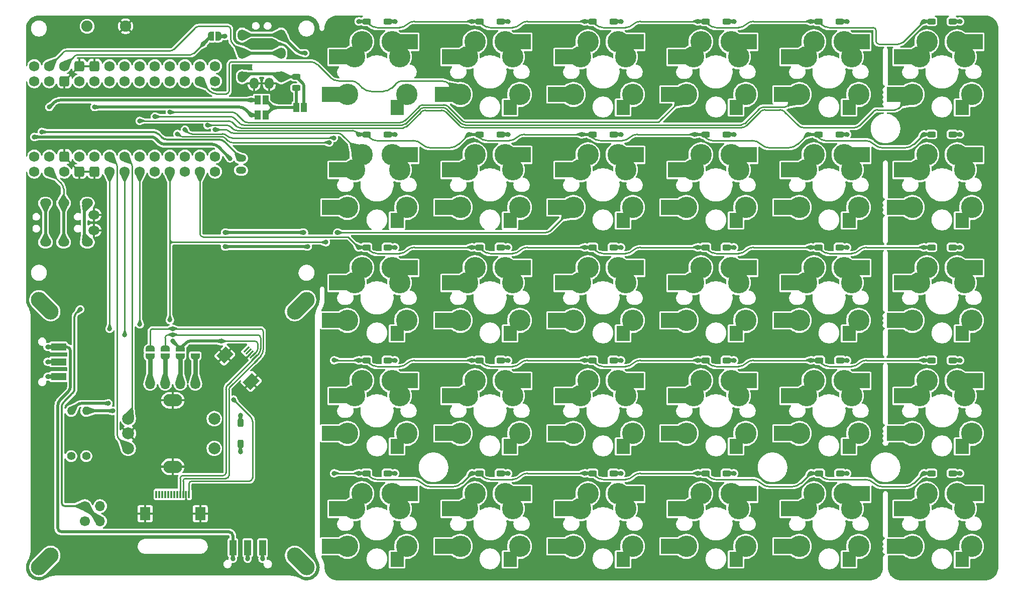
<source format=gbr>
%TF.GenerationSoftware,KiCad,Pcbnew,9.0.6-9.0.6~ubuntu24.04.1*%
%TF.CreationDate,2025-12-15T01:59:56+08:00*%
%TF.ProjectId,TPS,5450532e-6b69-4636-9164-5f7063625858,rev?*%
%TF.SameCoordinates,Original*%
%TF.FileFunction,Copper,L2,Bot*%
%TF.FilePolarity,Positive*%
%FSLAX46Y46*%
G04 Gerber Fmt 4.6, Leading zero omitted, Abs format (unit mm)*
G04 Created by KiCad (PCBNEW 9.0.6-9.0.6~ubuntu24.04.1) date 2025-12-15 01:59:56*
%MOMM*%
%LPD*%
G01*
G04 APERTURE LIST*
G04 Aperture macros list*
%AMRoundRect*
0 Rectangle with rounded corners*
0 $1 Rounding radius*
0 $2 $3 $4 $5 $6 $7 $8 $9 X,Y pos of 4 corners*
0 Add a 4 corners polygon primitive as box body*
4,1,4,$2,$3,$4,$5,$6,$7,$8,$9,$2,$3,0*
0 Add four circle primitives for the rounded corners*
1,1,$1+$1,$2,$3*
1,1,$1+$1,$4,$5*
1,1,$1+$1,$6,$7*
1,1,$1+$1,$8,$9*
0 Add four rect primitives between the rounded corners*
20,1,$1+$1,$2,$3,$4,$5,0*
20,1,$1+$1,$4,$5,$6,$7,0*
20,1,$1+$1,$6,$7,$8,$9,0*
20,1,$1+$1,$8,$9,$2,$3,0*%
%AMHorizOval*
0 Thick line with rounded ends*
0 $1 width*
0 $2 $3 position (X,Y) of the first rounded end (center of the circle)*
0 $4 $5 position (X,Y) of the second rounded end (center of the circle)*
0 Add line between two ends*
20,1,$1,$2,$3,$4,$5,0*
0 Add two circle primitives to create the rounded ends*
1,1,$1,$2,$3*
1,1,$1,$4,$5*%
%AMRotRect*
0 Rectangle, with rotation*
0 The origin of the aperture is its center*
0 $1 length*
0 $2 width*
0 $3 Rotation angle, in degrees counterclockwise*
0 Add horizontal line*
21,1,$1,$2,0,0,$3*%
%AMOutline4P*
0 Free polygon, 4 corners , with rotation*
0 The origin of the aperture is its center*
0 number of corners: always 4*
0 $1 to $8 corner X, Y*
0 $9 Rotation angle, in degrees counterclockwise*
0 create outline with 4 corners*
4,1,4,$1,$2,$3,$4,$5,$6,$7,$8,$1,$2,$9*%
%AMFreePoly0*
4,1,23,0.500000,-0.750000,0.000000,-0.750000,0.000000,-0.745722,-0.065263,-0.745722,-0.191342,-0.711940,-0.304381,-0.646677,-0.396677,-0.554381,-0.461940,-0.441342,-0.495722,-0.315263,-0.495722,-0.250000,-0.500000,-0.250000,-0.500000,0.250000,-0.495722,0.250000,-0.495722,0.315263,-0.461940,0.441342,-0.396677,0.554381,-0.304381,0.646677,-0.191342,0.711940,-0.065263,0.745722,0.000000,0.745722,
0.000000,0.750000,0.500000,0.750000,0.500000,-0.750000,0.500000,-0.750000,$1*%
%AMFreePoly1*
4,1,23,0.000000,0.745722,0.065263,0.745722,0.191342,0.711940,0.304381,0.646677,0.396677,0.554381,0.461940,0.441342,0.495722,0.315263,0.495722,0.250000,0.500000,0.250000,0.500000,-0.250000,0.495722,-0.250000,0.495722,-0.315263,0.461940,-0.441342,0.396677,-0.554381,0.304381,-0.646677,0.191342,-0.711940,0.065263,-0.745722,0.000000,-0.745722,0.000000,-0.750000,-0.500000,-0.750000,
-0.500000,0.750000,0.000000,0.750000,0.000000,0.745722,0.000000,0.745722,$1*%
G04 Aperture macros list end*
%TA.AperFunction,ComponentPad*%
%ADD10O,1.500000X1.900000*%
%TD*%
%TA.AperFunction,SMDPad,CuDef*%
%ADD11RoundRect,0.250000X0.450000X0.250000X-0.450000X0.250000X-0.450000X-0.250000X0.450000X-0.250000X0*%
%TD*%
%TA.AperFunction,ComponentPad*%
%ADD12HorizOval,2.700000X0.989949X0.989949X-0.989949X-0.989949X0*%
%TD*%
%TA.AperFunction,SMDPad,CuDef*%
%ADD13Outline4P,-1.079500X-1.250000X1.079500X-1.250000X1.079500X1.250000X-1.079500X1.250000X180.000000*%
%TD*%
%TA.AperFunction,SMDPad,CuDef*%
%ADD14Outline4P,-1.925000X-1.250000X1.925000X-1.250000X1.925000X1.250000X-1.925000X1.250000X180.000000*%
%TD*%
%TA.AperFunction,SMDPad,CuDef*%
%ADD15Outline4P,-1.775000X-1.250000X1.775000X-1.250000X1.775000X1.250000X-1.775000X1.250000X0.000000*%
%TD*%
%TA.AperFunction,ComponentPad*%
%ADD16C,3.600000*%
%TD*%
%TA.AperFunction,SMDPad,CuDef*%
%ADD17RoundRect,0.250000X0.250000X-0.450000X0.250000X0.450000X-0.250000X0.450000X-0.250000X-0.450000X0*%
%TD*%
%TA.AperFunction,ComponentPad*%
%ADD18C,2.000000*%
%TD*%
%TA.AperFunction,ComponentPad*%
%ADD19O,3.200000X2.100000*%
%TD*%
%TA.AperFunction,ComponentPad*%
%ADD20C,1.400000*%
%TD*%
%TA.AperFunction,ComponentPad*%
%ADD21O,1.400000X1.400000*%
%TD*%
%TA.AperFunction,ComponentPad*%
%ADD22HorizOval,2.700000X-0.989949X-0.989949X0.989949X0.989949X0*%
%TD*%
%TA.AperFunction,SMDPad,CuDef*%
%ADD23Outline4P,-0.600000X-1.250000X0.600000X-1.250000X0.600000X1.250000X-0.600000X1.250000X270.000000*%
%TD*%
%TA.AperFunction,ComponentPad*%
%ADD24C,1.900000*%
%TD*%
%TA.AperFunction,ComponentPad*%
%ADD25C,1.700000*%
%TD*%
%TA.AperFunction,ComponentPad*%
%ADD26O,1.700000X1.700000*%
%TD*%
%TA.AperFunction,ComponentPad*%
%ADD27O,1.900000X1.500000*%
%TD*%
%TA.AperFunction,ComponentPad*%
%ADD28HorizOval,2.700000X-0.989949X0.989949X0.989949X-0.989949X0*%
%TD*%
%TA.AperFunction,ComponentPad*%
%ADD29O,1.750000X1.200000*%
%TD*%
%TA.AperFunction,SMDPad,CuDef*%
%ADD30Outline4P,-0.600000X-1.250000X0.600000X-1.250000X0.600000X1.250000X-0.600000X1.250000X0.000000*%
%TD*%
%TA.AperFunction,SMDPad,CuDef*%
%ADD31RoundRect,0.243750X0.456250X-0.243750X0.456250X0.243750X-0.456250X0.243750X-0.456250X-0.243750X0*%
%TD*%
%TA.AperFunction,SMDPad,CuDef*%
%ADD32FreePoly0,90.000000*%
%TD*%
%TA.AperFunction,SMDPad,CuDef*%
%ADD33FreePoly1,90.000000*%
%TD*%
%TA.AperFunction,SMDPad,CuDef*%
%ADD34R,1.000000X1.500000*%
%TD*%
%TA.AperFunction,SMDPad,CuDef*%
%ADD35RotRect,0.300000X1.300000X135.000000*%
%TD*%
%TA.AperFunction,SMDPad,CuDef*%
%ADD36RotRect,1.800000X2.200000X135.000000*%
%TD*%
%TA.AperFunction,SMDPad,CuDef*%
%ADD37FreePoly0,0.000000*%
%TD*%
%TA.AperFunction,SMDPad,CuDef*%
%ADD38FreePoly1,0.000000*%
%TD*%
%TA.AperFunction,SMDPad,CuDef*%
%ADD39R,0.300000X1.300000*%
%TD*%
%TA.AperFunction,SMDPad,CuDef*%
%ADD40R,1.800000X2.200000*%
%TD*%
%TA.AperFunction,ComponentPad*%
%ADD41C,1.752600*%
%TD*%
%TA.AperFunction,ComponentPad*%
%ADD42RoundRect,0.438150X-0.438150X-0.438150X0.438150X-0.438150X0.438150X0.438150X-0.438150X0.438150X0*%
%TD*%
%TA.AperFunction,ComponentPad*%
%ADD43RoundRect,0.438150X0.438150X0.438150X-0.438150X0.438150X-0.438150X-0.438150X0.438150X-0.438150X0*%
%TD*%
%TA.AperFunction,ViaPad*%
%ADD44C,0.800000*%
%TD*%
%TA.AperFunction,Conductor*%
%ADD45C,0.250000*%
%TD*%
%TA.AperFunction,Conductor*%
%ADD46C,0.500000*%
%TD*%
%TA.AperFunction,Conductor*%
%ADD47C,0.350000*%
%TD*%
%TA.AperFunction,Conductor*%
%ADD48C,0.750000*%
%TD*%
G04 APERTURE END LIST*
D10*
%TO.P,J10,R1*%
%TO.N,TX*%
X74914000Y-35350000D03*
X81514000Y-35350000D03*
%TO.P,J10,R2*%
%TO.N,Net-(JP13-B)*%
X74914000Y-32302000D03*
X81514000Y-32302000D03*
%TO.P,J10,S*%
%TO.N,GND*%
X76914000Y-40450000D03*
X79514000Y-40450000D03*
%TO.P,J10,T*%
%TO.N,Net-(JP15-B)*%
X74914000Y-39350000D03*
X81514000Y-39350000D03*
%TD*%
D11*
%TO.P,D17,1*%
%TO.N,row1*%
X153025000Y-49050000D03*
%TO.P,D17,2*%
%TO.N,Net-(D17-Pad2)*%
X156575000Y-49050000D03*
%TD*%
D12*
%TO.P,H10,*%
%TO.N,*%
X84775000Y-77936000D03*
%TD*%
D11*
%TO.P,D26,1*%
%TO.N,row4*%
X172205000Y-106200000D03*
%TO.P,D26,2*%
%TO.N,Net-(D26-Pad2)*%
X175755000Y-106200000D03*
%TD*%
D13*
%TO.P,K20,1,1*%
%TO.N,col2*%
X146629000Y-118525000D03*
D14*
X147475000Y-118525000D03*
D13*
X147803000Y-112185000D03*
D15*
X148499000Y-112185000D03*
D16*
X149800000Y-118525000D03*
X150990000Y-112185000D03*
X152260000Y-109645000D03*
%TO.P,K20,2,2*%
%TO.N,Net-(D20-Pad2)*%
X157340000Y-109645000D03*
D13*
X158181000Y-120725000D03*
D16*
X158610000Y-112185000D03*
X159800000Y-118525000D03*
D15*
X159900000Y-109645000D03*
D13*
X160596000Y-109645000D03*
%TD*%
%TO.P,K21,1,1*%
%TO.N,col1*%
X165679000Y-42325000D03*
D14*
X166525000Y-42325000D03*
D13*
X166853000Y-35985000D03*
D15*
X167549000Y-35985000D03*
D16*
X168850000Y-42325000D03*
X170040000Y-35985000D03*
X171310000Y-33445000D03*
%TO.P,K21,2,2*%
%TO.N,Net-(D21-Pad2)*%
X176390000Y-33445000D03*
D13*
X177231000Y-44525000D03*
D16*
X177660000Y-35985000D03*
X178850000Y-42325000D03*
D15*
X178950000Y-33445000D03*
D13*
X179646000Y-33445000D03*
%TD*%
D11*
%TO.P,D2,1*%
%TO.N,row1*%
X95875000Y-49050000D03*
%TO.P,D2,2*%
%TO.N,Net-(D2-Pad2)*%
X99425000Y-49050000D03*
%TD*%
%TO.P,D16,1*%
%TO.N,row0*%
X153025000Y-30000000D03*
%TO.P,D16,2*%
%TO.N,Net-(D16-Pad2)*%
X156575000Y-30000000D03*
%TD*%
%TO.P,D23,1*%
%TO.N,row2*%
X172075000Y-68100000D03*
%TO.P,D23,2*%
%TO.N,Net-(D23-Pad2)*%
X175625000Y-68100000D03*
%TD*%
D13*
%TO.P,K4,1,1*%
%TO.N,col5*%
X89479000Y-99475000D03*
D14*
X90325000Y-99475000D03*
D13*
X90653000Y-93135000D03*
D15*
X91349000Y-93135000D03*
D16*
X92650000Y-99475000D03*
X93840000Y-93135000D03*
X95110000Y-90595000D03*
%TO.P,K4,2,2*%
%TO.N,Net-(D4-Pad2)*%
X100190000Y-90595000D03*
D13*
X101031000Y-101675000D03*
D16*
X101460000Y-93135000D03*
X102650000Y-99475000D03*
D15*
X102750000Y-90595000D03*
D13*
X103446000Y-90595000D03*
%TD*%
%TO.P,K5,1,1*%
%TO.N,col5*%
X89479000Y-118525000D03*
D14*
X90325000Y-118525000D03*
D13*
X90653000Y-112185000D03*
D15*
X91349000Y-112185000D03*
D16*
X92650000Y-118525000D03*
X93840000Y-112185000D03*
X95110000Y-109645000D03*
%TO.P,K5,2,2*%
%TO.N,Net-(D5-Pad2)*%
X100190000Y-109645000D03*
D13*
X101031000Y-120725000D03*
D16*
X101460000Y-112185000D03*
X102650000Y-118525000D03*
D15*
X102750000Y-109645000D03*
D13*
X103446000Y-109645000D03*
%TD*%
D11*
%TO.P,D29,1*%
%TO.N,row2*%
X191125000Y-68100000D03*
%TO.P,D29,2*%
%TO.N,Net-(D29-Pad2)*%
X194675000Y-68100000D03*
%TD*%
D13*
%TO.P,K2,1,1*%
%TO.N,col5*%
X89479000Y-61375000D03*
D14*
X90325000Y-61375000D03*
D13*
X90653000Y-55035000D03*
D15*
X91349000Y-55035000D03*
D16*
X92650000Y-61375000D03*
X93840000Y-55035000D03*
X95110000Y-52495000D03*
%TO.P,K2,2,2*%
%TO.N,Net-(D2-Pad2)*%
X100190000Y-52495000D03*
D13*
X101031000Y-63575000D03*
D16*
X101460000Y-55035000D03*
X102650000Y-61375000D03*
D15*
X102750000Y-52495000D03*
D13*
X103446000Y-52495000D03*
%TD*%
D11*
%TO.P,D8,1*%
%TO.N,row2*%
X114925000Y-68100000D03*
%TO.P,D8,2*%
%TO.N,Net-(D8-Pad2)*%
X118475000Y-68100000D03*
%TD*%
D13*
%TO.P,K9,1,1*%
%TO.N,col4*%
X108529000Y-99475000D03*
D14*
X109375000Y-99475000D03*
D13*
X109703000Y-93135000D03*
D15*
X110399000Y-93135000D03*
D16*
X111700000Y-99475000D03*
X112890000Y-93135000D03*
X114160000Y-90595000D03*
%TO.P,K9,2,2*%
%TO.N,Net-(D9-Pad2)*%
X119240000Y-90595000D03*
D13*
X120081000Y-101675000D03*
D16*
X120510000Y-93135000D03*
X121700000Y-99475000D03*
D15*
X121800000Y-90595000D03*
D13*
X122496000Y-90595000D03*
%TD*%
%TO.P,K12,1,1*%
%TO.N,col3*%
X127579000Y-61375000D03*
D14*
X128425000Y-61375000D03*
D13*
X128753000Y-55035000D03*
D15*
X129449000Y-55035000D03*
D16*
X130750000Y-61375000D03*
X131940000Y-55035000D03*
X133210000Y-52495000D03*
%TO.P,K12,2,2*%
%TO.N,Net-(D12-Pad2)*%
X138290000Y-52495000D03*
D13*
X139131000Y-63575000D03*
D16*
X139560000Y-55035000D03*
X140750000Y-61375000D03*
D15*
X140850000Y-52495000D03*
D13*
X141546000Y-52495000D03*
%TD*%
D11*
%TO.P,D3,1*%
%TO.N,row2*%
X95875000Y-68100000D03*
%TO.P,D3,2*%
%TO.N,Net-(D3-Pad2)*%
X99425000Y-68100000D03*
%TD*%
D13*
%TO.P,K27,1,1*%
%TO.N,col0*%
X184729000Y-42325000D03*
D14*
X185575000Y-42325000D03*
D13*
X185903000Y-35985000D03*
D15*
X186599000Y-35985000D03*
D16*
X187900000Y-42325000D03*
X189090000Y-35985000D03*
X190360000Y-33445000D03*
%TO.P,K27,2,2*%
%TO.N,Net-(D27-Pad2)*%
X195440000Y-33445000D03*
D13*
X196281000Y-44525000D03*
D16*
X196710000Y-35985000D03*
X197900000Y-42325000D03*
D15*
X198000000Y-33445000D03*
D13*
X198696000Y-33445000D03*
%TD*%
D11*
%TO.P,D1,1*%
%TO.N,row0*%
X95875000Y-30000000D03*
%TO.P,D1,2*%
%TO.N,Net-(D1-Pad2)*%
X99425000Y-30000000D03*
%TD*%
%TO.P,D9,1*%
%TO.N,row3*%
X114925000Y-87150000D03*
%TO.P,D9,2*%
%TO.N,Net-(D9-Pad2)*%
X118475000Y-87150000D03*
%TD*%
D13*
%TO.P,K1,1,1*%
%TO.N,col5*%
X89479000Y-42325000D03*
D14*
X90325000Y-42325000D03*
D13*
X90653000Y-35985000D03*
D15*
X91349000Y-35985000D03*
D16*
X92650000Y-42325000D03*
X93840000Y-35985000D03*
X95110000Y-33445000D03*
%TO.P,K1,2,2*%
%TO.N,Net-(D1-Pad2)*%
X100190000Y-33445000D03*
D13*
X101031000Y-44525000D03*
D16*
X101460000Y-35985000D03*
X102650000Y-42325000D03*
D15*
X102750000Y-33445000D03*
D13*
X103446000Y-33445000D03*
%TD*%
%TO.P,K22,1,1*%
%TO.N,col1*%
X165679000Y-61375000D03*
D14*
X166525000Y-61375000D03*
D13*
X166853000Y-55035000D03*
D15*
X167549000Y-55035000D03*
D16*
X168850000Y-61375000D03*
X170040000Y-55035000D03*
X171310000Y-52495000D03*
%TO.P,K22,2,2*%
%TO.N,Net-(D22-Pad2)*%
X176390000Y-52495000D03*
D13*
X177231000Y-63575000D03*
D16*
X177660000Y-55035000D03*
X178850000Y-61375000D03*
D15*
X178950000Y-52495000D03*
D13*
X179646000Y-52495000D03*
%TD*%
%TO.P,K11,1,1*%
%TO.N,col3*%
X127579000Y-42325000D03*
D14*
X128425000Y-42325000D03*
D13*
X128753000Y-35985000D03*
D15*
X129449000Y-35985000D03*
D16*
X130750000Y-42325000D03*
X131940000Y-35985000D03*
X133210000Y-33445000D03*
%TO.P,K11,2,2*%
%TO.N,Net-(D11-Pad2)*%
X138290000Y-33445000D03*
D13*
X139131000Y-44525000D03*
D16*
X139560000Y-35985000D03*
X140750000Y-42325000D03*
D15*
X140850000Y-33445000D03*
D13*
X141546000Y-33445000D03*
%TD*%
%TO.P,K29,1,1*%
%TO.N,col0*%
X184729000Y-80425000D03*
D14*
X185575000Y-80425000D03*
D13*
X185903000Y-74085000D03*
D15*
X186599000Y-74085000D03*
D16*
X187900000Y-80425000D03*
X189090000Y-74085000D03*
X190360000Y-71545000D03*
%TO.P,K29,2,2*%
%TO.N,Net-(D29-Pad2)*%
X195440000Y-71545000D03*
D13*
X196281000Y-82625000D03*
D16*
X196710000Y-74085000D03*
X197900000Y-80425000D03*
D15*
X198000000Y-71545000D03*
D13*
X198696000Y-71545000D03*
%TD*%
%TO.P,K28,1,1*%
%TO.N,col0*%
X184729000Y-61375000D03*
D14*
X185575000Y-61375000D03*
D13*
X185903000Y-55035000D03*
D15*
X186599000Y-55035000D03*
D16*
X187900000Y-61375000D03*
X189090000Y-55035000D03*
X190360000Y-52495000D03*
%TO.P,K28,2,2*%
%TO.N,Net-(D28-Pad2)*%
X195440000Y-52495000D03*
D13*
X196281000Y-63575000D03*
D16*
X196710000Y-55035000D03*
X197900000Y-61375000D03*
D15*
X198000000Y-52495000D03*
D13*
X198696000Y-52495000D03*
%TD*%
D11*
%TO.P,D24,1*%
%TO.N,row3*%
X172205000Y-87150000D03*
%TO.P,D24,2*%
%TO.N,Net-(D24-Pad2)*%
X175755000Y-87150000D03*
%TD*%
D13*
%TO.P,K30,1,1*%
%TO.N,col0*%
X184729000Y-99475000D03*
D14*
X185575000Y-99475000D03*
D13*
X185903000Y-93135000D03*
D15*
X186599000Y-93135000D03*
D16*
X187900000Y-99475000D03*
X189090000Y-93135000D03*
X190360000Y-90595000D03*
%TO.P,K30,2,2*%
%TO.N,Net-(D30-Pad2)*%
X195440000Y-90595000D03*
D13*
X196281000Y-101675000D03*
D16*
X196710000Y-93135000D03*
X197900000Y-99475000D03*
D15*
X198000000Y-90595000D03*
D13*
X198696000Y-90595000D03*
%TD*%
D11*
%TO.P,D15,1*%
%TO.N,row4*%
X133975000Y-106200000D03*
%TO.P,D15,2*%
%TO.N,Net-(D15-Pad2)*%
X137525000Y-106200000D03*
%TD*%
%TO.P,D11,1*%
%TO.N,row0*%
X133975000Y-30000000D03*
%TO.P,D11,2*%
%TO.N,Net-(D11-Pad2)*%
X137525000Y-30000000D03*
%TD*%
D17*
%TO.P,D25,1*%
%TO.N,row4*%
X74638000Y-97718000D03*
%TO.P,D25,2*%
%TO.N,Net-(D25-Pad2)*%
X74638000Y-101268000D03*
%TD*%
D13*
%TO.P,K23,1,1*%
%TO.N,col1*%
X165679000Y-80425000D03*
D14*
X166525000Y-80425000D03*
D13*
X166853000Y-74085000D03*
D15*
X167549000Y-74085000D03*
D16*
X168850000Y-80425000D03*
X170040000Y-74085000D03*
X171310000Y-71545000D03*
%TO.P,K23,2,2*%
%TO.N,Net-(D23-Pad2)*%
X176390000Y-71545000D03*
D13*
X177231000Y-82625000D03*
D16*
X177660000Y-74085000D03*
X178850000Y-80425000D03*
D15*
X178950000Y-71545000D03*
D13*
X179646000Y-71545000D03*
%TD*%
D11*
%TO.P,D5,1*%
%TO.N,row4*%
X95875000Y-106200000D03*
%TO.P,D5,2*%
%TO.N,Net-(D5-Pad2)*%
X99425000Y-106200000D03*
%TD*%
D13*
%TO.P,K6,1,1*%
%TO.N,col4*%
X108529000Y-42325000D03*
D14*
X109375000Y-42325000D03*
D13*
X109703000Y-35985000D03*
D15*
X110399000Y-35985000D03*
D16*
X111700000Y-42325000D03*
X112890000Y-35985000D03*
X114160000Y-33445000D03*
%TO.P,K6,2,2*%
%TO.N,Net-(D6-Pad2)*%
X119240000Y-33445000D03*
D13*
X120081000Y-44525000D03*
D16*
X120510000Y-35985000D03*
X121700000Y-42325000D03*
D15*
X121800000Y-33445000D03*
D13*
X122496000Y-33445000D03*
%TD*%
D11*
%TO.P,D18,1*%
%TO.N,row2*%
X153025000Y-68100000D03*
%TO.P,D18,2*%
%TO.N,Net-(D18-Pad2)*%
X156575000Y-68100000D03*
%TD*%
%TO.P,D14,1*%
%TO.N,row3*%
X133975000Y-87150000D03*
%TO.P,D14,2*%
%TO.N,Net-(D14-Pad2)*%
X137525000Y-87150000D03*
%TD*%
%TO.P,D13,1*%
%TO.N,row2*%
X133975000Y-68100000D03*
%TO.P,D13,2*%
%TO.N,Net-(D13-Pad2)*%
X137525000Y-68100000D03*
%TD*%
%TO.P,D27,1*%
%TO.N,row0*%
X191125000Y-30000000D03*
%TO.P,D27,2*%
%TO.N,Net-(D27-Pad2)*%
X194675000Y-30000000D03*
%TD*%
D18*
%TO.P,K25,A,CLK*%
%TO.N,X{slash}A*%
X55718000Y-96993000D03*
%TO.P,K25,B,DT*%
%TO.N,Y{slash}B*%
X55718000Y-101993000D03*
%TO.P,K25,C,GND*%
%TO.N,GND*%
X55718000Y-99493000D03*
D19*
X63218000Y-93893000D03*
X63218000Y-105093000D03*
D18*
%TO.P,K25,S1,SW*%
%TO.N,col6*%
X70218000Y-96993000D03*
%TO.P,K25,S2,GND*%
%TO.N,Net-(D25-Pad2)*%
X70218000Y-101993000D03*
%TD*%
D13*
%TO.P,K17,1,1*%
%TO.N,col2*%
X146629000Y-61375000D03*
D14*
X147475000Y-61375000D03*
D13*
X147803000Y-55035000D03*
D15*
X148499000Y-55035000D03*
D16*
X149800000Y-61375000D03*
X150990000Y-55035000D03*
X152260000Y-52495000D03*
%TO.P,K17,2,2*%
%TO.N,Net-(D17-Pad2)*%
X157340000Y-52495000D03*
D13*
X158181000Y-63575000D03*
D16*
X158610000Y-55035000D03*
X159800000Y-61375000D03*
D15*
X159900000Y-52495000D03*
D13*
X160596000Y-52495000D03*
%TD*%
D20*
%TO.P,R1,1*%
%TO.N,+3V3*%
X46110000Y-103303000D03*
D21*
%TO.P,R1,2*%
%TO.N,SDA*%
X46110000Y-95683000D03*
%TD*%
D11*
%TO.P,D6,1*%
%TO.N,row0*%
X114925000Y-30000000D03*
%TO.P,D6,2*%
%TO.N,Net-(D6-Pad2)*%
X118475000Y-30000000D03*
%TD*%
D22*
%TO.P,H9,*%
%TO.N,*%
X41661000Y-121050000D03*
%TD*%
D13*
%TO.P,K15,1,1*%
%TO.N,col3*%
X127579000Y-118525000D03*
D14*
X128425000Y-118525000D03*
D13*
X128753000Y-112185000D03*
D15*
X129449000Y-112185000D03*
D16*
X130750000Y-118525000D03*
X131940000Y-112185000D03*
X133210000Y-109645000D03*
%TO.P,K15,2,2*%
%TO.N,Net-(D15-Pad2)*%
X138290000Y-109645000D03*
D13*
X139131000Y-120725000D03*
D16*
X139560000Y-112185000D03*
X140750000Y-118525000D03*
D15*
X140850000Y-109645000D03*
D13*
X141546000Y-109645000D03*
%TD*%
D11*
%TO.P,D20,1*%
%TO.N,row4*%
X153025000Y-106200000D03*
%TO.P,D20,2*%
%TO.N,Net-(D20-Pad2)*%
X156575000Y-106200000D03*
%TD*%
%TO.P,D22,1*%
%TO.N,row1*%
X172075000Y-49050000D03*
%TO.P,D22,2*%
%TO.N,Net-(D22-Pad2)*%
X175625000Y-49050000D03*
%TD*%
D23*
%TO.P,SW2,1,A*%
%TO.N,BAT+*%
X43964000Y-84900000D03*
%TO.P,SW2,2,B*%
%TO.N,Net-(J4-Pin_1)*%
X43964000Y-87400000D03*
%TO.P,SW2,3,C*%
%TO.N,N{slash}A1*%
X43964000Y-89900000D03*
%TD*%
D24*
%TO.P,SW1,1,1*%
%TO.N,GND*%
X55271000Y-30823000D03*
%TO.P,SW1,2,2*%
%TO.N,Net-(U1-RST)*%
X48771000Y-30823000D03*
%TD*%
D13*
%TO.P,K18,1,1*%
%TO.N,col2*%
X146629000Y-80425000D03*
D14*
X147475000Y-80425000D03*
D13*
X147803000Y-74085000D03*
D15*
X148499000Y-74085000D03*
D16*
X149800000Y-80425000D03*
X150990000Y-74085000D03*
X152260000Y-71545000D03*
%TO.P,K18,2,2*%
%TO.N,Net-(D18-Pad2)*%
X157340000Y-71545000D03*
D13*
X158181000Y-82625000D03*
D16*
X158610000Y-74085000D03*
X159800000Y-80425000D03*
D15*
X159900000Y-71545000D03*
D13*
X160596000Y-71545000D03*
%TD*%
D25*
%TO.P,J7,1,Pin_1*%
%TO.N,Net-(J7-Pin_1)*%
X48439000Y-114272000D03*
D26*
%TO.P,J7,2,Pin_2*%
%TO.N,BAT-*%
X50979000Y-114272000D03*
%TD*%
D27*
%TO.P,J9,R1*%
%TO.N,TX*%
X44811000Y-67238000D03*
X44811000Y-60638000D03*
%TO.P,J9,R2*%
%TO.N,Net-(JP13-B)*%
X41763000Y-67238000D03*
X41763000Y-60638000D03*
%TO.P,J9,S*%
%TO.N,GND*%
X49911000Y-65238000D03*
X49911000Y-62638000D03*
%TO.P,J9,T*%
%TO.N,Net-(JP15-B)*%
X48811000Y-67238000D03*
X48811000Y-60638000D03*
%TD*%
D11*
%TO.P,D4,1*%
%TO.N,row3*%
X95875000Y-87150000D03*
%TO.P,D4,2*%
%TO.N,Net-(D4-Pad2)*%
X99425000Y-87150000D03*
%TD*%
D13*
%TO.P,K7,1,1*%
%TO.N,col4*%
X108529000Y-61375000D03*
D14*
X109375000Y-61375000D03*
D13*
X109703000Y-55035000D03*
D15*
X110399000Y-55035000D03*
D16*
X111700000Y-61375000D03*
X112890000Y-55035000D03*
X114160000Y-52495000D03*
%TO.P,K7,2,2*%
%TO.N,Net-(D7-Pad2)*%
X119240000Y-52495000D03*
D13*
X120081000Y-63575000D03*
D16*
X120510000Y-55035000D03*
X121700000Y-61375000D03*
D15*
X121800000Y-52495000D03*
D13*
X122496000Y-52495000D03*
%TD*%
%TO.P,K14,1,1*%
%TO.N,col3*%
X127579000Y-99475000D03*
D14*
X128425000Y-99475000D03*
D13*
X128753000Y-93135000D03*
D15*
X129449000Y-93135000D03*
D16*
X130750000Y-99475000D03*
X131940000Y-93135000D03*
X133210000Y-90595000D03*
%TO.P,K14,2,2*%
%TO.N,Net-(D14-Pad2)*%
X138290000Y-90595000D03*
D13*
X139131000Y-101675000D03*
D16*
X139560000Y-93135000D03*
X140750000Y-99475000D03*
D15*
X140850000Y-90595000D03*
D13*
X141546000Y-90595000D03*
%TD*%
D11*
%TO.P,D19,1*%
%TO.N,row3*%
X153025000Y-87150000D03*
%TO.P,D19,2*%
%TO.N,Net-(D19-Pad2)*%
X156575000Y-87150000D03*
%TD*%
D13*
%TO.P,K26,1,1*%
%TO.N,col1*%
X165679000Y-118525000D03*
D14*
X166525000Y-118525000D03*
D13*
X166853000Y-112185000D03*
D15*
X167549000Y-112185000D03*
D16*
X168850000Y-118525000D03*
X170040000Y-112185000D03*
X171310000Y-109645000D03*
%TO.P,K26,2,2*%
%TO.N,Net-(D26-Pad2)*%
X176390000Y-109645000D03*
D13*
X177231000Y-120725000D03*
D16*
X177660000Y-112185000D03*
X178850000Y-118525000D03*
D15*
X178950000Y-109645000D03*
D13*
X179646000Y-109645000D03*
%TD*%
%TO.P,K19,1,1*%
%TO.N,col2*%
X146629000Y-99475000D03*
D14*
X147475000Y-99475000D03*
D13*
X147803000Y-93135000D03*
D15*
X148499000Y-93135000D03*
D16*
X149800000Y-99475000D03*
X150990000Y-93135000D03*
X152260000Y-90595000D03*
%TO.P,K19,2,2*%
%TO.N,Net-(D19-Pad2)*%
X157340000Y-90595000D03*
D13*
X158181000Y-101675000D03*
D16*
X158610000Y-93135000D03*
X159800000Y-99475000D03*
D15*
X159900000Y-90595000D03*
D13*
X160596000Y-90595000D03*
%TD*%
D28*
%TO.P,H8,*%
%TO.N,*%
X41661000Y-77936000D03*
%TD*%
D11*
%TO.P,D10,1*%
%TO.N,row4*%
X114925000Y-106200000D03*
%TO.P,D10,2*%
%TO.N,Net-(D10-Pad2)*%
X118475000Y-106200000D03*
%TD*%
D13*
%TO.P,K13,1,1*%
%TO.N,col3*%
X127579000Y-80425000D03*
D14*
X128425000Y-80425000D03*
D13*
X128753000Y-74085000D03*
D15*
X129449000Y-74085000D03*
D16*
X130750000Y-80425000D03*
X131940000Y-74085000D03*
X133210000Y-71545000D03*
%TO.P,K13,2,2*%
%TO.N,Net-(D13-Pad2)*%
X138290000Y-71545000D03*
D13*
X139131000Y-82625000D03*
D16*
X139560000Y-74085000D03*
X140750000Y-80425000D03*
D15*
X140850000Y-71545000D03*
D13*
X141546000Y-71545000D03*
%TD*%
D11*
%TO.P,D12,1*%
%TO.N,row1*%
X133975000Y-49050000D03*
%TO.P,D12,2*%
%TO.N,Net-(D12-Pad2)*%
X137525000Y-49050000D03*
%TD*%
D29*
%TO.P,J4,1,Pin_1*%
%TO.N,Net-(J4-Pin_1)*%
X74731000Y-55105000D03*
%TO.P,J4,2,Pin_2*%
%TO.N,BAT-*%
X74731000Y-53105000D03*
%TD*%
D11*
%TO.P,D31,1*%
%TO.N,row4*%
X191125000Y-106200000D03*
%TO.P,D31,2*%
%TO.N,Net-(D31-Pad2)*%
X194675000Y-106200000D03*
%TD*%
D25*
%TO.P,J1,1,Pin_1*%
%TO.N,Net-(J1-Pin_1)*%
X67027500Y-91123000D03*
D26*
%TO.P,J1,2,Pin_2*%
%TO.N,Net-(J1-Pin_2)*%
X64487500Y-91123000D03*
%TO.P,J1,3,Pin_3*%
%TO.N,Net-(J1-Pin_3)*%
X61947500Y-91123000D03*
%TO.P,J1,4,Pin_4*%
%TO.N,Net-(J1-Pin_4)*%
X59407500Y-91123000D03*
%TD*%
D13*
%TO.P,K8,1,1*%
%TO.N,col4*%
X108529000Y-80425000D03*
D14*
X109375000Y-80425000D03*
D13*
X109703000Y-74085000D03*
D15*
X110399000Y-74085000D03*
D16*
X111700000Y-80425000D03*
X112890000Y-74085000D03*
X114160000Y-71545000D03*
%TO.P,K8,2,2*%
%TO.N,Net-(D8-Pad2)*%
X119240000Y-71545000D03*
D13*
X120081000Y-82625000D03*
D16*
X120510000Y-74085000D03*
X121700000Y-80425000D03*
D15*
X121800000Y-71545000D03*
D13*
X122496000Y-71545000D03*
%TD*%
D25*
%TO.P,J8,1,Pin_1*%
%TO.N,BAT-*%
X48439000Y-111732000D03*
D26*
%TO.P,J8,2,Pin_2*%
%TO.N,Net-(J7-Pin_1)*%
X50979000Y-111732000D03*
%TD*%
D28*
%TO.P,H11,*%
%TO.N,*%
X84775000Y-121050000D03*
%TD*%
D20*
%TO.P,R2,1*%
%TO.N,+3V3*%
X48650000Y-103303000D03*
D21*
%TO.P,R2,2*%
%TO.N,SCL*%
X48650000Y-95683000D03*
%TD*%
D11*
%TO.P,D28,1*%
%TO.N,row1*%
X191125000Y-49050000D03*
%TO.P,D28,2*%
%TO.N,Net-(D28-Pad2)*%
X194675000Y-49050000D03*
%TD*%
%TO.P,D7,1*%
%TO.N,row1*%
X114925000Y-49050000D03*
%TO.P,D7,2*%
%TO.N,Net-(D7-Pad2)*%
X118475000Y-49050000D03*
%TD*%
D13*
%TO.P,K3,1,1*%
%TO.N,col5*%
X89479000Y-80425000D03*
D14*
X90325000Y-80425000D03*
D13*
X90653000Y-74085000D03*
D15*
X91349000Y-74085000D03*
D16*
X92650000Y-80425000D03*
X93840000Y-74085000D03*
X95110000Y-71545000D03*
%TO.P,K3,2,2*%
%TO.N,Net-(D3-Pad2)*%
X100190000Y-71545000D03*
D13*
X101031000Y-82625000D03*
D16*
X101460000Y-74085000D03*
X102650000Y-80425000D03*
D15*
X102750000Y-71545000D03*
D13*
X103446000Y-71545000D03*
%TD*%
D30*
%TO.P,SW3,1,A*%
%TO.N,BAT+*%
X73352000Y-118747000D03*
%TO.P,SW3,2,B*%
%TO.N,Net-(J7-Pin_1)*%
X75852000Y-118747000D03*
%TO.P,SW3,3,C*%
%TO.N,N{slash}A2*%
X78352000Y-118747000D03*
%TD*%
D13*
%TO.P,K16,1,1*%
%TO.N,col2*%
X146629000Y-42325000D03*
D14*
X147475000Y-42325000D03*
D13*
X147803000Y-35985000D03*
D15*
X148499000Y-35985000D03*
D16*
X149800000Y-42325000D03*
X150990000Y-35985000D03*
X152260000Y-33445000D03*
%TO.P,K16,2,2*%
%TO.N,Net-(D16-Pad2)*%
X157340000Y-33445000D03*
D13*
X158181000Y-44525000D03*
D16*
X158610000Y-35985000D03*
X159800000Y-42325000D03*
D15*
X159900000Y-33445000D03*
D13*
X160596000Y-33445000D03*
%TD*%
D11*
%TO.P,D30,1*%
%TO.N,row3*%
X191125000Y-87150000D03*
%TO.P,D30,2*%
%TO.N,Net-(D30-Pad2)*%
X194675000Y-87150000D03*
%TD*%
D13*
%TO.P,K31,1,1*%
%TO.N,col0*%
X184729000Y-118525000D03*
D14*
X185575000Y-118525000D03*
D13*
X185903000Y-112185000D03*
D15*
X186599000Y-112185000D03*
D16*
X187900000Y-118525000D03*
X189090000Y-112185000D03*
X190360000Y-109645000D03*
%TO.P,K31,2,2*%
%TO.N,Net-(D31-Pad2)*%
X195440000Y-109645000D03*
D13*
X196281000Y-120725000D03*
D16*
X196710000Y-112185000D03*
X197900000Y-118525000D03*
D15*
X198000000Y-109645000D03*
D13*
X198696000Y-109645000D03*
%TD*%
%TO.P,K10,1,1*%
%TO.N,col4*%
X108529000Y-118525000D03*
D14*
X109375000Y-118525000D03*
D13*
X109703000Y-112185000D03*
D15*
X110399000Y-112185000D03*
D16*
X111700000Y-118525000D03*
X112890000Y-112185000D03*
X114160000Y-109645000D03*
%TO.P,K10,2,2*%
%TO.N,Net-(D10-Pad2)*%
X119240000Y-109645000D03*
D13*
X120081000Y-120725000D03*
D16*
X120510000Y-112185000D03*
X121700000Y-118525000D03*
D15*
X121800000Y-109645000D03*
D13*
X122496000Y-109645000D03*
%TD*%
%TO.P,K24,1,1*%
%TO.N,col1*%
X165679000Y-99475000D03*
D14*
X166525000Y-99475000D03*
D13*
X166853000Y-93135000D03*
D15*
X167549000Y-93135000D03*
D16*
X168850000Y-99475000D03*
X170040000Y-93135000D03*
X171310000Y-90595000D03*
%TO.P,K24,2,2*%
%TO.N,Net-(D24-Pad2)*%
X176390000Y-90595000D03*
D13*
X177231000Y-101675000D03*
D16*
X177660000Y-93135000D03*
X178850000Y-99475000D03*
D15*
X178950000Y-90595000D03*
D13*
X179646000Y-90595000D03*
%TD*%
D11*
%TO.P,D21,1*%
%TO.N,row0*%
X172075000Y-30000000D03*
%TO.P,D21,2*%
%TO.N,Net-(D21-Pad2)*%
X175625000Y-30000000D03*
%TD*%
D31*
%TO.P,F1,1*%
%TO.N,VCC*%
X84060000Y-41217500D03*
%TO.P,F1,2*%
%TO.N,Net-(JP15-B)*%
X84060000Y-39342500D03*
%TD*%
D32*
%TO.P,JP9,1,A*%
%TO.N,Net-(J1-Pin_1)*%
X67027500Y-86493000D03*
D33*
%TO.P,JP9,2,B*%
%TO.N,GND*%
X67027500Y-85193000D03*
%TD*%
D32*
%TO.P,JP12,1,A*%
%TO.N,Net-(J1-Pin_4)*%
X59407500Y-86493000D03*
D33*
%TO.P,JP12,2,B*%
%TO.N,SDA*%
X59407500Y-85193000D03*
%TD*%
D34*
%TO.P,JP3,1,A*%
%TO.N,VCC*%
X78864000Y-45803000D03*
%TO.P,JP3,2,B*%
%TO.N,+3V3*%
X77564000Y-45803000D03*
%TD*%
D32*
%TO.P,JP11,1,A*%
%TO.N,Net-(J1-Pin_3)*%
X61947500Y-86493000D03*
D33*
%TO.P,JP11,2,B*%
%TO.N,SCL*%
X61947500Y-85193000D03*
%TD*%
D32*
%TO.P,JP10,1,A*%
%TO.N,Net-(J1-Pin_2)*%
X64487500Y-86493000D03*
D33*
%TO.P,JP10,2,B*%
%TO.N,+3V3*%
X64487500Y-85193000D03*
%TD*%
D34*
%TO.P,JP4,1,A*%
%TO.N,VCC*%
X78864000Y-43263000D03*
%TO.P,JP4,2,B*%
%TO.N,RAW*%
X77564000Y-43263000D03*
%TD*%
D35*
%TO.P,J6,1,Pin_1*%
%TO.N,SDA*%
X77410031Y-87068736D03*
%TO.P,J6,2,Pin_2*%
%TO.N,SCL*%
X77056478Y-86715183D03*
%TO.P,J6,3,Pin_3*%
%TO.N,+3V3*%
X76702924Y-86361629D03*
%TO.P,J6,4,Pin_4*%
%TO.N,GND*%
X76349371Y-86008076D03*
%TO.P,J6,5,Pin_5*%
%TO.N,unconnected-(J6-Pin_5-Pad5)*%
X75995817Y-85654522D03*
%TO.P,J6,6,Pin_6*%
%TO.N,unconnected-(J6-Pin_6-Pad6)*%
X75642264Y-85300969D03*
D36*
%TO.P,J6,7,Pin_7*%
%TO.N,GND*%
X76455437Y-90710336D03*
X72000664Y-86255563D03*
%TD*%
D37*
%TO.P,JP14,1,A*%
%TO.N,RX*%
X69666000Y-32501000D03*
D38*
%TO.P,JP14,2,B*%
%TO.N,Net-(JP13-B)*%
X70966000Y-32501000D03*
%TD*%
D34*
%TO.P,JP16,1,A*%
%TO.N,VCC*%
X84060000Y-44533000D03*
%TO.P,JP16,2,B*%
%TO.N,Net-(JP15-B)*%
X85360000Y-44533000D03*
%TD*%
D39*
%TO.P,J3,1,Pin_1*%
%TO.N,+3V3*%
X65968000Y-109752000D03*
%TO.P,J3,2,Pin_2*%
%TO.N,GND*%
X65468000Y-109752000D03*
%TO.P,J3,3,Pin_3*%
%TO.N,SDA*%
X64968000Y-109752000D03*
%TO.P,J3,4,Pin_4*%
%TO.N,SCL*%
X64468000Y-109752000D03*
%TO.P,J3,5,Pin_5*%
%TO.N,unconnected-(J3-Pin_5-Pad5)*%
X63968000Y-109752000D03*
%TO.P,J3,6,Pin_6*%
%TO.N,unconnected-(J3-Pin_6-Pad6)*%
X63468000Y-109752000D03*
%TO.P,J3,7,Pin_7*%
%TO.N,unconnected-(J3-Pin_7-Pad7)*%
X62968000Y-109752000D03*
%TO.P,J3,8,Pin_8*%
%TO.N,unconnected-(J3-Pin_8-Pad8)*%
X62468000Y-109752000D03*
%TO.P,J3,9,Pin_9*%
%TO.N,unconnected-(J3-Pin_9-Pad9)*%
X61968000Y-109752000D03*
%TO.P,J3,10,Pin_10*%
%TO.N,unconnected-(J3-Pin_10-Pad10)*%
X61468000Y-109752000D03*
%TO.P,J3,11,Pin_11*%
%TO.N,unconnected-(J3-Pin_11-Pad11)*%
X60968000Y-109752000D03*
%TO.P,J3,12,Pin_12*%
%TO.N,unconnected-(J3-Pin_12-Pad12)*%
X60468000Y-109752000D03*
D40*
%TO.P,J3,13,Pin_13*%
%TO.N,GND*%
X67868000Y-113002000D03*
X58568000Y-113002000D03*
%TD*%
D41*
%TO.P,U1,1,?*%
%TO.N,BAT-*%
X39881000Y-37550000D03*
X39881000Y-55330000D03*
%TO.P,U1,2,0/PD3*%
%TO.N,TX*%
X42421000Y-37550000D03*
X42421000Y-55330000D03*
%TO.P,U1,3,1/PD2*%
%TO.N,RX*%
X44961000Y-37550000D03*
X44961000Y-55330000D03*
D42*
%TO.P,U1,4,GND*%
%TO.N,GND*%
X47501000Y-37550000D03*
D43*
X47501000Y-55330000D03*
D42*
%TO.P,U1,5,GND*%
X50041000Y-37550000D03*
D43*
X50041000Y-55330000D03*
D41*
%TO.P,U1,6,2/PD1*%
%TO.N,SDA*%
X52581000Y-37550000D03*
X52581000Y-55330000D03*
%TO.P,U1,7,3/PD0*%
%TO.N,SCL*%
X55121000Y-37550000D03*
X55121000Y-55330000D03*
%TO.P,U1,8,4/PD4*%
%TO.N,col6*%
X57661000Y-37550000D03*
X57661000Y-55330000D03*
%TO.P,U1,9,5/PC6*%
%TO.N,row0*%
X60201000Y-37550000D03*
X60201000Y-55330000D03*
%TO.P,U1,10,6/PD7*%
%TO.N,row4*%
X62741000Y-37550000D03*
X62741000Y-55330000D03*
%TO.P,U1,11,7/PE6*%
%TO.N,row3*%
X65281000Y-37550000D03*
X65281000Y-55330000D03*
%TO.P,U1,12,8/PB4*%
%TO.N,row2*%
X67821000Y-37550000D03*
X67821000Y-55330000D03*
%TO.P,U1,13,9/PB5*%
%TO.N,row1*%
X70361000Y-37550000D03*
X70361000Y-55330000D03*
%TO.P,U1,14,21/PB6*%
%TO.N,col5*%
X70361000Y-40090000D03*
X70361000Y-52790000D03*
%TO.P,U1,15,23/PB2*%
%TO.N,col4*%
X67821000Y-40090000D03*
X67821000Y-52790000D03*
%TO.P,U1,16,20/PB3*%
%TO.N,col3*%
X65281000Y-40090000D03*
X65281000Y-52790000D03*
%TO.P,U1,17,22/PB1*%
%TO.N,col2*%
X62741000Y-40090000D03*
X62741000Y-52790000D03*
%TO.P,U1,18,26/PF7*%
%TO.N,col1*%
X60201000Y-40090000D03*
X60201000Y-52790000D03*
%TO.P,U1,19,27/PF6*%
%TO.N,col0*%
X57661000Y-40090000D03*
X57661000Y-52790000D03*
%TO.P,U1,20,28/PF5*%
%TO.N,X{slash}A*%
X55121000Y-40090000D03*
X55121000Y-52790000D03*
%TO.P,U1,21,29/PF4*%
%TO.N,Y{slash}B*%
X52581000Y-40090000D03*
X52581000Y-52790000D03*
%TO.P,U1,22,VCC*%
%TO.N,+3V3*%
X50041000Y-40090000D03*
X50041000Y-52790000D03*
%TO.P,U1,23,RST*%
%TO.N,Net-(U1-RST)*%
X47501000Y-40090000D03*
X47501000Y-52790000D03*
D43*
%TO.P,U1,24,GND*%
%TO.N,GND*%
X44961000Y-40090000D03*
D42*
X44961000Y-52790000D03*
D41*
%TO.P,U1,25,B0*%
%TO.N,RAW*%
X42421000Y-40090000D03*
X42421000Y-52790000D03*
%TO.P,U1,26,?*%
%TO.N,BAT+*%
X39881000Y-40090000D03*
X39881000Y-52790000D03*
%TD*%
D44*
%TO.N,row0*%
X132660000Y-30000000D03*
X94560000Y-30000000D03*
X189810000Y-30000000D03*
X113610000Y-30000000D03*
X151710000Y-30000000D03*
X170760000Y-30000000D03*
%TO.N,Net-(D1-Pad2)*%
X100730000Y-30000000D03*
%TO.N,row1*%
X94560000Y-49050000D03*
X113070000Y-49050000D03*
X189810000Y-49050000D03*
X170220000Y-49050000D03*
X69090000Y-47510000D03*
X132120000Y-49050000D03*
X151170000Y-49050000D03*
%TO.N,Net-(D2-Pad2)*%
X100730000Y-49050000D03*
%TO.N,row2*%
X113610000Y-68100000D03*
X189810000Y-68100000D03*
X132660000Y-68100000D03*
X94560000Y-68100000D03*
X170760000Y-68100000D03*
X151710000Y-68100000D03*
%TO.N,Net-(D3-Pad2)*%
X100730000Y-68100000D03*
%TO.N,row3*%
X94560000Y-87150000D03*
X132660000Y-87150000D03*
X89610000Y-50430000D03*
X90410000Y-87140000D03*
X113610000Y-87150000D03*
X189810000Y-87150000D03*
X64020000Y-48980000D03*
X170760000Y-87150000D03*
X151710000Y-87150000D03*
%TO.N,Net-(D4-Pad2)*%
X100730000Y-87150000D03*
%TO.N,Net-(D5-Pad2)*%
X100730000Y-106200000D03*
%TO.N,Net-(D6-Pad2)*%
X119780000Y-30000000D03*
%TO.N,Net-(D7-Pad2)*%
X119780000Y-49050000D03*
%TO.N,Net-(D8-Pad2)*%
X119780000Y-68100000D03*
%TO.N,Net-(D9-Pad2)*%
X119780000Y-87150000D03*
%TO.N,Net-(D10-Pad2)*%
X119780000Y-106200000D03*
%TO.N,Net-(D11-Pad2)*%
X138830000Y-30000000D03*
%TO.N,Net-(D12-Pad2)*%
X138830000Y-49050000D03*
%TO.N,Net-(D13-Pad2)*%
X138830000Y-68100000D03*
%TO.N,Net-(D14-Pad2)*%
X138830000Y-87150000D03*
%TO.N,Net-(D15-Pad2)*%
X138830000Y-106200000D03*
%TO.N,Net-(D16-Pad2)*%
X157880000Y-30000000D03*
%TO.N,Net-(D17-Pad2)*%
X157880000Y-49050000D03*
%TO.N,Net-(D18-Pad2)*%
X157880000Y-68100000D03*
%TO.N,Net-(D19-Pad2)*%
X157880000Y-87150000D03*
%TO.N,Net-(D20-Pad2)*%
X157880000Y-106200000D03*
%TO.N,Net-(D21-Pad2)*%
X176930000Y-30000000D03*
%TO.N,Net-(D22-Pad2)*%
X176930000Y-49050000D03*
%TO.N,Net-(D23-Pad2)*%
X176930000Y-68100000D03*
%TO.N,Net-(D24-Pad2)*%
X176930000Y-87150000D03*
%TO.N,col0*%
X57661000Y-46773000D03*
%TO.N,col1*%
X60201000Y-46043000D03*
%TO.N,col2*%
X62741000Y-45313000D03*
%TO.N,col3*%
X90400000Y-49640000D03*
X90950000Y-65600000D03*
X65281000Y-48250000D03*
%TO.N,col5*%
X70361000Y-48240000D03*
%TO.N,GND*%
X181780000Y-76620000D03*
X145290000Y-38510000D03*
X44961000Y-46029000D03*
X200530000Y-86140000D03*
X181780000Y-95670000D03*
X200530000Y-105190000D03*
X181780000Y-114720000D03*
X46690000Y-31770000D03*
X200530000Y-67090000D03*
X65468000Y-111240000D03*
X51139276Y-87060724D03*
X200340000Y-31150000D03*
X181780000Y-38520000D03*
X91540000Y-31130000D03*
X200530000Y-48040000D03*
X60971000Y-111240000D03*
X164340000Y-38510000D03*
X50520000Y-105660000D03*
X75283724Y-87073723D03*
X126240000Y-38510000D03*
X107190000Y-38510000D03*
%TO.N,SDA*%
X63220000Y-81830000D03*
X52390000Y-94400000D03*
X52580000Y-81830000D03*
%TO.N,SCL*%
X53120000Y-95683000D03*
X55120000Y-82860000D03*
X63220000Y-82860000D03*
%TO.N,Net-(JP15-B)*%
X85359999Y-65590000D03*
X72020000Y-65590000D03*
%TO.N,col6*%
X57661000Y-81100000D03*
%TO.N,+3V3*%
X76454000Y-45803000D03*
X71430000Y-83920250D03*
X50041000Y-44443000D03*
X73450000Y-93770000D03*
X63220250Y-83920250D03*
%TO.N,BAT-*%
X47630000Y-78540000D03*
X41150000Y-48639000D03*
%TO.N,VCC*%
X80134000Y-44533000D03*
%TO.N,Net-(D25-Pad2)*%
X74638000Y-102583000D03*
%TO.N,BAT+*%
X42110000Y-84900000D03*
X39881000Y-49489000D03*
X72880000Y-53110000D03*
X73352000Y-120600000D03*
%TO.N,Net-(JP13-B)*%
X72065000Y-32501000D03*
X86000000Y-67980000D03*
X72020000Y-67980000D03*
X85560000Y-35360000D03*
%TO.N,RX*%
X68408501Y-33758501D03*
%TO.N,row4*%
X113610000Y-106200000D03*
X94560000Y-106200000D03*
X89060000Y-67238000D03*
X151710000Y-106200000D03*
X62741000Y-80360000D03*
X170760000Y-106200000D03*
X74638000Y-96413000D03*
X132660000Y-106200000D03*
X90420000Y-106200000D03*
X189810000Y-106200000D03*
%TO.N,RAW*%
X76440000Y-43263000D03*
X42421000Y-44443000D03*
%TO.N,N{slash}A1*%
X42110000Y-89900000D03*
%TO.N,Net-(J4-Pin_1)*%
X42110000Y-87400000D03*
%TO.N,Net-(J7-Pin_1)*%
X75852000Y-120600000D03*
%TO.N,Net-(D26-Pad2)*%
X176930000Y-106200000D03*
%TO.N,Net-(D27-Pad2)*%
X195980000Y-30000000D03*
%TO.N,Net-(D28-Pad2)*%
X195980000Y-49050000D03*
%TO.N,Net-(D29-Pad2)*%
X195980000Y-68100000D03*
%TO.N,Net-(D30-Pad2)*%
X195980000Y-87150000D03*
%TO.N,Net-(D31-Pad2)*%
X195980000Y-106200000D03*
%TO.N,N{slash}A2*%
X78352000Y-120600000D03*
%TD*%
D45*
%TO.N,row0*%
X120518751Y-31040000D02*
X116725140Y-31040000D01*
X182260000Y-33830000D02*
X185500000Y-33830000D01*
X186319412Y-33490589D02*
X189810000Y-30000001D01*
X132660000Y-30000000D02*
X123029533Y-30000000D01*
X181780000Y-31510000D02*
X181780000Y-33350000D01*
X153527500Y-30502500D02*
X153025000Y-30000000D01*
X134477500Y-30502500D02*
X133975000Y-30000000D01*
X96377500Y-30502500D02*
X95875000Y-30000000D01*
X173875140Y-31040000D02*
X181310000Y-31040000D01*
X115427500Y-30502500D02*
X114925000Y-30000000D01*
X113610000Y-30000000D02*
X103979533Y-30000000D01*
X94339620Y-29779620D02*
X94560000Y-30000000D01*
X189810000Y-30000001D02*
X189810000Y-30000000D01*
X139568751Y-31040000D02*
X135775140Y-31040000D01*
X172075000Y-30000000D02*
X172577500Y-30502500D01*
X101468751Y-31040000D02*
X97675140Y-31040000D01*
X151710000Y-30000000D02*
X142079533Y-30000000D01*
X158618751Y-31040000D02*
X154825140Y-31040000D01*
D46*
X132660000Y-30000000D02*
X133975000Y-30000000D01*
X151710000Y-30000000D02*
X153025000Y-30000000D01*
X113610000Y-30000000D02*
X114925000Y-30000000D01*
X189810000Y-30000000D02*
X191125000Y-30000000D01*
X170760000Y-30000000D02*
X172075000Y-30000000D01*
X94560000Y-30000000D02*
X95875000Y-30000000D01*
D45*
X170760000Y-30000000D02*
X161129533Y-30000000D01*
X102700000Y-30530000D02*
G75*
G02*
X103979533Y-30000014I1279500J-1279500D01*
G01*
X159850000Y-30530000D02*
G75*
G02*
X161129533Y-30000014I1279500J-1279500D01*
G01*
X102700000Y-30530000D02*
G75*
G02*
X101468751Y-31040021I-1231300J1231300D01*
G01*
X115427500Y-30502500D02*
G75*
G03*
X116725140Y-31039984I1297600J1297600D01*
G01*
X134477500Y-30502500D02*
G75*
G03*
X135775140Y-31039984I1297600J1297600D01*
G01*
X121750000Y-30530000D02*
G75*
G02*
X120518751Y-31040021I-1231300J1231300D01*
G01*
X159850000Y-30530000D02*
G75*
G02*
X158618751Y-31040021I-1231300J1231300D01*
G01*
X185500000Y-33830000D02*
G75*
G03*
X186319407Y-33490584I0J1158800D01*
G01*
X181780000Y-33350000D02*
G75*
G03*
X182260000Y-33830000I480000J0D01*
G01*
X96377500Y-30502500D02*
G75*
G03*
X97675140Y-31039984I1297600J1297600D01*
G01*
X172577500Y-30502500D02*
G75*
G03*
X173875140Y-31039984I1297600J1297600D01*
G01*
X153527500Y-30502500D02*
G75*
G03*
X154825140Y-31039984I1297600J1297600D01*
G01*
X140800000Y-30530000D02*
G75*
G02*
X142079533Y-30000014I1279500J-1279500D01*
G01*
X181310000Y-31040000D02*
G75*
G02*
X181780000Y-31510000I0J-470000D01*
G01*
X140800000Y-30530000D02*
G75*
G02*
X139568751Y-31040021I-1231300J1231300D01*
G01*
X123029533Y-30000000D02*
G75*
G03*
X121749990Y-30529990I-33J-1809500D01*
G01*
D46*
%TO.N,Net-(D1-Pad2)*%
X100730000Y-30000000D02*
X99425000Y-30000000D01*
D45*
%TO.N,row1*%
X69090000Y-47510000D02*
X72260000Y-47510000D01*
X133937500Y-49552500D02*
X133435000Y-49050000D01*
X73062340Y-47842340D02*
X73301802Y-48081802D01*
X186656117Y-51320000D02*
X182878528Y-51320000D01*
X94143345Y-48633345D02*
X94560000Y-49050000D01*
D46*
X94560000Y-49050000D02*
X95875000Y-49050000D01*
D45*
X141539533Y-49050000D02*
X151170000Y-49050000D01*
X153052500Y-49617500D02*
X152485000Y-49050000D01*
X168575000Y-50695000D02*
X170220000Y-49050000D01*
X139028751Y-50090000D02*
X135235140Y-50090000D01*
D46*
X189810000Y-49050000D02*
X191125000Y-49050000D01*
D45*
X74070000Y-48400000D02*
X93580000Y-48400000D01*
X179909045Y-50090000D02*
X173243216Y-50090000D01*
D46*
X113070000Y-49050000D02*
X114385000Y-49050000D01*
D45*
X167066117Y-51320000D02*
X163828528Y-51320000D01*
D46*
X170220000Y-49050000D02*
X171535000Y-49050000D01*
X132120000Y-49050000D02*
X133435000Y-49050000D01*
D45*
X172102500Y-49617500D02*
X171535000Y-49050000D01*
D46*
X151170000Y-49050000D02*
X152485000Y-49050000D01*
D45*
X122489533Y-49050000D02*
X132120000Y-49050000D01*
X114887500Y-49552500D02*
X114385000Y-49050000D01*
X113070000Y-49050000D02*
X111425000Y-50695000D01*
X96442500Y-49617500D02*
X95875000Y-49050000D01*
X109916117Y-51320000D02*
X106678528Y-51320000D01*
X189810000Y-49050000D02*
X188165000Y-50695000D01*
X154193216Y-50090000D02*
X160859045Y-50090000D01*
X119978751Y-50090000D02*
X116185140Y-50090000D01*
X97583216Y-50090000D02*
X103709045Y-50090000D01*
X173243216Y-50090000D02*
G75*
G02*
X172102495Y-49617505I-16J1613200D01*
G01*
X140260000Y-49580000D02*
G75*
G02*
X141539533Y-49050014I1279500J-1279500D01*
G01*
X162380000Y-50720000D02*
G75*
G03*
X163828528Y-51319988I1448500J1448500D01*
G01*
X153052500Y-49617500D02*
G75*
G03*
X154193216Y-50089993I1140700J1140700D01*
G01*
X121210000Y-49580000D02*
G75*
G02*
X119978751Y-50090021I-1231300J1231300D01*
G01*
X111425000Y-50695000D02*
G75*
G02*
X109916117Y-51320007I-1508900J1508900D01*
G01*
X188165000Y-50695000D02*
G75*
G02*
X186656117Y-51320007I-1508900J1508900D01*
G01*
X168575000Y-50695000D02*
G75*
G02*
X167066117Y-51320007I-1508900J1508900D01*
G01*
X72260000Y-47510000D02*
G75*
G02*
X73062344Y-47842336I0J-1134700D01*
G01*
X105230000Y-50720000D02*
G75*
G03*
X106678528Y-51319988I1448500J1448500D01*
G01*
X181430000Y-50720000D02*
G75*
G03*
X179909045Y-50089981I-1521000J-1521000D01*
G01*
X93580000Y-48400000D02*
G75*
G02*
X94143347Y-48633343I0J-796700D01*
G01*
X105230000Y-50720000D02*
G75*
G03*
X103709045Y-50089981I-1521000J-1521000D01*
G01*
X121210000Y-49580000D02*
G75*
G02*
X122489533Y-49050014I1279500J-1279500D01*
G01*
X133937500Y-49552500D02*
G75*
G03*
X135235140Y-50089984I1297600J1297600D01*
G01*
X140260000Y-49580000D02*
G75*
G02*
X139028751Y-50090021I-1231300J1231300D01*
G01*
X162380000Y-50720000D02*
G75*
G03*
X160859045Y-50089981I-1521000J-1521000D01*
G01*
X96442500Y-49617500D02*
G75*
G03*
X97583216Y-50089993I1140700J1140700D01*
G01*
X182878528Y-51320000D02*
G75*
G02*
X181429992Y-50720008I-28J2048500D01*
G01*
X114887500Y-49552500D02*
G75*
G03*
X116185140Y-50089984I1297600J1297600D01*
G01*
X74070000Y-48400000D02*
G75*
G02*
X73301801Y-48081803I0J1086400D01*
G01*
D46*
%TO.N,Net-(D2-Pad2)*%
X100730000Y-49050000D02*
X99425000Y-49050000D01*
D45*
%TO.N,row2*%
X172577500Y-68602500D02*
X172075000Y-68100000D01*
X177668751Y-69140000D02*
X173875140Y-69140000D01*
X96377500Y-68602500D02*
X95875000Y-68100000D01*
X158618751Y-69140000D02*
X154825140Y-69140000D01*
X132660000Y-68100000D02*
X123029533Y-68100000D01*
D46*
X94560000Y-68100000D02*
X95875000Y-68100000D01*
D45*
X92790000Y-66330000D02*
X68300000Y-66330000D01*
X151710000Y-68100000D02*
X142079533Y-68100000D01*
D46*
X113610000Y-68100000D02*
X114925000Y-68100000D01*
D45*
X170760000Y-68100000D02*
X161129533Y-68100000D01*
X134477500Y-68602500D02*
X133975000Y-68100000D01*
X115427500Y-68602500D02*
X114925000Y-68100000D01*
X120518751Y-69140000D02*
X116725140Y-69140000D01*
X113610000Y-68100000D02*
X103979533Y-68100000D01*
X94560000Y-68100000D02*
X92790000Y-66330000D01*
D46*
X189810000Y-68100000D02*
X191125000Y-68100000D01*
D45*
X67821000Y-65851000D02*
X67821000Y-55330000D01*
X153527500Y-68602500D02*
X153025000Y-68100000D01*
X189810000Y-68100000D02*
X180179533Y-68100000D01*
D46*
X170760000Y-68100000D02*
X172075000Y-68100000D01*
X151710000Y-68100000D02*
X153025000Y-68100000D01*
D45*
X101468751Y-69140000D02*
X97675140Y-69140000D01*
X139568751Y-69140000D02*
X135775140Y-69140000D01*
D46*
X132660000Y-68100000D02*
X133975000Y-68100000D01*
D45*
X159850000Y-68630000D02*
G75*
G02*
X158618751Y-69140021I-1231300J1231300D01*
G01*
X178900000Y-68630000D02*
G75*
G02*
X177668751Y-69140021I-1231300J1231300D01*
G01*
X140800000Y-68630000D02*
G75*
G02*
X142079533Y-68100014I1279500J-1279500D01*
G01*
X134477500Y-68602500D02*
G75*
G03*
X135775140Y-69139984I1297600J1297600D01*
G01*
X115427500Y-68602500D02*
G75*
G03*
X116725140Y-69139984I1297600J1297600D01*
G01*
X159850000Y-68630000D02*
G75*
G02*
X161129533Y-68100014I1279500J-1279500D01*
G01*
X102700000Y-68630000D02*
G75*
G02*
X101468751Y-69140021I-1231300J1231300D01*
G01*
X178900000Y-68630000D02*
G75*
G02*
X180179533Y-68100014I1279500J-1279500D01*
G01*
X140800000Y-68630000D02*
G75*
G02*
X139568751Y-69140021I-1231300J1231300D01*
G01*
X68300000Y-66330000D02*
G75*
G02*
X67821000Y-65851000I0J479000D01*
G01*
X121750000Y-68630000D02*
G75*
G02*
X123029533Y-68100014I1279500J-1279500D01*
G01*
X102700000Y-68630000D02*
G75*
G02*
X103979533Y-68100014I1279500J-1279500D01*
G01*
X172577500Y-68602500D02*
G75*
G03*
X173875140Y-69139984I1297600J1297600D01*
G01*
X96377500Y-68602500D02*
G75*
G03*
X97675140Y-69139984I1297600J1297600D01*
G01*
X153527500Y-68602500D02*
G75*
G03*
X154825140Y-69139984I1297600J1297600D01*
G01*
X121750000Y-68630000D02*
G75*
G02*
X120518751Y-69140021I-1231300J1231300D01*
G01*
D46*
%TO.N,Net-(D3-Pad2)*%
X100730000Y-68100000D02*
X99425000Y-68100000D01*
D45*
%TO.N,row3*%
X64283224Y-49243223D02*
X64020000Y-48980000D01*
X153527500Y-87652500D02*
X153025000Y-87150000D01*
D46*
X132660000Y-87150000D02*
X133975000Y-87150000D01*
D45*
X151710000Y-87150000D02*
X142079533Y-87150000D01*
X139568751Y-88190000D02*
X135775140Y-88190000D01*
X71350000Y-49420000D02*
X64710000Y-49420000D01*
X172577500Y-87652500D02*
X172075000Y-87150000D01*
D46*
X170760000Y-87150000D02*
X172075000Y-87150000D01*
D45*
X115427500Y-87652500D02*
X114925000Y-87150000D01*
X189810000Y-87150000D02*
X180179533Y-87150000D01*
X134477500Y-87652500D02*
X133975000Y-87150000D01*
X90410000Y-87140000D02*
X90420000Y-87150000D01*
D46*
X94560000Y-87150000D02*
X95875000Y-87150000D01*
D45*
X96377500Y-87652500D02*
X95875000Y-87150000D01*
D46*
X113610000Y-87150000D02*
X114925000Y-87150000D01*
D45*
X89610000Y-50430000D02*
X73280000Y-50430000D01*
D46*
X189810000Y-87150000D02*
X191125000Y-87150000D01*
D45*
X113610000Y-87150000D02*
X103979533Y-87150000D01*
X101468751Y-88190000D02*
X97675140Y-88190000D01*
X132660000Y-87150000D02*
X123029533Y-87150000D01*
X72494731Y-50104731D02*
X72135269Y-49745269D01*
X120518751Y-88190000D02*
X116725140Y-88190000D01*
X177668751Y-88190000D02*
X173875140Y-88190000D01*
X158618751Y-88190000D02*
X154825140Y-88190000D01*
D46*
X151710000Y-87150000D02*
X153025000Y-87150000D01*
D45*
X170760000Y-87150000D02*
X161129533Y-87150000D01*
X90420000Y-87150000D02*
X94560000Y-87150000D01*
X178900000Y-87680000D02*
G75*
G02*
X180179533Y-87150014I1279500J-1279500D01*
G01*
X121750000Y-87680000D02*
G75*
G02*
X123029533Y-87150014I1279500J-1279500D01*
G01*
X102700000Y-87680000D02*
G75*
G02*
X103979533Y-87150014I1279500J-1279500D01*
G01*
X172577500Y-87652500D02*
G75*
G03*
X173875140Y-88189984I1297600J1297600D01*
G01*
X140800000Y-87680000D02*
G75*
G02*
X142079533Y-87150014I1279500J-1279500D01*
G01*
X140800000Y-87680000D02*
G75*
G02*
X139568751Y-88190021I-1231300J1231300D01*
G01*
X159850000Y-87680000D02*
G75*
G02*
X158618751Y-88190021I-1231300J1231300D01*
G01*
X73280000Y-50430000D02*
G75*
G02*
X72494739Y-50104723I0J1110500D01*
G01*
X178900000Y-87680000D02*
G75*
G02*
X177668751Y-88190021I-1231300J1231300D01*
G01*
X134477500Y-87652500D02*
G75*
G03*
X135775140Y-88189984I1297600J1297600D01*
G01*
X71350000Y-49420000D02*
G75*
G02*
X72135261Y-49745277I0J-1110500D01*
G01*
X121750000Y-87680000D02*
G75*
G02*
X120518751Y-88190021I-1231300J1231300D01*
G01*
X96377500Y-87652500D02*
G75*
G03*
X97675140Y-88189984I1297600J1297600D01*
G01*
X153527500Y-87652500D02*
G75*
G03*
X154825140Y-88189984I1297600J1297600D01*
G01*
X64710000Y-49420000D02*
G75*
G02*
X64283214Y-49243233I0J603600D01*
G01*
X115427500Y-87652500D02*
G75*
G03*
X116725140Y-88189984I1297600J1297600D01*
G01*
X102700000Y-87680000D02*
G75*
G02*
X101468751Y-88190021I-1231300J1231300D01*
G01*
X159850000Y-87680000D02*
G75*
G02*
X161129533Y-87150014I1279500J-1279500D01*
G01*
D46*
%TO.N,Net-(D4-Pad2)*%
X100730000Y-87150000D02*
X99425000Y-87150000D01*
%TO.N,Net-(D5-Pad2)*%
X100730000Y-106200000D02*
X99425000Y-106200000D01*
%TO.N,Net-(D6-Pad2)*%
X119780000Y-30000000D02*
X118475000Y-30000000D01*
%TO.N,Net-(D7-Pad2)*%
X119780000Y-49050000D02*
X118475000Y-49050000D01*
%TO.N,Net-(D8-Pad2)*%
X119780000Y-68100000D02*
X118475000Y-68100000D01*
%TO.N,Net-(D9-Pad2)*%
X119780000Y-87150000D02*
X118475000Y-87150000D01*
%TO.N,Net-(D10-Pad2)*%
X119780000Y-106200000D02*
X118475000Y-106200000D01*
%TO.N,Net-(D11-Pad2)*%
X138830000Y-30000000D02*
X137525000Y-30000000D01*
%TO.N,Net-(D12-Pad2)*%
X138830000Y-49050000D02*
X137525000Y-49050000D01*
%TO.N,Net-(D13-Pad2)*%
X138830000Y-68100000D02*
X137525000Y-68100000D01*
%TO.N,Net-(D14-Pad2)*%
X138830000Y-87150000D02*
X137525000Y-87150000D01*
%TO.N,Net-(D15-Pad2)*%
X138830000Y-106200000D02*
X137525000Y-106200000D01*
%TO.N,Net-(D16-Pad2)*%
X157880000Y-30000000D02*
X156575000Y-30000000D01*
%TO.N,Net-(D17-Pad2)*%
X157880000Y-49050000D02*
X156575000Y-49050000D01*
%TO.N,Net-(D18-Pad2)*%
X157880000Y-68100000D02*
X156575000Y-68100000D01*
%TO.N,Net-(D19-Pad2)*%
X157880000Y-87150000D02*
X156575000Y-87150000D01*
%TO.N,Net-(D20-Pad2)*%
X157880000Y-106200000D02*
X156575000Y-106200000D01*
%TO.N,Net-(D21-Pad2)*%
X176930000Y-30000000D02*
X175625000Y-30000000D01*
%TO.N,Net-(D22-Pad2)*%
X176930000Y-49050000D02*
X175625000Y-49050000D01*
%TO.N,Net-(D23-Pad2)*%
X176930000Y-68100000D02*
X175625000Y-68100000D01*
%TO.N,Net-(D24-Pad2)*%
X176930000Y-87150000D02*
X175625000Y-87150000D01*
D45*
%TO.N,col0*%
X102619199Y-47730798D02*
X105030586Y-45319412D01*
X185576023Y-44648977D02*
X187900000Y-42325000D01*
X73248466Y-47008467D02*
X73864729Y-47624730D01*
X159918198Y-47581802D02*
X162271802Y-45228198D01*
X74650000Y-47950000D02*
X102090000Y-47950000D01*
X57661000Y-46773000D02*
X72680000Y-46773000D01*
X112330000Y-47900000D02*
X159150000Y-47900000D01*
X105850000Y-44980000D02*
X108500000Y-44980000D01*
X105030586Y-45319412D02*
X105030588Y-45319411D01*
X166375269Y-45235269D02*
X168707660Y-47567660D01*
X163040000Y-44910000D02*
X165590000Y-44910000D01*
X178972340Y-47567660D02*
X181350086Y-45189914D01*
X73864729Y-47624730D02*
X73864731Y-47624731D01*
X169510000Y-47900000D02*
X178170000Y-47900000D01*
X182050000Y-44900000D02*
X184970000Y-44900000D01*
X109268198Y-45298198D02*
X111544731Y-47574731D01*
X165590000Y-44910000D02*
G75*
G02*
X166375261Y-45235277I0J-1110500D01*
G01*
X108500000Y-44980000D02*
G75*
G02*
X109268199Y-45298197I0J-1086400D01*
G01*
X184970000Y-44900000D02*
G75*
G03*
X185576014Y-44648968I0J857000D01*
G01*
X181350086Y-45189914D02*
G75*
G02*
X182050000Y-44899992I699914J-699886D01*
G01*
X73864731Y-47624731D02*
G75*
G03*
X74650000Y-47950011I785269J785231D01*
G01*
X168707660Y-47567660D02*
G75*
G03*
X169510000Y-47899994I802340J802360D01*
G01*
X159150000Y-47900000D02*
G75*
G03*
X159918199Y-47581803I0J1086400D01*
G01*
X105030588Y-45319411D02*
G75*
G02*
X105850000Y-44979993I819412J-819389D01*
G01*
X111544731Y-47574731D02*
G75*
G03*
X112330000Y-47900011I785269J785231D01*
G01*
X72680000Y-46773000D02*
G75*
G02*
X73248460Y-47008473I0J-803900D01*
G01*
X178170000Y-47900000D02*
G75*
G03*
X178972344Y-47567664I0J1134700D01*
G01*
X162271802Y-45228198D02*
G75*
G02*
X163040000Y-44910001I768198J-768202D01*
G01*
X102090000Y-47950000D02*
G75*
G03*
X102619199Y-47730798I0J748400D01*
G01*
%TO.N,col1*%
X162720000Y-44460000D02*
X166380000Y-44460000D01*
X159640417Y-47209584D02*
X159640418Y-47209582D01*
X74447660Y-47167659D02*
X74447660Y-47167660D01*
X109444056Y-44834056D02*
X111727660Y-47117660D01*
X166951881Y-44223119D02*
X168850000Y-42325000D01*
X60201000Y-46043000D02*
X72860000Y-46043000D01*
X159640418Y-47209582D02*
X162156655Y-44693345D01*
X75250000Y-47500000D02*
X101890000Y-47500000D01*
X105520000Y-44530000D02*
X108710000Y-44530000D01*
X73650391Y-46370390D02*
X74447660Y-47167659D01*
X102436273Y-47273727D02*
X104939583Y-44770416D01*
X112530000Y-47450000D02*
X159060001Y-47450000D01*
X159060001Y-47450000D02*
G75*
G03*
X159640410Y-47209577I-1J820800D01*
G01*
X74447660Y-47167660D02*
G75*
G03*
X75250000Y-47499994I802340J802360D01*
G01*
X72860000Y-46043000D02*
G75*
G02*
X73650394Y-46370387I0J-1117800D01*
G01*
X108710000Y-44530000D02*
G75*
G02*
X109444054Y-44834058I0J-1038100D01*
G01*
X111727660Y-47117660D02*
G75*
G03*
X112530000Y-47449994I802340J802360D01*
G01*
X104939583Y-44770416D02*
G75*
G02*
X105520000Y-44529990I580417J-580384D01*
G01*
X162156655Y-44693345D02*
G75*
G02*
X162720000Y-44460003I563345J-563355D01*
G01*
X101890000Y-47500000D02*
G75*
G03*
X102436284Y-47273738I0J772600D01*
G01*
X166380000Y-44460000D02*
G75*
G03*
X166951889Y-44223127I0J808800D01*
G01*
%TO.N,col2*%
X105330000Y-44070000D02*
X108950000Y-44070000D01*
X145297325Y-46818255D02*
X145353019Y-46771523D01*
X73976249Y-45626248D02*
X75074730Y-46724729D01*
X109598704Y-44338702D02*
X111981300Y-46721298D01*
X62741000Y-45313000D02*
X73220000Y-45313000D01*
X145174809Y-46896307D02*
X145237771Y-46859956D01*
X75074730Y-46724729D02*
X75074731Y-46724731D01*
X102345269Y-46724731D02*
X104766655Y-44303345D01*
X145237771Y-46859956D02*
X145297325Y-46818255D01*
X145378952Y-46746048D02*
X149800000Y-42325000D01*
X144790000Y-46990000D02*
X144826351Y-46989677D01*
X144826351Y-46989677D02*
X144898777Y-46983340D01*
X112630000Y-46990000D02*
X144790000Y-46990000D01*
X75860000Y-47050000D02*
X101560000Y-47050000D01*
X144970375Y-46970716D02*
X145040600Y-46951899D01*
X144898777Y-46983340D02*
X144970375Y-46970716D01*
X145108918Y-46927033D02*
X145174809Y-46896307D01*
X145040600Y-46951899D02*
X145108918Y-46927033D01*
X145353019Y-46771523D02*
X145378952Y-46746048D01*
X111981300Y-46721298D02*
X111981300Y-46721299D01*
X73220000Y-45313000D02*
G75*
G02*
X73976249Y-45626248I0J-1069500D01*
G01*
X101560000Y-47050000D02*
G75*
G03*
X102345261Y-46724723I0J1110500D01*
G01*
X104766655Y-44303345D02*
G75*
G02*
X105330000Y-44070003I563345J-563355D01*
G01*
X108950000Y-44070000D02*
G75*
G02*
X109598703Y-44338703I0J-917400D01*
G01*
X75860000Y-47050000D02*
G75*
G02*
X75074739Y-46724723I0J1110500D01*
G01*
X111981300Y-46721299D02*
G75*
G03*
X112630000Y-46990000I648700J648699D01*
G01*
%TO.N,col3*%
X65683509Y-48652509D02*
X65281000Y-48250000D01*
X130750000Y-61375000D02*
X126797236Y-65327764D01*
X71590000Y-48970000D02*
X66450000Y-48970000D01*
X90400000Y-49640000D02*
X73207523Y-49640000D01*
X126140000Y-65600000D02*
X90950000Y-65600000D01*
X66450000Y-48970000D02*
G75*
G02*
X65683505Y-48652513I0J1084000D01*
G01*
X126140000Y-65600000D02*
G75*
G03*
X126797242Y-65327770I0J929500D01*
G01*
X71590000Y-48970000D02*
G75*
G02*
X72375261Y-49295277I0J-1110500D01*
G01*
X72375269Y-49295269D02*
G75*
G03*
X73207523Y-49639979I832231J832269D01*
G01*
%TO.N,col4*%
X96646812Y-41800000D02*
X98674401Y-41800000D01*
X67821000Y-40090000D02*
X69511585Y-41780585D01*
X70500000Y-42190000D02*
X72260000Y-42190000D01*
X110101500Y-40726500D02*
X111700000Y-42325000D01*
X94509117Y-40539117D02*
X95150000Y-41180000D01*
X91170000Y-40030000D02*
X93280000Y-40030000D01*
X87660330Y-37330330D02*
X89787244Y-39457244D01*
X73210000Y-36800000D02*
X86380000Y-36800000D01*
X72740000Y-41710000D02*
X72740000Y-37270000D01*
X102021249Y-40030000D02*
X108420000Y-40030000D01*
X100135000Y-41195000D02*
X100790000Y-40540000D01*
X72260000Y-42190000D02*
G75*
G03*
X72740000Y-41710000I0J480000D01*
G01*
X98674401Y-41800000D02*
G75*
G03*
X100135000Y-41195000I-1J2065600D01*
G01*
X95150000Y-41180000D02*
G75*
G03*
X96646812Y-41799995I1496800J1496800D01*
G01*
X89787244Y-39457244D02*
G75*
G03*
X91170000Y-40030004I1382756J1382744D01*
G01*
X70500000Y-42190000D02*
G75*
G02*
X69511591Y-41780579I0J1397800D01*
G01*
X108420000Y-40030000D02*
G75*
G02*
X110101500Y-40726500I0J-2378000D01*
G01*
X100790000Y-40540000D02*
G75*
G02*
X102021249Y-40029979I1231300J-1231300D01*
G01*
X93280000Y-40030000D02*
G75*
G02*
X94509110Y-40539124I0J-1738200D01*
G01*
X73210000Y-36800000D02*
G75*
G03*
X72740000Y-37270000I0J-470000D01*
G01*
X86380000Y-36800000D02*
G75*
G02*
X87660338Y-37330322I0J-1810700D01*
G01*
%TO.N,col5*%
X91779662Y-49164663D02*
X95109999Y-52495000D01*
X95109999Y-52495000D02*
X95110000Y-52495000D01*
X70361000Y-48240000D02*
X71989878Y-48240000D01*
X73462548Y-48850000D02*
X91020000Y-48850000D01*
X72690000Y-48530000D02*
G75*
G03*
X73462548Y-48849980I772500J772500D01*
G01*
X91020000Y-48850000D02*
G75*
G02*
X91779657Y-49164668I0J-1074300D01*
G01*
X72690000Y-48530000D02*
G75*
G03*
X71989878Y-48240009I-700100J-700100D01*
G01*
D47*
%TO.N,GND*%
X47501000Y-55330000D02*
X44961000Y-52790000D01*
X50041000Y-55330000D02*
X47501000Y-55330000D01*
X50041000Y-37550000D02*
X47501000Y-37550000D01*
X47501000Y-37550000D02*
X44961000Y-40090000D01*
D45*
X65468000Y-109752000D02*
X65468000Y-111240000D01*
X76349371Y-86008076D02*
X75283724Y-87073723D01*
%TO.N,SDA*%
X59407500Y-82302500D02*
X59407500Y-85193000D01*
X52581000Y-55330000D02*
X52581000Y-81827586D01*
X63220000Y-81830000D02*
X78010000Y-81830000D01*
D46*
X47842000Y-94400000D02*
X52390000Y-94400000D01*
D45*
X72888861Y-91589907D02*
X77410031Y-87068736D01*
X52581000Y-81827586D02*
X52580000Y-81830000D01*
X72690000Y-106590000D02*
X72690000Y-92070000D01*
X64968000Y-109752000D02*
X64968000Y-107532000D01*
X78014384Y-86464384D02*
X77410031Y-87068736D01*
D46*
X46110000Y-95683000D02*
X47075509Y-94717491D01*
D45*
X52580000Y-81830000D02*
X52581000Y-81829000D01*
X63220000Y-81830000D02*
X59880000Y-81830000D01*
X65440000Y-107060000D02*
X72220000Y-107060000D01*
X78490000Y-82310000D02*
X78490000Y-85316145D01*
X78010000Y-81830000D02*
G75*
G02*
X78490000Y-82310000I0J-480000D01*
G01*
X72220000Y-107060000D02*
G75*
G03*
X72690000Y-106590000I0J470000D01*
G01*
X59880000Y-81830000D02*
G75*
G03*
X59407500Y-82302500I0J-472500D01*
G01*
X72690000Y-92070000D02*
G75*
G02*
X72888851Y-91589897I679000J0D01*
G01*
X78014384Y-86464384D02*
G75*
G03*
X78490019Y-85316145I-1148284J1148284D01*
G01*
D46*
X47075509Y-94717491D02*
G75*
G02*
X47842000Y-94400005I766491J-766509D01*
G01*
D45*
X65440000Y-107060000D02*
G75*
G03*
X64968000Y-107532000I0J-472000D01*
G01*
%TO.N,SCL*%
X77550000Y-82860000D02*
X63220000Y-82860000D01*
X72521165Y-91250497D02*
X77056478Y-86715183D01*
X78030000Y-83340000D02*
X78030000Y-85219578D01*
X62430000Y-82860000D02*
X63220000Y-82860000D01*
D46*
X53120000Y-95683000D02*
X48650000Y-95683000D01*
D45*
X71720000Y-106590000D02*
X64950000Y-106590000D01*
X61947500Y-85193000D02*
X61947500Y-83342500D01*
X77660831Y-86110831D02*
X77056478Y-86715183D01*
X64468000Y-107072000D02*
X64468000Y-109752000D01*
X72190000Y-92050000D02*
X72190000Y-106120000D01*
X55120000Y-82860000D02*
X55121000Y-82859000D01*
X55121000Y-82859000D02*
X55121000Y-55330000D01*
X77660831Y-86110831D02*
G75*
G03*
X78029991Y-85219578I-891231J891231D01*
G01*
X77550000Y-82860000D02*
G75*
G02*
X78030000Y-83340000I0J-480000D01*
G01*
X72190000Y-92050000D02*
G75*
G02*
X72521158Y-91250490I1130700J0D01*
G01*
X62430000Y-82860000D02*
G75*
G03*
X61947500Y-83342500I0J-482500D01*
G01*
X71720000Y-106590000D02*
G75*
G03*
X72190000Y-106120000I0J470000D01*
G01*
X64950000Y-106590000D02*
G75*
G03*
X64468000Y-107072000I0J-482000D01*
G01*
%TO.N,X{slash}A*%
X55121000Y-52790000D02*
X56103015Y-53772015D01*
X56400000Y-54489000D02*
X56400000Y-95346506D01*
X56400000Y-95346506D02*
G75*
G02*
X55717998Y-96992998I-2328500J6D01*
G01*
X56103015Y-53772015D02*
G75*
G02*
X56399991Y-54489000I-717015J-716985D01*
G01*
D46*
%TO.N,Net-(JP15-B)*%
X84052500Y-39350000D02*
X84060000Y-39342500D01*
X85360000Y-44533000D02*
X85360000Y-41004892D01*
X81004000Y-38840000D02*
X75424000Y-38840000D01*
X81514000Y-39350000D02*
X81004000Y-38840000D01*
X72020000Y-65590000D02*
X85359999Y-65590000D01*
X81514000Y-39350000D02*
X84052500Y-39350000D01*
X48310000Y-61847521D02*
X48310000Y-66028479D01*
X85103750Y-40386250D02*
X84060000Y-39342500D01*
X85360000Y-41004892D02*
G75*
G03*
X85103748Y-40386252I-874900J-8D01*
G01*
X48811000Y-60638000D02*
G75*
G03*
X48310009Y-61847521I1209500J-1209500D01*
G01*
D45*
X74446239Y-39142762D02*
G75*
G02*
X75590000Y-38668994I1143761J-1143738D01*
G01*
D46*
X48811000Y-67238000D02*
G75*
G02*
X48310009Y-66028479I1209500J1209500D01*
G01*
D45*
%TO.N,Y{slash}B*%
X53860000Y-54499000D02*
X53860000Y-99610000D01*
X54231231Y-100506231D02*
X55718000Y-101993000D01*
X52581000Y-52790000D02*
X53555944Y-53764944D01*
X53860000Y-99610000D02*
G75*
G03*
X54231223Y-100506239I1267500J0D01*
G01*
X53555944Y-53764944D02*
G75*
G02*
X53860003Y-54499000I-734044J-734056D01*
G01*
%TO.N,col6*%
X57661000Y-55330000D02*
X57661000Y-81100000D01*
%TO.N,+3V3*%
X76331802Y-96651802D02*
X73450000Y-93770000D01*
X65968000Y-109752000D02*
X65968000Y-107982000D01*
D46*
X65498798Y-84181703D02*
X65105250Y-84575250D01*
X63220250Y-83925750D02*
X64487500Y-85193000D01*
D45*
X66440000Y-107510000D02*
X76170000Y-107510000D01*
X76650000Y-107030000D02*
X76650000Y-97420000D01*
X76702924Y-86361629D02*
X77307276Y-85757276D01*
D46*
X76453998Y-45802999D02*
X76454000Y-45803000D01*
D45*
X77570000Y-85123004D02*
X77570000Y-84390000D01*
D46*
X50041000Y-44443000D02*
X74390000Y-44443000D01*
X77564000Y-45803000D02*
X76454000Y-45803000D01*
X71430000Y-83920250D02*
X66130000Y-83920250D01*
X65105250Y-84575250D02*
X64487500Y-85193000D01*
D45*
X77100250Y-83920250D02*
X71430000Y-83920250D01*
D46*
X63220250Y-83920250D02*
X63220250Y-83925750D01*
X75591803Y-44940803D02*
X76454000Y-45803000D01*
X66130000Y-83920250D02*
G75*
G03*
X65498799Y-84181704I0J-892650D01*
G01*
D45*
X76650000Y-97420000D02*
G75*
G03*
X76331803Y-96651801I-1086400J0D01*
G01*
X77307276Y-85757276D02*
G75*
G03*
X77570002Y-85123004I-634276J634276D01*
G01*
D46*
X74390000Y-44443000D02*
G75*
G02*
X75591802Y-44940804I0J-1699600D01*
G01*
D45*
X77100250Y-83920250D02*
G75*
G02*
X77569950Y-84390000I-50J-469750D01*
G01*
X65968000Y-107982000D02*
G75*
G02*
X66440000Y-107510000I472000J0D01*
G01*
X76170000Y-107510000D02*
G75*
G03*
X76650000Y-107030000I0J480000D01*
G01*
D47*
%TO.N,BAT-*%
X60841344Y-49041344D02*
X61324020Y-49524020D01*
X47629999Y-78540000D02*
X46924558Y-79245441D01*
X46670000Y-79860000D02*
X46670000Y-91910000D01*
X74730999Y-53105000D02*
X74731000Y-53105000D01*
X46330588Y-92729412D02*
X46330589Y-92729412D01*
X62280000Y-49920000D02*
X71030000Y-49920000D01*
X71910867Y-50284867D02*
X74731000Y-53105000D01*
D48*
X48439000Y-111732000D02*
X50979000Y-114272000D01*
D47*
X44832340Y-94227660D02*
X46330588Y-92729412D01*
X47630000Y-78540000D02*
X47629999Y-78540000D01*
X41150000Y-48639000D02*
X59870000Y-48639000D01*
X45012000Y-111732000D02*
X48439000Y-111732000D01*
X44500000Y-95030000D02*
X44500000Y-111220000D01*
X59870000Y-48639000D02*
G75*
G02*
X60841347Y-49041341I0J-1373700D01*
G01*
X46670000Y-91910000D02*
G75*
G02*
X46330584Y-92729407I-1158800J0D01*
G01*
X45012000Y-111732000D02*
G75*
G02*
X44500000Y-111220000I0J512000D01*
G01*
X71030000Y-49920000D02*
G75*
G02*
X71910860Y-50284874I0J-1245700D01*
G01*
X46924558Y-79245441D02*
G75*
G03*
X46669994Y-79860000I614542J-614559D01*
G01*
X62280000Y-49920000D02*
G75*
G02*
X61324012Y-49524028I0J1352000D01*
G01*
X44832340Y-94227660D02*
G75*
G03*
X44500006Y-95030000I802360J-802340D01*
G01*
D46*
%TO.N,VCC*%
X80134000Y-44533000D02*
X78864000Y-45803000D01*
X80134000Y-44533000D02*
X78864000Y-43263000D01*
X84060000Y-44533000D02*
X84060000Y-41217500D01*
X80134000Y-44533000D02*
X80184000Y-44583000D01*
X84060000Y-44533000D02*
X80134000Y-44533000D01*
%TO.N,Net-(D25-Pad2)*%
X74638000Y-102583000D02*
X74638000Y-101268000D01*
D48*
%TO.N,Net-(J1-Pin_1)*%
X67027500Y-86493000D02*
X67027500Y-91123000D01*
%TO.N,Net-(J1-Pin_2)*%
X64487500Y-86493000D02*
X64487500Y-91123000D01*
%TO.N,Net-(J1-Pin_3)*%
X61947500Y-86493000D02*
X61947500Y-91123000D01*
%TO.N,Net-(J1-Pin_4)*%
X59407500Y-86493000D02*
X59407500Y-91123000D01*
D46*
%TO.N,BAT+*%
X45980000Y-85540000D02*
X45980000Y-91480000D01*
X43830000Y-94880000D02*
X43830000Y-115430000D01*
X43964000Y-84900000D02*
X42110000Y-84900000D01*
X61930000Y-50730000D02*
X69910000Y-50730000D01*
X44289619Y-93770380D02*
X45555736Y-92504264D01*
X60873299Y-50292300D02*
X60352842Y-49771843D01*
X73352000Y-118747000D02*
X73352000Y-120600000D01*
X39881000Y-49489000D02*
X59670000Y-49489000D01*
X44480000Y-116080000D02*
X72700000Y-116080000D01*
X70917193Y-51147193D02*
X72880000Y-53110000D01*
X73352000Y-116732000D02*
X73352000Y-118747000D01*
X43964000Y-84900000D02*
X45340000Y-84900000D01*
X45340000Y-84900000D02*
G75*
G02*
X45980000Y-85540000I0J-640000D01*
G01*
X43830000Y-94880000D02*
G75*
G02*
X44289628Y-93770389I1569200J0D01*
G01*
X61930000Y-50730000D02*
G75*
G02*
X60873299Y-50292300I0J1494400D01*
G01*
X72700000Y-116080000D02*
G75*
G02*
X73352000Y-116732000I0J-652000D01*
G01*
X69910000Y-50730000D02*
G75*
G02*
X70917196Y-51147190I0J-1424400D01*
G01*
X43830000Y-115430000D02*
G75*
G03*
X44480000Y-116080000I650000J0D01*
G01*
X45980000Y-91480000D02*
G75*
G02*
X45555730Y-92504258I-1448500J0D01*
G01*
X59670000Y-49489000D02*
G75*
G02*
X60352846Y-49771839I0J-965700D01*
G01*
%TO.N,Net-(JP13-B)*%
X84071369Y-34859368D02*
X81514000Y-32302000D01*
X86000000Y-67980000D02*
X72020000Y-67980000D01*
X70966000Y-32501000D02*
X72065000Y-32501000D01*
X74914000Y-32302000D02*
X81514000Y-32302000D01*
X85560000Y-35360000D02*
X85280000Y-35360000D01*
X41763000Y-60638000D02*
X41763000Y-67238000D01*
X85280000Y-35360000D02*
G75*
G02*
X84071361Y-34859376I0J1709300D01*
G01*
D45*
%TO.N,RX*%
X47350000Y-35627501D02*
X66220000Y-35627501D01*
X66765423Y-35401580D02*
X68408501Y-33758502D01*
X44961000Y-37550000D02*
X46553633Y-35957367D01*
D46*
X69666000Y-32501000D02*
X68408501Y-33758501D01*
D45*
X68408501Y-33758502D02*
X68408501Y-33758501D01*
X46553633Y-35957367D02*
G75*
G02*
X47350000Y-35627491I796367J-796333D01*
G01*
X66220000Y-35627501D02*
G75*
G03*
X66765414Y-35401571I0J771301D01*
G01*
%TO.N,TX*%
X44811000Y-60638000D02*
X44811000Y-58260000D01*
X66954731Y-31155803D02*
X63515267Y-34595267D01*
X42421000Y-55330001D02*
X42421000Y-55330000D01*
X72490000Y-30830000D02*
X67740000Y-30830000D01*
X44685216Y-35285784D02*
X42421000Y-37550000D01*
X66954731Y-31155269D02*
X66954731Y-31155803D01*
X72970000Y-32790000D02*
X72970000Y-31310000D01*
X62760000Y-34969000D02*
X45450000Y-34969000D01*
D46*
X74914000Y-35350000D02*
X81514000Y-35350000D01*
D45*
X73405578Y-33841578D02*
X74914000Y-35350000D01*
D46*
X44811000Y-60638000D02*
X44811000Y-67238000D01*
D45*
X63515267Y-34595267D02*
X63411320Y-34699215D01*
X44429162Y-57338163D02*
X42421000Y-55330001D01*
X72970000Y-32790000D02*
G75*
G03*
X73405569Y-33841587I1487200J0D01*
G01*
X63411320Y-34699215D02*
G75*
G02*
X62760000Y-34969002I-651320J651315D01*
G01*
X72490000Y-30830000D02*
G75*
G02*
X72970000Y-31310000I0J-480000D01*
G01*
X67740000Y-30830000D02*
G75*
G03*
X66954739Y-31155277I0J-1110500D01*
G01*
X44811000Y-58260000D02*
G75*
G03*
X44429168Y-57338157I-1303700J0D01*
G01*
X45450000Y-34969000D02*
G75*
G03*
X44685209Y-35285777I0J-1081600D01*
G01*
D46*
%TO.N,row4*%
X94560000Y-106200000D02*
X95875000Y-106200000D01*
D45*
X153592500Y-106767500D02*
X153025000Y-106200000D01*
X95875000Y-106200000D02*
X96442500Y-106767500D01*
X62741000Y-67717000D02*
X62741000Y-80360000D01*
X154733216Y-107240000D02*
X160859045Y-107240000D01*
D46*
X170760000Y-106200000D02*
X172075000Y-106200000D01*
D45*
X186656117Y-108470000D02*
X182878528Y-108470000D01*
D46*
X113610000Y-106200000D02*
X114925000Y-106200000D01*
D45*
X189810000Y-106200000D02*
X188165000Y-107845000D01*
X90420000Y-106200000D02*
X94560000Y-106200000D01*
X167606117Y-108470000D02*
X163828528Y-108470000D01*
X179909045Y-107240000D02*
X173783216Y-107240000D01*
X62741000Y-66759000D02*
X62741000Y-67717000D01*
X106678528Y-108470000D02*
X110456117Y-108470000D01*
X120518751Y-107240000D02*
X116725140Y-107240000D01*
X134477500Y-106702500D02*
X133975000Y-106200000D01*
X97583216Y-107240000D02*
X103709045Y-107240000D01*
X115427500Y-106702500D02*
X114925000Y-106200000D01*
D46*
X189810000Y-106200000D02*
X191125000Y-106200000D01*
D45*
X151710000Y-106200000D02*
X142079533Y-106200000D01*
D46*
X151710000Y-106200000D02*
X153025000Y-106200000D01*
X132660000Y-106200000D02*
X133975000Y-106200000D01*
D45*
X132660000Y-106200000D02*
X123029533Y-106200000D01*
D46*
X74638000Y-96413000D02*
X74638000Y-97718000D01*
D45*
X172642500Y-106767500D02*
X172075000Y-106200000D01*
X89060000Y-67238000D02*
X63220000Y-67238000D01*
X170760000Y-106200000D02*
X169115000Y-107845000D01*
X111965000Y-107845000D02*
X113610000Y-106200000D01*
X62741000Y-55330000D02*
X62741000Y-66759000D01*
X139568751Y-107240000D02*
X135775140Y-107240000D01*
X140800000Y-106730000D02*
G75*
G02*
X142079533Y-106200014I1279500J-1279500D01*
G01*
X140800000Y-106730000D02*
G75*
G02*
X139568751Y-107240021I-1231300J1231300D01*
G01*
X182878528Y-108470000D02*
G75*
G02*
X181429992Y-107870008I-28J2048500D01*
G01*
X181430000Y-107870000D02*
G75*
G03*
X179909045Y-107239981I-1521000J-1521000D01*
G01*
X110456117Y-108470000D02*
G75*
G03*
X111964995Y-107844995I-17J2133900D01*
G01*
X121750000Y-106730000D02*
G75*
G02*
X123029533Y-106200014I1279500J-1279500D01*
G01*
X163828528Y-108470000D02*
G75*
G02*
X162379992Y-107870008I-28J2048500D01*
G01*
X105230000Y-107870000D02*
G75*
G03*
X106678528Y-108469988I1448500J1448500D01*
G01*
X153592500Y-106767500D02*
G75*
G03*
X154733216Y-107239993I1140700J1140700D01*
G01*
X96442500Y-106767500D02*
G75*
G03*
X97583216Y-107239993I1140700J1140700D01*
G01*
X188165000Y-107845000D02*
G75*
G02*
X186656117Y-108470007I-1508900J1508900D01*
G01*
X121750000Y-106730000D02*
G75*
G02*
X120518751Y-107240021I-1231300J1231300D01*
G01*
X172642500Y-106767500D02*
G75*
G03*
X173783216Y-107239993I1140700J1140700D01*
G01*
X103709045Y-107240000D02*
G75*
G02*
X105229987Y-107870013I-45J-2151000D01*
G01*
X63220000Y-67238000D02*
G75*
G03*
X62741000Y-67717000I0J-479000D01*
G01*
X162380000Y-107870000D02*
G75*
G03*
X160859045Y-107239981I-1521000J-1521000D01*
G01*
X169115000Y-107845000D02*
G75*
G02*
X167606117Y-108470007I-1508900J1508900D01*
G01*
X63220000Y-67238000D02*
G75*
G02*
X62741000Y-66759000I0J479000D01*
G01*
X134477500Y-106702500D02*
G75*
G03*
X135775140Y-107239984I1297600J1297600D01*
G01*
X115427500Y-106702500D02*
G75*
G03*
X116725140Y-107239984I1297600J1297600D01*
G01*
D46*
%TO.N,RAW*%
X77540000Y-43263000D02*
X76440000Y-43263000D01*
X44310000Y-43263000D02*
X76440000Y-43263000D01*
X42421000Y-44443000D02*
X42421763Y-44443000D01*
X42421763Y-44443000D02*
X43143257Y-43721506D01*
X43143257Y-43721506D02*
G75*
G02*
X44310000Y-43263022I1167443J-1257094D01*
G01*
%TO.N,N{slash}A1*%
X43964000Y-89900000D02*
X42110000Y-89900000D01*
%TO.N,Net-(J4-Pin_1)*%
X43964000Y-87400000D02*
X42110000Y-87400000D01*
%TO.N,Net-(J7-Pin_1)*%
X75852000Y-118747000D02*
X75852000Y-120600000D01*
%TO.N,Net-(D26-Pad2)*%
X176930000Y-106200000D02*
X175625000Y-106200000D01*
%TO.N,Net-(D27-Pad2)*%
X195980000Y-30000000D02*
X194675000Y-30000000D01*
%TO.N,Net-(D28-Pad2)*%
X195980000Y-49050000D02*
X194675000Y-49050000D01*
%TO.N,Net-(D29-Pad2)*%
X195980000Y-68100000D02*
X194675000Y-68100000D01*
%TO.N,Net-(D30-Pad2)*%
X195980000Y-87150000D02*
X194675000Y-87150000D01*
%TO.N,Net-(D31-Pad2)*%
X195980000Y-106200000D02*
X194675000Y-106200000D01*
%TO.N,N{slash}A2*%
X78352000Y-120600000D02*
X78352000Y-118747000D01*
%TD*%
%TA.AperFunction,Conductor*%
%TO.N,GND*%
G36*
X194039591Y-29020185D02*
G01*
X194085346Y-29072989D01*
X194095290Y-29142147D01*
X194066265Y-29205703D01*
X194018042Y-29239854D01*
X193952660Y-29265637D01*
X193952658Y-29265638D01*
X193832077Y-29357077D01*
X193740639Y-29477656D01*
X193685122Y-29618438D01*
X193682393Y-29641168D01*
X193674500Y-29706898D01*
X193674500Y-30293102D01*
X193679149Y-30331817D01*
X193685122Y-30381561D01*
X193740639Y-30522343D01*
X193832077Y-30642922D01*
X193952656Y-30734360D01*
X193952657Y-30734360D01*
X193952658Y-30734361D01*
X194093436Y-30789877D01*
X194181898Y-30800500D01*
X194181903Y-30800500D01*
X195168097Y-30800500D01*
X195168102Y-30800500D01*
X195256564Y-30789877D01*
X195397342Y-30734361D01*
X195489786Y-30664257D01*
X195555097Y-30639434D01*
X195588941Y-30641450D01*
X195830818Y-30689643D01*
X195830850Y-30689649D01*
X195830860Y-30689651D01*
X195837419Y-30690883D01*
X195837424Y-30690884D01*
X195848598Y-30690770D01*
X195874041Y-30693146D01*
X195911007Y-30700500D01*
X196048995Y-30700500D01*
X196153666Y-30679679D01*
X196184328Y-30673580D01*
X196311811Y-30620775D01*
X196426542Y-30544114D01*
X196524114Y-30446542D01*
X196600775Y-30331811D01*
X196653580Y-30204328D01*
X196669459Y-30124499D01*
X196680500Y-30068995D01*
X196680500Y-29931004D01*
X196653581Y-29795677D01*
X196653580Y-29795676D01*
X196653580Y-29795672D01*
X196631092Y-29741380D01*
X196600778Y-29668195D01*
X196600771Y-29668182D01*
X196524114Y-29553458D01*
X196524111Y-29553454D01*
X196426545Y-29455888D01*
X196426541Y-29455885D01*
X196311817Y-29379228D01*
X196311804Y-29379221D01*
X196184332Y-29326421D01*
X196184322Y-29326418D01*
X196048995Y-29299500D01*
X196048993Y-29299500D01*
X195911007Y-29299500D01*
X195869299Y-29307795D01*
X195846587Y-29310168D01*
X195830823Y-29310355D01*
X195830816Y-29310356D01*
X195588939Y-29358547D01*
X195561225Y-29356075D01*
X195533416Y-29356923D01*
X195525020Y-29352847D01*
X195519345Y-29352341D01*
X195500879Y-29343246D01*
X195495129Y-29339793D01*
X195397342Y-29265639D01*
X195322414Y-29236091D01*
X195313617Y-29230809D01*
X195296616Y-29212356D01*
X195276814Y-29196949D01*
X195273348Y-29187100D01*
X195266275Y-29179423D01*
X195261949Y-29154708D01*
X195253621Y-29131041D01*
X195256029Y-29120883D01*
X195254230Y-29110600D01*
X195263952Y-29087469D01*
X195269742Y-29063056D01*
X195277259Y-29055813D01*
X195281305Y-29046190D01*
X195301990Y-29031987D01*
X195320059Y-29014580D01*
X195331393Y-29011799D01*
X195338905Y-29006642D01*
X195354329Y-29006172D01*
X195377448Y-29000500D01*
X200221249Y-29000500D01*
X200228736Y-29000726D01*
X200461068Y-29014779D01*
X200469729Y-29015611D01*
X200521126Y-29022377D01*
X200527239Y-29023339D01*
X200702241Y-29055409D01*
X200729220Y-29060353D01*
X200738960Y-29062547D01*
X200782404Y-29074187D01*
X200787176Y-29075569D01*
X200990605Y-29138961D01*
X201001160Y-29142782D01*
X201026686Y-29153356D01*
X201028927Y-29154284D01*
X201032340Y-29155757D01*
X201240319Y-29249360D01*
X201253575Y-29256318D01*
X201268994Y-29265639D01*
X201468045Y-29385970D01*
X201480356Y-29394468D01*
X201644415Y-29523000D01*
X201677636Y-29549027D01*
X201688844Y-29558957D01*
X201866042Y-29736155D01*
X201875972Y-29747363D01*
X202019848Y-29931007D01*
X202030527Y-29944637D01*
X202039033Y-29956960D01*
X202168680Y-30171422D01*
X202175639Y-30184681D01*
X202269229Y-30392632D01*
X202270714Y-30396071D01*
X202282216Y-30423840D01*
X202286040Y-30434401D01*
X202349421Y-30637795D01*
X202350811Y-30642594D01*
X202362451Y-30686038D01*
X202364645Y-30695778D01*
X202401655Y-30897735D01*
X202402625Y-30903902D01*
X202409385Y-30955249D01*
X202410220Y-30963946D01*
X202424274Y-31196263D01*
X202424500Y-31203751D01*
X202424500Y-122046248D01*
X202424274Y-122053736D01*
X202410220Y-122286052D01*
X202409385Y-122294749D01*
X202402625Y-122346096D01*
X202401655Y-122352263D01*
X202364645Y-122554220D01*
X202362451Y-122563960D01*
X202350811Y-122607404D01*
X202349421Y-122612203D01*
X202286040Y-122815597D01*
X202282216Y-122826158D01*
X202270714Y-122853927D01*
X202269229Y-122857366D01*
X202175639Y-123065317D01*
X202168680Y-123078576D01*
X202039033Y-123293039D01*
X202030527Y-123305362D01*
X201875972Y-123502636D01*
X201866042Y-123513844D01*
X201688844Y-123691042D01*
X201677636Y-123700972D01*
X201480362Y-123855527D01*
X201468039Y-123864033D01*
X201253576Y-123993680D01*
X201240317Y-124000639D01*
X201032366Y-124094229D01*
X201028927Y-124095714D01*
X201001158Y-124107216D01*
X200990597Y-124111040D01*
X200787203Y-124174421D01*
X200782404Y-124175811D01*
X200738960Y-124187451D01*
X200729220Y-124189645D01*
X200527263Y-124226655D01*
X200521096Y-124227625D01*
X200469749Y-124234385D01*
X200461052Y-124235220D01*
X200237202Y-124248761D01*
X200228735Y-124249274D01*
X200221249Y-124249500D01*
X185978751Y-124249500D01*
X185971264Y-124249274D01*
X185961971Y-124248711D01*
X185738946Y-124235220D01*
X185730249Y-124234385D01*
X185678902Y-124227625D01*
X185672735Y-124226655D01*
X185470778Y-124189645D01*
X185461038Y-124187451D01*
X185417594Y-124175811D01*
X185412795Y-124174421D01*
X185209401Y-124111040D01*
X185198840Y-124107216D01*
X185171071Y-124095714D01*
X185167632Y-124094229D01*
X184959681Y-124000639D01*
X184946422Y-123993680D01*
X184745354Y-123872130D01*
X184731958Y-123864031D01*
X184719637Y-123855527D01*
X184652595Y-123803003D01*
X184522363Y-123700972D01*
X184511155Y-123691042D01*
X184333957Y-123513844D01*
X184324027Y-123502636D01*
X184322595Y-123500808D01*
X184169468Y-123305356D01*
X184160970Y-123293045D01*
X184053445Y-123115178D01*
X184031318Y-123078575D01*
X184024359Y-123065316D01*
X183974604Y-122954764D01*
X183930757Y-122857340D01*
X183929284Y-122853927D01*
X183917782Y-122826158D01*
X183913958Y-122815597D01*
X183879760Y-122705852D01*
X183850569Y-122612176D01*
X183849187Y-122607404D01*
X183837547Y-122563960D01*
X183835353Y-122554220D01*
X183811937Y-122426442D01*
X183798339Y-122352239D01*
X183797377Y-122346126D01*
X183790611Y-122294729D01*
X183789779Y-122286068D01*
X183775726Y-122053736D01*
X183775500Y-122046249D01*
X183775500Y-120312417D01*
X183771546Y-120298951D01*
X183752600Y-120234432D01*
X183752600Y-120164566D01*
X183790374Y-120105787D01*
X183853929Y-120076761D01*
X183871578Y-120075499D01*
X186428765Y-120075499D01*
X186495804Y-120095184D01*
X186510523Y-120106270D01*
X186512073Y-120107629D01*
X186634951Y-120201916D01*
X186730521Y-120275249D01*
X186838958Y-120337855D01*
X186968971Y-120412919D01*
X186968976Y-120412921D01*
X186968979Y-120412923D01*
X187223368Y-120518295D01*
X187489334Y-120589560D01*
X187762326Y-120625500D01*
X187762333Y-120625500D01*
X188037667Y-120625500D01*
X188037674Y-120625500D01*
X188310666Y-120589560D01*
X188576632Y-120518295D01*
X188596035Y-120510258D01*
X191149500Y-120510258D01*
X191149500Y-120739741D01*
X191173905Y-120925102D01*
X191179452Y-120967238D01*
X191226845Y-121144114D01*
X191238842Y-121188887D01*
X191326650Y-121400876D01*
X191326657Y-121400890D01*
X191441392Y-121599617D01*
X191581081Y-121781661D01*
X191581089Y-121781670D01*
X191743330Y-121943911D01*
X191743338Y-121943918D01*
X191925382Y-122083607D01*
X191925385Y-122083608D01*
X191925388Y-122083611D01*
X192124112Y-122198344D01*
X192124117Y-122198346D01*
X192124123Y-122198349D01*
X192193788Y-122227205D01*
X192336113Y-122286158D01*
X192557762Y-122345548D01*
X192785266Y-122375500D01*
X192785273Y-122375500D01*
X193014727Y-122375500D01*
X193014734Y-122375500D01*
X193242238Y-122345548D01*
X193463887Y-122286158D01*
X193675888Y-122198344D01*
X193874612Y-122083611D01*
X194056661Y-121943919D01*
X194056665Y-121943914D01*
X194056670Y-121943911D01*
X194218911Y-121781670D01*
X194218914Y-121781665D01*
X194218919Y-121781661D01*
X194358611Y-121599612D01*
X194473344Y-121400888D01*
X194561158Y-121188887D01*
X194620548Y-120967238D01*
X194650500Y-120739734D01*
X194650500Y-120510266D01*
X194620548Y-120282762D01*
X194561158Y-120061113D01*
X194483987Y-119874806D01*
X194473349Y-119849123D01*
X194473346Y-119849117D01*
X194473344Y-119849112D01*
X194358611Y-119650388D01*
X194218919Y-119468339D01*
X194218915Y-119468335D01*
X194218912Y-119468331D01*
X194180712Y-119430131D01*
X194901000Y-119430131D01*
X194901000Y-122019856D01*
X194901002Y-122019882D01*
X194903913Y-122044987D01*
X194903915Y-122044991D01*
X194949293Y-122147764D01*
X194949294Y-122147765D01*
X195028735Y-122227206D01*
X195131509Y-122272585D01*
X195156635Y-122275500D01*
X197405364Y-122275499D01*
X197405379Y-122275497D01*
X197405382Y-122275497D01*
X197430487Y-122272586D01*
X197430488Y-122272585D01*
X197430491Y-122272585D01*
X197533265Y-122227206D01*
X197612706Y-122147765D01*
X197658085Y-122044991D01*
X197661000Y-122019865D01*
X197660999Y-120749499D01*
X197680684Y-120682461D01*
X197733487Y-120636706D01*
X197784999Y-120625500D01*
X198037667Y-120625500D01*
X198037674Y-120625500D01*
X198310666Y-120589560D01*
X198576632Y-120518295D01*
X198831021Y-120412923D01*
X199069479Y-120275249D01*
X199287928Y-120107628D01*
X199482628Y-119912928D01*
X199650249Y-119694479D01*
X199787923Y-119456021D01*
X199893295Y-119201632D01*
X199964560Y-118935666D01*
X200000500Y-118662674D01*
X200000500Y-118387326D01*
X199964560Y-118114334D01*
X199893295Y-117848368D01*
X199787923Y-117593979D01*
X199787921Y-117593976D01*
X199787919Y-117593971D01*
X199731415Y-117496104D01*
X199650249Y-117355521D01*
X199530465Y-117199415D01*
X199482629Y-117137073D01*
X199482623Y-117137066D01*
X199287933Y-116942376D01*
X199287926Y-116942370D01*
X199069483Y-116774754D01*
X199069482Y-116774753D01*
X199069479Y-116774751D01*
X198945184Y-116702989D01*
X198831028Y-116637080D01*
X198831017Y-116637075D01*
X198576630Y-116531704D01*
X198443649Y-116496072D01*
X198310666Y-116460440D01*
X198310660Y-116460439D01*
X198310655Y-116460438D01*
X198037684Y-116424501D01*
X198037679Y-116424500D01*
X198037674Y-116424500D01*
X197762326Y-116424500D01*
X197762320Y-116424500D01*
X197762315Y-116424501D01*
X197489344Y-116460438D01*
X197489337Y-116460439D01*
X197489334Y-116460440D01*
X197433125Y-116475500D01*
X197223369Y-116531704D01*
X196968982Y-116637075D01*
X196968971Y-116637080D01*
X196730516Y-116774754D01*
X196512073Y-116942370D01*
X196512066Y-116942376D01*
X196317376Y-117137066D01*
X196317370Y-117137073D01*
X196149754Y-117355516D01*
X196012080Y-117593971D01*
X196012075Y-117593982D01*
X195906704Y-117848369D01*
X195856076Y-118037319D01*
X195837809Y-118105495D01*
X195835441Y-118114331D01*
X195835438Y-118114344D01*
X195799501Y-118387315D01*
X195799500Y-118387332D01*
X195799500Y-118662667D01*
X195799501Y-118662684D01*
X195835438Y-118935655D01*
X195835439Y-118935660D01*
X195835440Y-118935666D01*
X195842990Y-118963842D01*
X195857610Y-119018408D01*
X195855947Y-119088258D01*
X195816784Y-119146120D01*
X195752555Y-119173623D01*
X195737835Y-119174500D01*
X195156643Y-119174500D01*
X195156617Y-119174502D01*
X195131512Y-119177413D01*
X195131508Y-119177415D01*
X195028735Y-119222793D01*
X194949294Y-119302234D01*
X194903915Y-119405006D01*
X194903915Y-119405008D01*
X194901000Y-119430131D01*
X194180712Y-119430131D01*
X194056670Y-119306089D01*
X194056661Y-119306081D01*
X193874617Y-119166392D01*
X193831440Y-119141464D01*
X193696494Y-119063553D01*
X193675890Y-119051657D01*
X193675876Y-119051650D01*
X193463887Y-118963842D01*
X193242238Y-118904452D01*
X193204215Y-118899446D01*
X193014741Y-118874500D01*
X193014734Y-118874500D01*
X192785266Y-118874500D01*
X192785258Y-118874500D01*
X192568715Y-118903009D01*
X192557762Y-118904452D01*
X192481075Y-118925000D01*
X192336112Y-118963842D01*
X192124123Y-119051650D01*
X192124109Y-119051657D01*
X191925382Y-119166392D01*
X191743338Y-119306081D01*
X191581081Y-119468338D01*
X191441392Y-119650382D01*
X191326657Y-119849109D01*
X191326650Y-119849123D01*
X191238842Y-120061112D01*
X191211122Y-120164566D01*
X191181068Y-120276733D01*
X191179453Y-120282759D01*
X191179451Y-120282770D01*
X191149500Y-120510258D01*
X188596035Y-120510258D01*
X188831021Y-120412923D01*
X188831028Y-120412919D01*
X188855449Y-120398820D01*
X188912214Y-120366046D01*
X189069479Y-120275249D01*
X189287928Y-120107628D01*
X189482628Y-119912928D01*
X189650249Y-119694479D01*
X189787923Y-119456021D01*
X189893295Y-119201632D01*
X189964560Y-118935666D01*
X190000500Y-118662674D01*
X190000500Y-118387326D01*
X189964560Y-118114334D01*
X189893295Y-117848368D01*
X189787923Y-117593979D01*
X189787921Y-117593976D01*
X189787919Y-117593971D01*
X189731415Y-117496104D01*
X189650249Y-117355521D01*
X189530465Y-117199415D01*
X189482629Y-117137073D01*
X189482623Y-117137066D01*
X189287933Y-116942376D01*
X189287926Y-116942370D01*
X189069483Y-116774754D01*
X189069482Y-116774753D01*
X189069479Y-116774751D01*
X188945184Y-116702989D01*
X188831028Y-116637080D01*
X188831017Y-116637075D01*
X188576630Y-116531704D01*
X188443649Y-116496072D01*
X188310666Y-116460440D01*
X188310660Y-116460439D01*
X188310655Y-116460438D01*
X188037684Y-116424501D01*
X188037679Y-116424500D01*
X188037674Y-116424500D01*
X187762326Y-116424500D01*
X187762320Y-116424500D01*
X187762315Y-116424501D01*
X187489344Y-116460438D01*
X187489337Y-116460439D01*
X187489334Y-116460440D01*
X187433125Y-116475500D01*
X187223369Y-116531704D01*
X186968982Y-116637075D01*
X186968971Y-116637080D01*
X186730516Y-116774754D01*
X186512063Y-116942378D01*
X186510512Y-116943739D01*
X186509952Y-116943998D01*
X186508852Y-116944843D01*
X186508662Y-116944596D01*
X186447127Y-116973133D01*
X186428766Y-116974500D01*
X183871579Y-116974500D01*
X183804540Y-116954815D01*
X183758785Y-116902011D01*
X183748841Y-116832853D01*
X183752602Y-116815564D01*
X183775500Y-116737583D01*
X183775500Y-110890131D01*
X184523000Y-110890131D01*
X184523000Y-113479856D01*
X184523002Y-113479882D01*
X184525913Y-113504987D01*
X184525915Y-113504991D01*
X184571293Y-113607764D01*
X184571294Y-113607765D01*
X184650735Y-113687206D01*
X184753509Y-113732585D01*
X184778635Y-113735500D01*
X184779134Y-113735499D01*
X184779135Y-113735500D01*
X186392493Y-113735499D01*
X186459532Y-113755184D01*
X186505287Y-113807988D01*
X186515231Y-113877146D01*
X186486789Y-113940024D01*
X186484314Y-113942921D01*
X186373240Y-114095800D01*
X186287454Y-114264163D01*
X186229059Y-114443881D01*
X186199500Y-114630513D01*
X186199500Y-114819486D01*
X186229059Y-115006118D01*
X186287454Y-115185836D01*
X186323203Y-115255996D01*
X186373240Y-115354199D01*
X186484310Y-115507073D01*
X186617927Y-115640690D01*
X186770801Y-115751760D01*
X186850347Y-115792290D01*
X186939163Y-115837545D01*
X186939165Y-115837545D01*
X186939168Y-115837547D01*
X187035497Y-115868846D01*
X187118881Y-115895940D01*
X187305514Y-115925500D01*
X187305519Y-115925500D01*
X187494486Y-115925500D01*
X187681118Y-115895940D01*
X187696839Y-115890832D01*
X187802289Y-115856568D01*
X187840607Y-115850500D01*
X187908578Y-115850500D01*
X187908579Y-115850500D01*
X188083555Y-115822786D01*
X188252042Y-115768042D01*
X188409890Y-115687614D01*
X188553214Y-115583483D01*
X188678483Y-115458214D01*
X188782614Y-115314890D01*
X188863042Y-115157042D01*
X188917786Y-114988555D01*
X188945500Y-114813579D01*
X188945500Y-114636421D01*
X188917786Y-114461445D01*
X188913358Y-114447816D01*
X188911364Y-114377975D01*
X188947446Y-114318143D01*
X189010147Y-114287316D01*
X189031290Y-114285500D01*
X189227667Y-114285500D01*
X189227674Y-114285500D01*
X189500666Y-114249560D01*
X189766632Y-114178295D01*
X189970775Y-114093735D01*
X190040241Y-114086267D01*
X190102720Y-114117542D01*
X190138373Y-114177630D01*
X190139117Y-114235886D01*
X190134716Y-114255168D01*
X190099500Y-114567722D01*
X190099500Y-114882277D01*
X190134716Y-115194827D01*
X190134718Y-115194843D01*
X190204710Y-115501499D01*
X190204711Y-115501501D01*
X190308598Y-115798395D01*
X190445072Y-116081786D01*
X190445074Y-116081789D01*
X190612423Y-116348123D01*
X190808539Y-116594044D01*
X191030956Y-116816461D01*
X191276877Y-117012577D01*
X191543211Y-117179926D01*
X191826606Y-117316402D01*
X192123500Y-117420289D01*
X192430160Y-117490282D01*
X192742723Y-117525499D01*
X192742724Y-117525500D01*
X192742727Y-117525500D01*
X193057276Y-117525500D01*
X193057276Y-117525499D01*
X193369840Y-117490282D01*
X193676500Y-117420289D01*
X193973394Y-117316402D01*
X194256789Y-117179926D01*
X194523123Y-117012577D01*
X194769044Y-116816461D01*
X194991461Y-116594044D01*
X195187577Y-116348123D01*
X195354926Y-116081789D01*
X195491402Y-115798394D01*
X195595289Y-115501500D01*
X195665282Y-115194840D01*
X195700500Y-114882273D01*
X195700500Y-114567727D01*
X195665282Y-114255160D01*
X195660884Y-114235891D01*
X195665155Y-114166156D01*
X195706452Y-114109796D01*
X195771663Y-114084711D01*
X195829227Y-114093737D01*
X195886698Y-114117542D01*
X196033368Y-114178295D01*
X196299334Y-114249560D01*
X196572326Y-114285500D01*
X196572333Y-114285500D01*
X196768710Y-114285500D01*
X196835749Y-114305185D01*
X196881504Y-114357989D01*
X196891448Y-114427147D01*
X196886642Y-114447816D01*
X196882213Y-114461445D01*
X196854500Y-114636421D01*
X196854500Y-114813578D01*
X196882214Y-114988556D01*
X196936956Y-115157039D01*
X196936957Y-115157042D01*
X197007259Y-115295015D01*
X197017386Y-115314890D01*
X197121517Y-115458214D01*
X197246786Y-115583483D01*
X197390110Y-115687614D01*
X197421347Y-115703530D01*
X197547957Y-115768042D01*
X197547960Y-115768043D01*
X197632201Y-115795414D01*
X197716445Y-115822786D01*
X197891421Y-115850500D01*
X197959393Y-115850500D01*
X197997710Y-115856568D01*
X198046069Y-115872281D01*
X198118881Y-115895940D01*
X198305514Y-115925500D01*
X198305519Y-115925500D01*
X198494486Y-115925500D01*
X198681118Y-115895940D01*
X198696839Y-115890832D01*
X198860832Y-115837547D01*
X199029199Y-115751760D01*
X199182073Y-115640690D01*
X199315690Y-115507073D01*
X199426760Y-115354199D01*
X199512547Y-115185832D01*
X199570940Y-115006118D01*
X199584547Y-114920207D01*
X199600500Y-114819486D01*
X199600500Y-114630513D01*
X199570940Y-114443881D01*
X199543031Y-114357989D01*
X199512547Y-114264168D01*
X199512545Y-114264165D01*
X199512545Y-114264163D01*
X199467290Y-114175347D01*
X199426760Y-114095801D01*
X199315690Y-113942927D01*
X199182073Y-113809310D01*
X199029199Y-113698240D01*
X198860836Y-113612454D01*
X198681119Y-113554060D01*
X198551377Y-113533510D01*
X198488243Y-113503580D01*
X198451312Y-113444268D01*
X198452310Y-113374406D01*
X198463381Y-113349053D01*
X198597923Y-113116021D01*
X198703295Y-112861632D01*
X198774560Y-112595666D01*
X198810500Y-112322674D01*
X198810500Y-112047326D01*
X198774560Y-111774334D01*
X198703295Y-111508368D01*
X198644717Y-111366951D01*
X198637249Y-111297483D01*
X198668524Y-111235003D01*
X198728613Y-111199351D01*
X198759279Y-111195499D01*
X199820356Y-111195499D01*
X199820364Y-111195499D01*
X199820379Y-111195497D01*
X199820382Y-111195497D01*
X199845487Y-111192586D01*
X199845488Y-111192585D01*
X199845491Y-111192585D01*
X199948265Y-111147206D01*
X200027706Y-111067765D01*
X200073085Y-110964991D01*
X200076000Y-110939865D01*
X200075999Y-108350136D01*
X200075997Y-108350117D01*
X200073086Y-108325012D01*
X200073085Y-108325010D01*
X200073085Y-108325009D01*
X200027706Y-108222235D01*
X199948265Y-108142794D01*
X199845492Y-108097415D01*
X199820368Y-108094500D01*
X199820365Y-108094500D01*
X199819865Y-108094500D01*
X196911234Y-108094500D01*
X196844195Y-108074815D01*
X196829478Y-108063730D01*
X196827934Y-108062376D01*
X196609483Y-107894754D01*
X196609480Y-107894752D01*
X196609479Y-107894751D01*
X196492240Y-107827063D01*
X196371028Y-107757080D01*
X196371017Y-107757075D01*
X196116630Y-107651704D01*
X195950618Y-107607222D01*
X195850666Y-107580440D01*
X195850660Y-107580439D01*
X195850655Y-107580438D01*
X195577684Y-107544501D01*
X195577679Y-107544500D01*
X195577674Y-107544500D01*
X195302326Y-107544500D01*
X195302320Y-107544500D01*
X195302315Y-107544501D01*
X195029344Y-107580438D01*
X195029337Y-107580439D01*
X195029334Y-107580440D01*
X194997727Y-107588909D01*
X194763369Y-107651704D01*
X194508982Y-107757075D01*
X194508971Y-107757080D01*
X194270516Y-107894754D01*
X194052073Y-108062370D01*
X194052066Y-108062376D01*
X193857376Y-108257066D01*
X193857370Y-108257073D01*
X193689754Y-108475516D01*
X193552080Y-108713971D01*
X193552075Y-108713982D01*
X193446704Y-108968369D01*
X193422918Y-109057143D01*
X193381486Y-109211772D01*
X193375441Y-109234331D01*
X193375438Y-109234344D01*
X193339501Y-109507315D01*
X193339500Y-109507332D01*
X193339500Y-109782667D01*
X193339501Y-109782684D01*
X193375438Y-110055655D01*
X193375439Y-110055660D01*
X193375440Y-110055666D01*
X193375441Y-110055668D01*
X193446704Y-110321630D01*
X193552075Y-110576017D01*
X193552080Y-110576028D01*
X193615766Y-110686334D01*
X193689751Y-110814479D01*
X193689753Y-110814482D01*
X193689754Y-110814483D01*
X193857370Y-111032926D01*
X193857376Y-111032933D01*
X194052066Y-111227623D01*
X194052072Y-111227628D01*
X194270521Y-111395249D01*
X194387161Y-111462591D01*
X194508971Y-111532919D01*
X194508987Y-111532927D01*
X194589562Y-111566302D01*
X194643966Y-111610143D01*
X194666031Y-111676437D01*
X194661885Y-111712955D01*
X194645443Y-111774319D01*
X194645439Y-111774337D01*
X194609501Y-112047315D01*
X194609500Y-112047332D01*
X194609500Y-112267335D01*
X194589815Y-112334374D01*
X194537011Y-112380129D01*
X194467853Y-112390073D01*
X194419528Y-112372329D01*
X194256786Y-112270072D01*
X193973395Y-112133598D01*
X193676501Y-112029711D01*
X193676499Y-112029710D01*
X193369843Y-111959718D01*
X193369827Y-111959716D01*
X193057277Y-111924500D01*
X193057273Y-111924500D01*
X192742727Y-111924500D01*
X192742722Y-111924500D01*
X192430172Y-111959716D01*
X192430156Y-111959718D01*
X192123500Y-112029710D01*
X192123498Y-112029711D01*
X191826604Y-112133598D01*
X191543213Y-112270072D01*
X191380472Y-112372329D01*
X191313235Y-112391329D01*
X191246400Y-112370961D01*
X191201186Y-112317693D01*
X191190500Y-112267335D01*
X191190500Y-112047332D01*
X191190500Y-112047326D01*
X191154560Y-111774334D01*
X191138113Y-111712952D01*
X191139776Y-111643107D01*
X191178938Y-111585244D01*
X191210432Y-111566303D01*
X191291021Y-111532923D01*
X191529479Y-111395249D01*
X191747928Y-111227628D01*
X191942628Y-111032928D01*
X192110249Y-110814479D01*
X192247923Y-110576021D01*
X192353295Y-110321632D01*
X192424560Y-110055666D01*
X192460500Y-109782674D01*
X192460500Y-109507326D01*
X192424560Y-109234334D01*
X192353295Y-108968368D01*
X192247923Y-108713979D01*
X192247921Y-108713976D01*
X192247919Y-108713971D01*
X192176473Y-108590224D01*
X192110249Y-108475521D01*
X191942628Y-108257072D01*
X191942623Y-108257066D01*
X191747933Y-108062376D01*
X191747926Y-108062370D01*
X191529483Y-107894754D01*
X191529480Y-107894752D01*
X191529479Y-107894751D01*
X191412240Y-107827063D01*
X191291028Y-107757080D01*
X191291017Y-107757075D01*
X191036630Y-107651704D01*
X190870618Y-107607222D01*
X190770666Y-107580440D01*
X190770660Y-107580439D01*
X190770655Y-107580438D01*
X190497684Y-107544501D01*
X190497679Y-107544500D01*
X190497674Y-107544500D01*
X190222326Y-107544500D01*
X190222320Y-107544500D01*
X190222315Y-107544501D01*
X189949344Y-107580438D01*
X189949337Y-107580439D01*
X189949334Y-107580440D01*
X189917727Y-107588909D01*
X189683369Y-107651704D01*
X189428982Y-107757075D01*
X189428971Y-107757080D01*
X189190516Y-107894754D01*
X188972073Y-108062370D01*
X188972066Y-108062376D01*
X188777376Y-108257066D01*
X188777370Y-108257073D01*
X188609754Y-108475516D01*
X188472080Y-108713971D01*
X188472075Y-108713982D01*
X188366704Y-108968369D01*
X188342918Y-109057143D01*
X188301486Y-109211772D01*
X188295441Y-109234331D01*
X188295438Y-109234344D01*
X188259501Y-109507315D01*
X188259500Y-109507332D01*
X188259500Y-109782667D01*
X188259501Y-109782684D01*
X188295439Y-110055662D01*
X188295442Y-110055676D01*
X188311885Y-110117043D01*
X188310222Y-110186893D01*
X188271059Y-110244755D01*
X188239564Y-110263696D01*
X188158987Y-110297073D01*
X188158968Y-110297082D01*
X187920516Y-110434754D01*
X187702063Y-110602378D01*
X187700512Y-110603739D01*
X187699952Y-110603998D01*
X187698852Y-110604843D01*
X187698662Y-110604596D01*
X187637127Y-110633133D01*
X187618766Y-110634500D01*
X184778643Y-110634500D01*
X184778617Y-110634502D01*
X184753512Y-110637413D01*
X184753508Y-110637415D01*
X184650735Y-110682793D01*
X184571294Y-110762234D01*
X184525915Y-110865006D01*
X184525915Y-110865008D01*
X184523000Y-110890131D01*
X183775500Y-110890131D01*
X183775500Y-109542416D01*
X183759359Y-109487448D01*
X183743053Y-109431916D01*
X183680790Y-109335032D01*
X183672557Y-109327898D01*
X183672557Y-109327897D01*
X183662118Y-109318852D01*
X183659606Y-109315394D01*
X183650451Y-109308743D01*
X183593753Y-109259614D01*
X183564345Y-109246184D01*
X183557728Y-109241376D01*
X183544172Y-109236971D01*
X183542782Y-109236336D01*
X183488994Y-109211772D01*
X183488992Y-109211771D01*
X183488991Y-109211771D01*
X183459397Y-109207515D01*
X183459397Y-109207516D01*
X183448853Y-109206000D01*
X183437964Y-109202462D01*
X183424244Y-109202462D01*
X183415466Y-109201200D01*
X183415465Y-109201200D01*
X183375000Y-109195382D01*
X183334535Y-109201200D01*
X183334532Y-109201200D01*
X183325753Y-109202462D01*
X183312036Y-109202462D01*
X183301153Y-109205998D01*
X183290614Y-109207513D01*
X183290611Y-109207514D01*
X183261006Y-109211771D01*
X183212266Y-109234029D01*
X183212265Y-109234028D01*
X183205802Y-109236979D01*
X183192272Y-109241376D01*
X183185661Y-109246178D01*
X183174348Y-109251346D01*
X183174349Y-109251346D01*
X183156248Y-109259613D01*
X183156243Y-109259616D01*
X183103567Y-109305258D01*
X183103568Y-109305259D01*
X183099541Y-109308748D01*
X183090394Y-109315394D01*
X183087882Y-109318850D01*
X183077446Y-109327894D01*
X183077444Y-109327894D01*
X183069211Y-109335029D01*
X183037731Y-109384014D01*
X183006947Y-109431916D01*
X182974500Y-109542417D01*
X182974500Y-109599793D01*
X182974500Y-116679500D01*
X182974500Y-116680000D01*
X182974500Y-116737583D01*
X183006947Y-116848084D01*
X183069210Y-116944968D01*
X183087879Y-116961145D01*
X183090394Y-116964606D01*
X183099549Y-116971257D01*
X183103570Y-116974741D01*
X183103571Y-116974742D01*
X183156242Y-117020382D01*
X183156250Y-117020388D01*
X183174340Y-117028649D01*
X183185655Y-117033816D01*
X183192272Y-117038624D01*
X183205823Y-117043026D01*
X183216392Y-117047853D01*
X183269199Y-117093604D01*
X183288889Y-117160642D01*
X183269209Y-117227683D01*
X183216409Y-117273442D01*
X183196989Y-117280424D01*
X183191468Y-117281903D01*
X183191463Y-117281905D01*
X183083037Y-117344504D01*
X183083034Y-117344506D01*
X182994506Y-117433034D01*
X182994504Y-117433037D01*
X182931905Y-117541463D01*
X182931905Y-117541464D01*
X182899500Y-117662399D01*
X182899500Y-117787601D01*
X182931905Y-117908536D01*
X182969807Y-117974186D01*
X182994504Y-118016962D01*
X182994506Y-118016965D01*
X183014860Y-118037319D01*
X183048345Y-118098642D01*
X183043361Y-118168334D01*
X183014860Y-118212681D01*
X182994506Y-118233034D01*
X182994504Y-118233037D01*
X182931905Y-118341463D01*
X182919692Y-118387041D01*
X182899500Y-118462399D01*
X182899500Y-118587601D01*
X182915796Y-118648416D01*
X182931905Y-118708536D01*
X182994504Y-118816962D01*
X182994506Y-118816965D01*
X183014860Y-118837319D01*
X183048345Y-118898642D01*
X183043361Y-118968334D01*
X183014860Y-119012681D01*
X182994506Y-119033034D01*
X182994504Y-119033037D01*
X182931905Y-119141463D01*
X182923052Y-119174502D01*
X182899500Y-119262399D01*
X182899500Y-119387601D01*
X182931905Y-119508536D01*
X182994505Y-119616964D01*
X183083036Y-119705495D01*
X183191464Y-119768095D01*
X183196983Y-119769574D01*
X183220772Y-119784074D01*
X183246112Y-119795653D01*
X183250193Y-119802007D01*
X183256642Y-119805938D01*
X183268814Y-119830996D01*
X183283873Y-119854440D01*
X183283871Y-119861993D01*
X183287171Y-119868786D01*
X183283863Y-119896449D01*
X183283857Y-119924309D01*
X183279772Y-119930661D01*
X183278876Y-119938161D01*
X183261136Y-119959646D01*
X183246070Y-119983079D01*
X183236954Y-119988934D01*
X183234391Y-119992039D01*
X183216374Y-120002154D01*
X183212244Y-120004039D01*
X183199087Y-120009160D01*
X183192277Y-120011373D01*
X183185666Y-120014741D01*
X183174349Y-120021346D01*
X183156248Y-120029613D01*
X183156243Y-120029616D01*
X183103567Y-120075258D01*
X183103568Y-120075259D01*
X183099541Y-120078748D01*
X183090394Y-120085394D01*
X183087882Y-120088850D01*
X183077446Y-120097894D01*
X183077444Y-120097894D01*
X183069211Y-120105029D01*
X183006948Y-120201914D01*
X183006947Y-120201916D01*
X182974500Y-120312416D01*
X182974500Y-122046248D01*
X182974274Y-122053736D01*
X182960220Y-122286052D01*
X182959385Y-122294749D01*
X182952625Y-122346096D01*
X182951655Y-122352263D01*
X182914645Y-122554220D01*
X182912451Y-122563960D01*
X182900811Y-122607404D01*
X182899421Y-122612203D01*
X182836040Y-122815597D01*
X182832216Y-122826158D01*
X182820714Y-122853927D01*
X182819229Y-122857366D01*
X182725639Y-123065317D01*
X182718680Y-123078576D01*
X182589033Y-123293039D01*
X182580527Y-123305362D01*
X182425972Y-123502636D01*
X182416042Y-123513844D01*
X182238844Y-123691042D01*
X182227636Y-123700972D01*
X182030362Y-123855527D01*
X182018039Y-123864033D01*
X181803576Y-123993680D01*
X181790317Y-124000639D01*
X181582366Y-124094229D01*
X181578927Y-124095714D01*
X181551158Y-124107216D01*
X181540597Y-124111040D01*
X181337203Y-124174421D01*
X181332404Y-124175811D01*
X181288960Y-124187451D01*
X181279220Y-124189645D01*
X181077263Y-124226655D01*
X181071096Y-124227625D01*
X181019749Y-124234385D01*
X181011052Y-124235220D01*
X180787202Y-124248761D01*
X180778735Y-124249274D01*
X180771249Y-124249500D01*
X91003751Y-124249500D01*
X90996264Y-124249274D01*
X90986971Y-124248711D01*
X90763946Y-124235220D01*
X90755249Y-124234385D01*
X90703902Y-124227625D01*
X90697735Y-124226655D01*
X90495778Y-124189645D01*
X90486038Y-124187451D01*
X90442594Y-124175811D01*
X90437795Y-124174421D01*
X90234401Y-124111040D01*
X90223840Y-124107216D01*
X90196071Y-124095714D01*
X90192632Y-124094229D01*
X89984681Y-124000639D01*
X89971422Y-123993680D01*
X89770354Y-123872130D01*
X89756958Y-123864031D01*
X89744637Y-123855527D01*
X89677595Y-123803003D01*
X89547363Y-123700972D01*
X89536155Y-123691042D01*
X89358957Y-123513844D01*
X89349027Y-123502636D01*
X89347595Y-123500808D01*
X89194468Y-123305356D01*
X89185970Y-123293045D01*
X89078445Y-123115178D01*
X89056318Y-123078575D01*
X89049359Y-123065316D01*
X88999604Y-122954764D01*
X88955757Y-122857340D01*
X88954284Y-122853927D01*
X88942782Y-122826158D01*
X88938958Y-122815597D01*
X88904760Y-122705852D01*
X88875569Y-122612176D01*
X88874187Y-122607404D01*
X88862547Y-122563960D01*
X88860353Y-122554220D01*
X88836937Y-122426442D01*
X88823339Y-122352239D01*
X88822377Y-122346126D01*
X88815611Y-122294729D01*
X88814779Y-122286068D01*
X88800725Y-122053735D01*
X88800500Y-122046246D01*
X88800501Y-122019856D01*
X88800504Y-121919075D01*
X88777696Y-121658222D01*
X88766786Y-121596309D01*
X88765143Y-121580660D01*
X88758604Y-121549881D01*
X88732254Y-121400346D01*
X88706064Y-121302541D01*
X88699890Y-121273475D01*
X88690712Y-121245210D01*
X88664523Y-121147408D01*
X88612622Y-121004715D01*
X88602904Y-120974787D01*
X88596504Y-120960403D01*
X88575018Y-120901331D01*
X88464419Y-120663986D01*
X88400329Y-120552905D01*
X88397731Y-120548165D01*
X88388806Y-120531008D01*
X88288327Y-120337844D01*
X88285046Y-120331038D01*
X88283318Y-120327154D01*
X88262938Y-120281345D01*
X88261709Y-120278484D01*
X88248644Y-120246920D01*
X88241194Y-120177452D01*
X88272484Y-120114980D01*
X88332582Y-120079343D01*
X88363210Y-120075499D01*
X91178765Y-120075499D01*
X91245804Y-120095184D01*
X91260523Y-120106270D01*
X91262073Y-120107629D01*
X91384951Y-120201916D01*
X91480521Y-120275249D01*
X91588958Y-120337855D01*
X91718971Y-120412919D01*
X91718976Y-120412921D01*
X91718979Y-120412923D01*
X91973368Y-120518295D01*
X92239334Y-120589560D01*
X92512326Y-120625500D01*
X92512333Y-120625500D01*
X92787667Y-120625500D01*
X92787674Y-120625500D01*
X93060666Y-120589560D01*
X93326632Y-120518295D01*
X93346035Y-120510258D01*
X95899500Y-120510258D01*
X95899500Y-120739741D01*
X95923905Y-120925102D01*
X95929452Y-120967238D01*
X95976845Y-121144114D01*
X95988842Y-121188887D01*
X96076650Y-121400876D01*
X96076657Y-121400890D01*
X96191392Y-121599617D01*
X96331081Y-121781661D01*
X96331089Y-121781670D01*
X96493330Y-121943911D01*
X96493338Y-121943918D01*
X96675382Y-122083607D01*
X96675385Y-122083608D01*
X96675388Y-122083611D01*
X96874112Y-122198344D01*
X96874117Y-122198346D01*
X96874123Y-122198349D01*
X96943788Y-122227205D01*
X97086113Y-122286158D01*
X97307762Y-122345548D01*
X97535266Y-122375500D01*
X97535273Y-122375500D01*
X97764727Y-122375500D01*
X97764734Y-122375500D01*
X97992238Y-122345548D01*
X98213887Y-122286158D01*
X98425888Y-122198344D01*
X98624612Y-122083611D01*
X98806661Y-121943919D01*
X98806665Y-121943914D01*
X98806670Y-121943911D01*
X98968911Y-121781670D01*
X98968914Y-121781665D01*
X98968919Y-121781661D01*
X99108611Y-121599612D01*
X99223344Y-121400888D01*
X99311158Y-121188887D01*
X99370548Y-120967238D01*
X99400500Y-120739734D01*
X99400500Y-120510266D01*
X99370548Y-120282762D01*
X99311158Y-120061113D01*
X99233987Y-119874806D01*
X99223349Y-119849123D01*
X99223346Y-119849117D01*
X99223344Y-119849112D01*
X99108611Y-119650388D01*
X98968919Y-119468339D01*
X98968915Y-119468335D01*
X98968912Y-119468331D01*
X98930712Y-119430131D01*
X99651000Y-119430131D01*
X99651000Y-122019856D01*
X99651002Y-122019882D01*
X99653913Y-122044987D01*
X99653915Y-122044991D01*
X99699293Y-122147764D01*
X99699294Y-122147765D01*
X99778735Y-122227206D01*
X99881509Y-122272585D01*
X99906635Y-122275500D01*
X102155364Y-122275499D01*
X102155379Y-122275497D01*
X102155382Y-122275497D01*
X102180487Y-122272586D01*
X102180488Y-122272585D01*
X102180491Y-122272585D01*
X102283265Y-122227206D01*
X102362706Y-122147765D01*
X102408085Y-122044991D01*
X102411000Y-122019865D01*
X102410999Y-120749499D01*
X102430684Y-120682461D01*
X102483487Y-120636706D01*
X102534999Y-120625500D01*
X102787667Y-120625500D01*
X102787674Y-120625500D01*
X103060666Y-120589560D01*
X103326632Y-120518295D01*
X103581021Y-120412923D01*
X103819479Y-120275249D01*
X104037928Y-120107628D01*
X104232628Y-119912928D01*
X104400249Y-119694479D01*
X104537923Y-119456021D01*
X104643295Y-119201632D01*
X104714560Y-118935666D01*
X104750500Y-118662674D01*
X104750500Y-118387326D01*
X104714560Y-118114334D01*
X104643295Y-117848368D01*
X104537923Y-117593979D01*
X104537921Y-117593976D01*
X104537919Y-117593971D01*
X104481415Y-117496104D01*
X104400249Y-117355521D01*
X104343760Y-117281903D01*
X104304034Y-117230131D01*
X107149000Y-117230131D01*
X107149000Y-119819856D01*
X107149002Y-119819882D01*
X107151913Y-119844987D01*
X107151915Y-119844991D01*
X107197293Y-119947764D01*
X107197294Y-119947765D01*
X107276735Y-120027206D01*
X107379509Y-120072585D01*
X107404635Y-120075500D01*
X107405134Y-120075499D01*
X107405135Y-120075500D01*
X110228765Y-120075499D01*
X110295804Y-120095184D01*
X110310523Y-120106270D01*
X110312073Y-120107629D01*
X110434951Y-120201916D01*
X110530521Y-120275249D01*
X110638958Y-120337855D01*
X110768971Y-120412919D01*
X110768976Y-120412921D01*
X110768979Y-120412923D01*
X111023368Y-120518295D01*
X111289334Y-120589560D01*
X111562326Y-120625500D01*
X111562333Y-120625500D01*
X111837667Y-120625500D01*
X111837674Y-120625500D01*
X112110666Y-120589560D01*
X112376632Y-120518295D01*
X112396035Y-120510258D01*
X114949500Y-120510258D01*
X114949500Y-120739741D01*
X114973905Y-120925102D01*
X114979452Y-120967238D01*
X115026845Y-121144114D01*
X115038842Y-121188887D01*
X115126650Y-121400876D01*
X115126657Y-121400890D01*
X115241392Y-121599617D01*
X115381081Y-121781661D01*
X115381089Y-121781670D01*
X115543330Y-121943911D01*
X115543338Y-121943918D01*
X115725382Y-122083607D01*
X115725385Y-122083608D01*
X115725388Y-122083611D01*
X115924112Y-122198344D01*
X115924117Y-122198346D01*
X115924123Y-122198349D01*
X115993788Y-122227205D01*
X116136113Y-122286158D01*
X116357762Y-122345548D01*
X116585266Y-122375500D01*
X116585273Y-122375500D01*
X116814727Y-122375500D01*
X116814734Y-122375500D01*
X117042238Y-122345548D01*
X117263887Y-122286158D01*
X117475888Y-122198344D01*
X117674612Y-122083611D01*
X117856661Y-121943919D01*
X117856665Y-121943914D01*
X117856670Y-121943911D01*
X118018911Y-121781670D01*
X118018914Y-121781665D01*
X118018919Y-121781661D01*
X118158611Y-121599612D01*
X118273344Y-121400888D01*
X118361158Y-121188887D01*
X118420548Y-120967238D01*
X118450500Y-120739734D01*
X118450500Y-120510266D01*
X118420548Y-120282762D01*
X118361158Y-120061113D01*
X118283987Y-119874806D01*
X118273349Y-119849123D01*
X118273346Y-119849117D01*
X118273344Y-119849112D01*
X118158611Y-119650388D01*
X118018919Y-119468339D01*
X118018915Y-119468335D01*
X118018912Y-119468331D01*
X117980712Y-119430131D01*
X118701000Y-119430131D01*
X118701000Y-122019856D01*
X118701002Y-122019882D01*
X118703913Y-122044987D01*
X118703915Y-122044991D01*
X118749293Y-122147764D01*
X118749294Y-122147765D01*
X118828735Y-122227206D01*
X118931509Y-122272585D01*
X118956635Y-122275500D01*
X121205364Y-122275499D01*
X121205379Y-122275497D01*
X121205382Y-122275497D01*
X121230487Y-122272586D01*
X121230488Y-122272585D01*
X121230491Y-122272585D01*
X121333265Y-122227206D01*
X121412706Y-122147765D01*
X121458085Y-122044991D01*
X121461000Y-122019865D01*
X121460999Y-120749499D01*
X121480684Y-120682461D01*
X121533487Y-120636706D01*
X121584999Y-120625500D01*
X121837667Y-120625500D01*
X121837674Y-120625500D01*
X122110666Y-120589560D01*
X122376632Y-120518295D01*
X122631021Y-120412923D01*
X122869479Y-120275249D01*
X123087928Y-120107628D01*
X123282628Y-119912928D01*
X123450249Y-119694479D01*
X123587923Y-119456021D01*
X123693295Y-119201632D01*
X123764560Y-118935666D01*
X123800500Y-118662674D01*
X123800500Y-118387326D01*
X123764560Y-118114334D01*
X123693295Y-117848368D01*
X123587923Y-117593979D01*
X123587921Y-117593976D01*
X123587919Y-117593971D01*
X123531415Y-117496104D01*
X123450249Y-117355521D01*
X123393760Y-117281903D01*
X123354034Y-117230131D01*
X126199000Y-117230131D01*
X126199000Y-119819856D01*
X126199002Y-119819882D01*
X126201913Y-119844987D01*
X126201915Y-119844991D01*
X126247293Y-119947764D01*
X126247294Y-119947765D01*
X126326735Y-120027206D01*
X126429509Y-120072585D01*
X126454635Y-120075500D01*
X126455134Y-120075499D01*
X126455135Y-120075500D01*
X129278765Y-120075499D01*
X129345804Y-120095184D01*
X129360523Y-120106270D01*
X129362073Y-120107629D01*
X129484951Y-120201916D01*
X129580521Y-120275249D01*
X129688958Y-120337855D01*
X129818971Y-120412919D01*
X129818976Y-120412921D01*
X129818979Y-120412923D01*
X130073368Y-120518295D01*
X130339334Y-120589560D01*
X130612326Y-120625500D01*
X130612333Y-120625500D01*
X130887667Y-120625500D01*
X130887674Y-120625500D01*
X131160666Y-120589560D01*
X131426632Y-120518295D01*
X131446035Y-120510258D01*
X133999500Y-120510258D01*
X133999500Y-120739741D01*
X134023905Y-120925102D01*
X134029452Y-120967238D01*
X134076845Y-121144114D01*
X134088842Y-121188887D01*
X134176650Y-121400876D01*
X134176657Y-121400890D01*
X134291392Y-121599617D01*
X134431081Y-121781661D01*
X134431089Y-121781670D01*
X134593330Y-121943911D01*
X134593338Y-121943918D01*
X134775382Y-122083607D01*
X134775385Y-122083608D01*
X134775388Y-122083611D01*
X134974112Y-122198344D01*
X134974117Y-122198346D01*
X134974123Y-122198349D01*
X135043788Y-122227205D01*
X135186113Y-122286158D01*
X135407762Y-122345548D01*
X135635266Y-122375500D01*
X135635273Y-122375500D01*
X135864727Y-122375500D01*
X135864734Y-122375500D01*
X136092238Y-122345548D01*
X136313887Y-122286158D01*
X136525888Y-122198344D01*
X136724612Y-122083611D01*
X136906661Y-121943919D01*
X136906665Y-121943914D01*
X136906670Y-121943911D01*
X137068911Y-121781670D01*
X137068914Y-121781665D01*
X137068919Y-121781661D01*
X137208611Y-121599612D01*
X137323344Y-121400888D01*
X137411158Y-121188887D01*
X137470548Y-120967238D01*
X137500500Y-120739734D01*
X137500500Y-120510266D01*
X137470548Y-120282762D01*
X137411158Y-120061113D01*
X137333987Y-119874806D01*
X137323349Y-119849123D01*
X137323346Y-119849117D01*
X137323344Y-119849112D01*
X137208611Y-119650388D01*
X137068919Y-119468339D01*
X137068915Y-119468335D01*
X137068912Y-119468331D01*
X137030712Y-119430131D01*
X137751000Y-119430131D01*
X137751000Y-122019856D01*
X137751002Y-122019882D01*
X137753913Y-122044987D01*
X137753915Y-122044991D01*
X137799293Y-122147764D01*
X137799294Y-122147765D01*
X137878735Y-122227206D01*
X137981509Y-122272585D01*
X138006635Y-122275500D01*
X140255364Y-122275499D01*
X140255379Y-122275497D01*
X140255382Y-122275497D01*
X140280487Y-122272586D01*
X140280488Y-122272585D01*
X140280491Y-122272585D01*
X140383265Y-122227206D01*
X140462706Y-122147765D01*
X140508085Y-122044991D01*
X140511000Y-122019865D01*
X140510999Y-120749499D01*
X140530684Y-120682461D01*
X140583487Y-120636706D01*
X140634999Y-120625500D01*
X140887667Y-120625500D01*
X140887674Y-120625500D01*
X141160666Y-120589560D01*
X141426632Y-120518295D01*
X141681021Y-120412923D01*
X141919479Y-120275249D01*
X142137928Y-120107628D01*
X142332628Y-119912928D01*
X142500249Y-119694479D01*
X142637923Y-119456021D01*
X142743295Y-119201632D01*
X142814560Y-118935666D01*
X142850500Y-118662674D01*
X142850500Y-118387326D01*
X142814560Y-118114334D01*
X142743295Y-117848368D01*
X142637923Y-117593979D01*
X142637921Y-117593976D01*
X142637919Y-117593971D01*
X142581415Y-117496104D01*
X142500249Y-117355521D01*
X142443760Y-117281903D01*
X142404034Y-117230131D01*
X145249000Y-117230131D01*
X145249000Y-119819856D01*
X145249002Y-119819882D01*
X145251913Y-119844987D01*
X145251915Y-119844991D01*
X145297293Y-119947764D01*
X145297294Y-119947765D01*
X145376735Y-120027206D01*
X145479509Y-120072585D01*
X145504635Y-120075500D01*
X145505134Y-120075499D01*
X145505135Y-120075500D01*
X148328765Y-120075499D01*
X148395804Y-120095184D01*
X148410523Y-120106270D01*
X148412073Y-120107629D01*
X148534951Y-120201916D01*
X148630521Y-120275249D01*
X148738958Y-120337855D01*
X148868971Y-120412919D01*
X148868976Y-120412921D01*
X148868979Y-120412923D01*
X149123368Y-120518295D01*
X149389334Y-120589560D01*
X149662326Y-120625500D01*
X149662333Y-120625500D01*
X149937667Y-120625500D01*
X149937674Y-120625500D01*
X150210666Y-120589560D01*
X150476632Y-120518295D01*
X150496035Y-120510258D01*
X153049500Y-120510258D01*
X153049500Y-120739741D01*
X153073905Y-120925102D01*
X153079452Y-120967238D01*
X153126845Y-121144114D01*
X153138842Y-121188887D01*
X153226650Y-121400876D01*
X153226657Y-121400890D01*
X153341392Y-121599617D01*
X153481081Y-121781661D01*
X153481089Y-121781670D01*
X153643330Y-121943911D01*
X153643338Y-121943918D01*
X153825382Y-122083607D01*
X153825385Y-122083608D01*
X153825388Y-122083611D01*
X154024112Y-122198344D01*
X154024117Y-122198346D01*
X154024123Y-122198349D01*
X154093788Y-122227205D01*
X154236113Y-122286158D01*
X154457762Y-122345548D01*
X154685266Y-122375500D01*
X154685273Y-122375500D01*
X154914727Y-122375500D01*
X154914734Y-122375500D01*
X155142238Y-122345548D01*
X155363887Y-122286158D01*
X155575888Y-122198344D01*
X155774612Y-122083611D01*
X155956661Y-121943919D01*
X155956665Y-121943914D01*
X155956670Y-121943911D01*
X156118911Y-121781670D01*
X156118914Y-121781665D01*
X156118919Y-121781661D01*
X156258611Y-121599612D01*
X156373344Y-121400888D01*
X156461158Y-121188887D01*
X156520548Y-120967238D01*
X156550500Y-120739734D01*
X156550500Y-120510266D01*
X156520548Y-120282762D01*
X156461158Y-120061113D01*
X156383987Y-119874806D01*
X156373349Y-119849123D01*
X156373346Y-119849117D01*
X156373344Y-119849112D01*
X156258611Y-119650388D01*
X156118919Y-119468339D01*
X156118915Y-119468335D01*
X156118912Y-119468331D01*
X156080712Y-119430131D01*
X156801000Y-119430131D01*
X156801000Y-122019856D01*
X156801002Y-122019882D01*
X156803913Y-122044987D01*
X156803915Y-122044991D01*
X156849293Y-122147764D01*
X156849294Y-122147765D01*
X156928735Y-122227206D01*
X157031509Y-122272585D01*
X157056635Y-122275500D01*
X159305364Y-122275499D01*
X159305379Y-122275497D01*
X159305382Y-122275497D01*
X159330487Y-122272586D01*
X159330488Y-122272585D01*
X159330491Y-122272585D01*
X159433265Y-122227206D01*
X159512706Y-122147765D01*
X159558085Y-122044991D01*
X159561000Y-122019865D01*
X159560999Y-120749499D01*
X159580684Y-120682461D01*
X159633487Y-120636706D01*
X159684999Y-120625500D01*
X159937667Y-120625500D01*
X159937674Y-120625500D01*
X160210666Y-120589560D01*
X160476632Y-120518295D01*
X160731021Y-120412923D01*
X160969479Y-120275249D01*
X161187928Y-120107628D01*
X161382628Y-119912928D01*
X161550249Y-119694479D01*
X161687923Y-119456021D01*
X161793295Y-119201632D01*
X161864560Y-118935666D01*
X161900500Y-118662674D01*
X161900500Y-118387326D01*
X161864560Y-118114334D01*
X161793295Y-117848368D01*
X161687923Y-117593979D01*
X161687921Y-117593976D01*
X161687919Y-117593971D01*
X161631415Y-117496104D01*
X161550249Y-117355521D01*
X161493760Y-117281903D01*
X161454034Y-117230131D01*
X164299000Y-117230131D01*
X164299000Y-119819856D01*
X164299002Y-119819882D01*
X164301913Y-119844987D01*
X164301915Y-119844991D01*
X164347293Y-119947764D01*
X164347294Y-119947765D01*
X164426735Y-120027206D01*
X164529509Y-120072585D01*
X164554635Y-120075500D01*
X164555134Y-120075499D01*
X164555135Y-120075500D01*
X167378765Y-120075499D01*
X167445804Y-120095184D01*
X167460523Y-120106270D01*
X167462073Y-120107629D01*
X167584951Y-120201916D01*
X167680521Y-120275249D01*
X167788958Y-120337855D01*
X167918971Y-120412919D01*
X167918976Y-120412921D01*
X167918979Y-120412923D01*
X168173368Y-120518295D01*
X168439334Y-120589560D01*
X168712326Y-120625500D01*
X168712333Y-120625500D01*
X168987667Y-120625500D01*
X168987674Y-120625500D01*
X169260666Y-120589560D01*
X169526632Y-120518295D01*
X169546035Y-120510258D01*
X172099500Y-120510258D01*
X172099500Y-120739741D01*
X172123905Y-120925102D01*
X172129452Y-120967238D01*
X172176845Y-121144114D01*
X172188842Y-121188887D01*
X172276650Y-121400876D01*
X172276657Y-121400890D01*
X172391392Y-121599617D01*
X172531081Y-121781661D01*
X172531089Y-121781670D01*
X172693330Y-121943911D01*
X172693338Y-121943918D01*
X172875382Y-122083607D01*
X172875385Y-122083608D01*
X172875388Y-122083611D01*
X173074112Y-122198344D01*
X173074117Y-122198346D01*
X173074123Y-122198349D01*
X173143788Y-122227205D01*
X173286113Y-122286158D01*
X173507762Y-122345548D01*
X173735266Y-122375500D01*
X173735273Y-122375500D01*
X173964727Y-122375500D01*
X173964734Y-122375500D01*
X174192238Y-122345548D01*
X174413887Y-122286158D01*
X174625888Y-122198344D01*
X174824612Y-122083611D01*
X175006661Y-121943919D01*
X175006665Y-121943914D01*
X175006670Y-121943911D01*
X175168911Y-121781670D01*
X175168914Y-121781665D01*
X175168919Y-121781661D01*
X175308611Y-121599612D01*
X175423344Y-121400888D01*
X175511158Y-121188887D01*
X175570548Y-120967238D01*
X175600500Y-120739734D01*
X175600500Y-120510266D01*
X175570548Y-120282762D01*
X175511158Y-120061113D01*
X175433987Y-119874806D01*
X175423349Y-119849123D01*
X175423346Y-119849117D01*
X175423344Y-119849112D01*
X175308611Y-119650388D01*
X175168919Y-119468339D01*
X175168915Y-119468335D01*
X175168912Y-119468331D01*
X175130712Y-119430131D01*
X175851000Y-119430131D01*
X175851000Y-122019856D01*
X175851002Y-122019882D01*
X175853913Y-122044987D01*
X175853915Y-122044991D01*
X175899293Y-122147764D01*
X175899294Y-122147765D01*
X175978735Y-122227206D01*
X176081509Y-122272585D01*
X176106635Y-122275500D01*
X178355364Y-122275499D01*
X178355379Y-122275497D01*
X178355382Y-122275497D01*
X178380487Y-122272586D01*
X178380488Y-122272585D01*
X178380491Y-122272585D01*
X178483265Y-122227206D01*
X178562706Y-122147765D01*
X178608085Y-122044991D01*
X178611000Y-122019865D01*
X178610999Y-120749499D01*
X178630684Y-120682461D01*
X178683487Y-120636706D01*
X178734999Y-120625500D01*
X178987667Y-120625500D01*
X178987674Y-120625500D01*
X179260666Y-120589560D01*
X179526632Y-120518295D01*
X179781021Y-120412923D01*
X180019479Y-120275249D01*
X180237928Y-120107628D01*
X180432628Y-119912928D01*
X180600249Y-119694479D01*
X180737923Y-119456021D01*
X180843295Y-119201632D01*
X180914560Y-118935666D01*
X180950500Y-118662674D01*
X180950500Y-118387326D01*
X180914560Y-118114334D01*
X180843295Y-117848368D01*
X180737923Y-117593979D01*
X180737921Y-117593976D01*
X180737919Y-117593971D01*
X180681415Y-117496104D01*
X180600249Y-117355521D01*
X180480465Y-117199415D01*
X180432629Y-117137073D01*
X180432623Y-117137066D01*
X180237933Y-116942376D01*
X180237926Y-116942370D01*
X180019483Y-116774754D01*
X180019482Y-116774753D01*
X180019479Y-116774751D01*
X179895184Y-116702989D01*
X179781028Y-116637080D01*
X179781017Y-116637075D01*
X179526630Y-116531704D01*
X179393649Y-116496072D01*
X179260666Y-116460440D01*
X179260660Y-116460439D01*
X179260655Y-116460438D01*
X178987684Y-116424501D01*
X178987679Y-116424500D01*
X178987674Y-116424500D01*
X178712326Y-116424500D01*
X178712320Y-116424500D01*
X178712315Y-116424501D01*
X178439344Y-116460438D01*
X178439337Y-116460439D01*
X178439334Y-116460440D01*
X178383125Y-116475500D01*
X178173369Y-116531704D01*
X177918982Y-116637075D01*
X177918971Y-116637080D01*
X177680516Y-116774754D01*
X177462073Y-116942370D01*
X177462066Y-116942376D01*
X177267376Y-117137066D01*
X177267370Y-117137073D01*
X177099754Y-117355516D01*
X176962080Y-117593971D01*
X176962075Y-117593982D01*
X176856704Y-117848369D01*
X176806076Y-118037319D01*
X176787809Y-118105495D01*
X176785441Y-118114331D01*
X176785438Y-118114344D01*
X176749501Y-118387315D01*
X176749500Y-118387332D01*
X176749500Y-118662667D01*
X176749501Y-118662684D01*
X176785438Y-118935655D01*
X176785439Y-118935660D01*
X176785440Y-118935666D01*
X176792990Y-118963842D01*
X176807610Y-119018408D01*
X176805947Y-119088258D01*
X176766784Y-119146120D01*
X176702555Y-119173623D01*
X176687835Y-119174500D01*
X176106643Y-119174500D01*
X176106617Y-119174502D01*
X176081512Y-119177413D01*
X176081508Y-119177415D01*
X175978735Y-119222793D01*
X175899294Y-119302234D01*
X175853915Y-119405006D01*
X175853915Y-119405008D01*
X175851000Y-119430131D01*
X175130712Y-119430131D01*
X175006670Y-119306089D01*
X175006661Y-119306081D01*
X174824617Y-119166392D01*
X174781440Y-119141464D01*
X174646494Y-119063553D01*
X174625890Y-119051657D01*
X174625876Y-119051650D01*
X174413887Y-118963842D01*
X174192238Y-118904452D01*
X174154215Y-118899446D01*
X173964741Y-118874500D01*
X173964734Y-118874500D01*
X173735266Y-118874500D01*
X173735258Y-118874500D01*
X173518715Y-118903009D01*
X173507762Y-118904452D01*
X173431075Y-118925000D01*
X173286112Y-118963842D01*
X173074123Y-119051650D01*
X173074109Y-119051657D01*
X172875382Y-119166392D01*
X172693338Y-119306081D01*
X172531081Y-119468338D01*
X172391392Y-119650382D01*
X172276657Y-119849109D01*
X172276650Y-119849123D01*
X172188842Y-120061112D01*
X172161122Y-120164566D01*
X172131068Y-120276733D01*
X172129453Y-120282759D01*
X172129451Y-120282770D01*
X172099500Y-120510258D01*
X169546035Y-120510258D01*
X169781021Y-120412923D01*
X169781028Y-120412919D01*
X169805449Y-120398820D01*
X169862214Y-120366046D01*
X170019479Y-120275249D01*
X170237928Y-120107628D01*
X170432628Y-119912928D01*
X170600249Y-119694479D01*
X170737923Y-119456021D01*
X170843295Y-119201632D01*
X170914560Y-118935666D01*
X170950500Y-118662674D01*
X170950500Y-118387326D01*
X170914560Y-118114334D01*
X170843295Y-117848368D01*
X170737923Y-117593979D01*
X170737921Y-117593976D01*
X170737919Y-117593971D01*
X170681415Y-117496104D01*
X170600249Y-117355521D01*
X170480465Y-117199415D01*
X170432629Y-117137073D01*
X170432623Y-117137066D01*
X170237933Y-116942376D01*
X170237926Y-116942370D01*
X170019483Y-116774754D01*
X170019482Y-116774753D01*
X170019479Y-116774751D01*
X169895184Y-116702989D01*
X169781028Y-116637080D01*
X169781017Y-116637075D01*
X169526630Y-116531704D01*
X169393649Y-116496072D01*
X169260666Y-116460440D01*
X169260660Y-116460439D01*
X169260655Y-116460438D01*
X168987684Y-116424501D01*
X168987679Y-116424500D01*
X168987674Y-116424500D01*
X168712326Y-116424500D01*
X168712320Y-116424500D01*
X168712315Y-116424501D01*
X168439344Y-116460438D01*
X168439337Y-116460439D01*
X168439334Y-116460440D01*
X168383125Y-116475500D01*
X168173369Y-116531704D01*
X167918982Y-116637075D01*
X167918971Y-116637080D01*
X167680516Y-116774754D01*
X167462063Y-116942378D01*
X167460512Y-116943739D01*
X167459952Y-116943998D01*
X167458852Y-116944843D01*
X167458662Y-116944596D01*
X167397127Y-116973133D01*
X167378766Y-116974500D01*
X164554643Y-116974500D01*
X164554617Y-116974502D01*
X164529512Y-116977413D01*
X164529508Y-116977415D01*
X164426735Y-117022793D01*
X164347294Y-117102234D01*
X164301915Y-117205006D01*
X164301915Y-117205008D01*
X164299000Y-117230131D01*
X161454034Y-117230131D01*
X161382629Y-117137073D01*
X161382623Y-117137066D01*
X161187933Y-116942376D01*
X161187926Y-116942370D01*
X160969483Y-116774754D01*
X160969482Y-116774753D01*
X160969479Y-116774751D01*
X160845184Y-116702989D01*
X160731028Y-116637080D01*
X160731017Y-116637075D01*
X160476630Y-116531704D01*
X160343649Y-116496072D01*
X160210666Y-116460440D01*
X160210660Y-116460439D01*
X160210655Y-116460438D01*
X159937684Y-116424501D01*
X159937679Y-116424500D01*
X159937674Y-116424500D01*
X159662326Y-116424500D01*
X159662320Y-116424500D01*
X159662315Y-116424501D01*
X159389344Y-116460438D01*
X159389337Y-116460439D01*
X159389334Y-116460440D01*
X159333125Y-116475500D01*
X159123369Y-116531704D01*
X158868982Y-116637075D01*
X158868971Y-116637080D01*
X158630516Y-116774754D01*
X158412073Y-116942370D01*
X158412066Y-116942376D01*
X158217376Y-117137066D01*
X158217370Y-117137073D01*
X158049754Y-117355516D01*
X157912080Y-117593971D01*
X157912075Y-117593982D01*
X157806704Y-117848369D01*
X157756076Y-118037319D01*
X157737809Y-118105495D01*
X157735441Y-118114331D01*
X157735438Y-118114344D01*
X157699501Y-118387315D01*
X157699500Y-118387332D01*
X157699500Y-118662667D01*
X157699501Y-118662684D01*
X157735438Y-118935655D01*
X157735439Y-118935660D01*
X157735440Y-118935666D01*
X157742990Y-118963842D01*
X157757610Y-119018408D01*
X157755947Y-119088258D01*
X157716784Y-119146120D01*
X157652555Y-119173623D01*
X157637835Y-119174500D01*
X157056643Y-119174500D01*
X157056617Y-119174502D01*
X157031512Y-119177413D01*
X157031508Y-119177415D01*
X156928735Y-119222793D01*
X156849294Y-119302234D01*
X156803915Y-119405006D01*
X156803915Y-119405008D01*
X156801000Y-119430131D01*
X156080712Y-119430131D01*
X155956670Y-119306089D01*
X155956661Y-119306081D01*
X155774617Y-119166392D01*
X155731440Y-119141464D01*
X155596494Y-119063553D01*
X155575890Y-119051657D01*
X155575876Y-119051650D01*
X155363887Y-118963842D01*
X155142238Y-118904452D01*
X155104215Y-118899446D01*
X154914741Y-118874500D01*
X154914734Y-118874500D01*
X154685266Y-118874500D01*
X154685258Y-118874500D01*
X154468715Y-118903009D01*
X154457762Y-118904452D01*
X154381075Y-118925000D01*
X154236112Y-118963842D01*
X154024123Y-119051650D01*
X154024109Y-119051657D01*
X153825382Y-119166392D01*
X153643338Y-119306081D01*
X153481081Y-119468338D01*
X153341392Y-119650382D01*
X153226657Y-119849109D01*
X153226650Y-119849123D01*
X153138842Y-120061112D01*
X153111122Y-120164566D01*
X153081068Y-120276733D01*
X153079453Y-120282759D01*
X153079451Y-120282770D01*
X153049500Y-120510258D01*
X150496035Y-120510258D01*
X150731021Y-120412923D01*
X150731028Y-120412919D01*
X150755449Y-120398820D01*
X150812214Y-120366046D01*
X150969479Y-120275249D01*
X151187928Y-120107628D01*
X151382628Y-119912928D01*
X151550249Y-119694479D01*
X151687923Y-119456021D01*
X151793295Y-119201632D01*
X151864560Y-118935666D01*
X151900500Y-118662674D01*
X151900500Y-118387326D01*
X151864560Y-118114334D01*
X151793295Y-117848368D01*
X151687923Y-117593979D01*
X151687921Y-117593976D01*
X151687919Y-117593971D01*
X151631415Y-117496104D01*
X151550249Y-117355521D01*
X151430465Y-117199415D01*
X151382629Y-117137073D01*
X151382623Y-117137066D01*
X151187933Y-116942376D01*
X151187926Y-116942370D01*
X150969483Y-116774754D01*
X150969482Y-116774753D01*
X150969479Y-116774751D01*
X150845184Y-116702989D01*
X150731028Y-116637080D01*
X150731017Y-116637075D01*
X150476630Y-116531704D01*
X150343649Y-116496072D01*
X150210666Y-116460440D01*
X150210660Y-116460439D01*
X150210655Y-116460438D01*
X149937684Y-116424501D01*
X149937679Y-116424500D01*
X149937674Y-116424500D01*
X149662326Y-116424500D01*
X149662320Y-116424500D01*
X149662315Y-116424501D01*
X149389344Y-116460438D01*
X149389337Y-116460439D01*
X149389334Y-116460440D01*
X149333125Y-116475500D01*
X149123369Y-116531704D01*
X148868982Y-116637075D01*
X148868971Y-116637080D01*
X148630516Y-116774754D01*
X148412063Y-116942378D01*
X148410512Y-116943739D01*
X148409952Y-116943998D01*
X148408852Y-116944843D01*
X148408662Y-116944596D01*
X148347127Y-116973133D01*
X148328766Y-116974500D01*
X145504643Y-116974500D01*
X145504617Y-116974502D01*
X145479512Y-116977413D01*
X145479508Y-116977415D01*
X145376735Y-117022793D01*
X145297294Y-117102234D01*
X145251915Y-117205006D01*
X145251915Y-117205008D01*
X145249000Y-117230131D01*
X142404034Y-117230131D01*
X142332629Y-117137073D01*
X142332623Y-117137066D01*
X142137933Y-116942376D01*
X142137926Y-116942370D01*
X141919483Y-116774754D01*
X141919482Y-116774753D01*
X141919479Y-116774751D01*
X141795184Y-116702989D01*
X141681028Y-116637080D01*
X141681017Y-116637075D01*
X141426630Y-116531704D01*
X141293649Y-116496072D01*
X141160666Y-116460440D01*
X141160660Y-116460439D01*
X141160655Y-116460438D01*
X140887684Y-116424501D01*
X140887679Y-116424500D01*
X140887674Y-116424500D01*
X140612326Y-116424500D01*
X140612320Y-116424500D01*
X140612315Y-116424501D01*
X140339344Y-116460438D01*
X140339337Y-116460439D01*
X140339334Y-116460440D01*
X140283125Y-116475500D01*
X140073369Y-116531704D01*
X139818982Y-116637075D01*
X139818971Y-116637080D01*
X139580516Y-116774754D01*
X139362073Y-116942370D01*
X139362066Y-116942376D01*
X139167376Y-117137066D01*
X139167370Y-117137073D01*
X138999754Y-117355516D01*
X138862080Y-117593971D01*
X138862075Y-117593982D01*
X138756704Y-117848369D01*
X138706076Y-118037319D01*
X138687809Y-118105495D01*
X138685441Y-118114331D01*
X138685438Y-118114344D01*
X138649501Y-118387315D01*
X138649500Y-118387332D01*
X138649500Y-118662667D01*
X138649501Y-118662684D01*
X138685438Y-118935655D01*
X138685439Y-118935660D01*
X138685440Y-118935666D01*
X138692990Y-118963842D01*
X138707610Y-119018408D01*
X138705947Y-119088258D01*
X138666784Y-119146120D01*
X138602555Y-119173623D01*
X138587835Y-119174500D01*
X138006643Y-119174500D01*
X138006617Y-119174502D01*
X137981512Y-119177413D01*
X137981508Y-119177415D01*
X137878735Y-119222793D01*
X137799294Y-119302234D01*
X137753915Y-119405006D01*
X137753915Y-119405008D01*
X137751000Y-119430131D01*
X137030712Y-119430131D01*
X136906670Y-119306089D01*
X136906661Y-119306081D01*
X136724617Y-119166392D01*
X136681440Y-119141464D01*
X136546494Y-119063553D01*
X136525890Y-119051657D01*
X136525876Y-119051650D01*
X136313887Y-118963842D01*
X136092238Y-118904452D01*
X136054215Y-118899446D01*
X135864741Y-118874500D01*
X135864734Y-118874500D01*
X135635266Y-118874500D01*
X135635258Y-118874500D01*
X135418715Y-118903009D01*
X135407762Y-118904452D01*
X135331075Y-118925000D01*
X135186112Y-118963842D01*
X134974123Y-119051650D01*
X134974109Y-119051657D01*
X134775382Y-119166392D01*
X134593338Y-119306081D01*
X134431081Y-119468338D01*
X134291392Y-119650382D01*
X134176657Y-119849109D01*
X134176650Y-119849123D01*
X134088842Y-120061112D01*
X134061122Y-120164566D01*
X134031068Y-120276733D01*
X134029453Y-120282759D01*
X134029451Y-120282770D01*
X133999500Y-120510258D01*
X131446035Y-120510258D01*
X131681021Y-120412923D01*
X131681028Y-120412919D01*
X131705449Y-120398820D01*
X131762214Y-120366046D01*
X131919479Y-120275249D01*
X132137928Y-120107628D01*
X132332628Y-119912928D01*
X132500249Y-119694479D01*
X132637923Y-119456021D01*
X132743295Y-119201632D01*
X132814560Y-118935666D01*
X132850500Y-118662674D01*
X132850500Y-118387326D01*
X132814560Y-118114334D01*
X132743295Y-117848368D01*
X132637923Y-117593979D01*
X132637921Y-117593976D01*
X132637919Y-117593971D01*
X132581415Y-117496104D01*
X132500249Y-117355521D01*
X132380465Y-117199415D01*
X132332629Y-117137073D01*
X132332623Y-117137066D01*
X132137933Y-116942376D01*
X132137926Y-116942370D01*
X131919483Y-116774754D01*
X131919482Y-116774753D01*
X131919479Y-116774751D01*
X131795184Y-116702989D01*
X131681028Y-116637080D01*
X131681017Y-116637075D01*
X131426630Y-116531704D01*
X131293649Y-116496072D01*
X131160666Y-116460440D01*
X131160660Y-116460439D01*
X131160655Y-116460438D01*
X130887684Y-116424501D01*
X130887679Y-116424500D01*
X130887674Y-116424500D01*
X130612326Y-116424500D01*
X130612320Y-116424500D01*
X130612315Y-116424501D01*
X130339344Y-116460438D01*
X130339337Y-116460439D01*
X130339334Y-116460440D01*
X130283125Y-116475500D01*
X130073369Y-116531704D01*
X129818982Y-116637075D01*
X129818971Y-116637080D01*
X129580516Y-116774754D01*
X129362063Y-116942378D01*
X129360512Y-116943739D01*
X129359952Y-116943998D01*
X129358852Y-116944843D01*
X129358662Y-116944596D01*
X129297127Y-116973133D01*
X129278766Y-116974500D01*
X126454643Y-116974500D01*
X126454617Y-116974502D01*
X126429512Y-116977413D01*
X126429508Y-116977415D01*
X126326735Y-117022793D01*
X126247294Y-117102234D01*
X126201915Y-117205006D01*
X126201915Y-117205008D01*
X126199000Y-117230131D01*
X123354034Y-117230131D01*
X123282629Y-117137073D01*
X123282623Y-117137066D01*
X123087933Y-116942376D01*
X123087926Y-116942370D01*
X122869483Y-116774754D01*
X122869482Y-116774753D01*
X122869479Y-116774751D01*
X122745184Y-116702989D01*
X122631028Y-116637080D01*
X122631017Y-116637075D01*
X122376630Y-116531704D01*
X122243649Y-116496072D01*
X122110666Y-116460440D01*
X122110660Y-116460439D01*
X122110655Y-116460438D01*
X121837684Y-116424501D01*
X121837679Y-116424500D01*
X121837674Y-116424500D01*
X121562326Y-116424500D01*
X121562320Y-116424500D01*
X121562315Y-116424501D01*
X121289344Y-116460438D01*
X121289337Y-116460439D01*
X121289334Y-116460440D01*
X121233125Y-116475500D01*
X121023369Y-116531704D01*
X120768982Y-116637075D01*
X120768971Y-116637080D01*
X120530516Y-116774754D01*
X120312073Y-116942370D01*
X120312066Y-116942376D01*
X120117376Y-117137066D01*
X120117370Y-117137073D01*
X119949754Y-117355516D01*
X119812080Y-117593971D01*
X119812075Y-117593982D01*
X119706704Y-117848369D01*
X119656076Y-118037319D01*
X119637809Y-118105495D01*
X119635441Y-118114331D01*
X119635438Y-118114344D01*
X119599501Y-118387315D01*
X119599500Y-118387332D01*
X119599500Y-118662667D01*
X119599501Y-118662684D01*
X119635438Y-118935655D01*
X119635439Y-118935660D01*
X119635440Y-118935666D01*
X119642990Y-118963842D01*
X119657610Y-119018408D01*
X119655947Y-119088258D01*
X119616784Y-119146120D01*
X119552555Y-119173623D01*
X119537835Y-119174500D01*
X118956643Y-119174500D01*
X118956617Y-119174502D01*
X118931512Y-119177413D01*
X118931508Y-119177415D01*
X118828735Y-119222793D01*
X118749294Y-119302234D01*
X118703915Y-119405006D01*
X118703915Y-119405008D01*
X118701000Y-119430131D01*
X117980712Y-119430131D01*
X117856670Y-119306089D01*
X117856661Y-119306081D01*
X117674617Y-119166392D01*
X117631440Y-119141464D01*
X117496494Y-119063553D01*
X117475890Y-119051657D01*
X117475876Y-119051650D01*
X117263887Y-118963842D01*
X117042238Y-118904452D01*
X117004215Y-118899446D01*
X116814741Y-118874500D01*
X116814734Y-118874500D01*
X116585266Y-118874500D01*
X116585258Y-118874500D01*
X116368715Y-118903009D01*
X116357762Y-118904452D01*
X116281075Y-118925000D01*
X116136112Y-118963842D01*
X115924123Y-119051650D01*
X115924109Y-119051657D01*
X115725382Y-119166392D01*
X115543338Y-119306081D01*
X115381081Y-119468338D01*
X115241392Y-119650382D01*
X115126657Y-119849109D01*
X115126650Y-119849123D01*
X115038842Y-120061112D01*
X115011122Y-120164566D01*
X114981068Y-120276733D01*
X114979453Y-120282759D01*
X114979451Y-120282770D01*
X114949500Y-120510258D01*
X112396035Y-120510258D01*
X112631021Y-120412923D01*
X112631028Y-120412919D01*
X112655449Y-120398820D01*
X112712214Y-120366046D01*
X112869479Y-120275249D01*
X113087928Y-120107628D01*
X113282628Y-119912928D01*
X113450249Y-119694479D01*
X113587923Y-119456021D01*
X113693295Y-119201632D01*
X113764560Y-118935666D01*
X113800500Y-118662674D01*
X113800500Y-118387326D01*
X113764560Y-118114334D01*
X113693295Y-117848368D01*
X113587923Y-117593979D01*
X113587921Y-117593976D01*
X113587919Y-117593971D01*
X113531415Y-117496104D01*
X113450249Y-117355521D01*
X113330465Y-117199415D01*
X113282629Y-117137073D01*
X113282623Y-117137066D01*
X113087933Y-116942376D01*
X113087926Y-116942370D01*
X112869483Y-116774754D01*
X112869482Y-116774753D01*
X112869479Y-116774751D01*
X112745184Y-116702989D01*
X112631028Y-116637080D01*
X112631017Y-116637075D01*
X112376630Y-116531704D01*
X112243649Y-116496072D01*
X112110666Y-116460440D01*
X112110660Y-116460439D01*
X112110655Y-116460438D01*
X111837684Y-116424501D01*
X111837679Y-116424500D01*
X111837674Y-116424500D01*
X111562326Y-116424500D01*
X111562320Y-116424500D01*
X111562315Y-116424501D01*
X111289344Y-116460438D01*
X111289337Y-116460439D01*
X111289334Y-116460440D01*
X111233125Y-116475500D01*
X111023369Y-116531704D01*
X110768982Y-116637075D01*
X110768971Y-116637080D01*
X110530516Y-116774754D01*
X110312063Y-116942378D01*
X110310512Y-116943739D01*
X110309952Y-116943998D01*
X110308852Y-116944843D01*
X110308662Y-116944596D01*
X110247127Y-116973133D01*
X110228766Y-116974500D01*
X107404643Y-116974500D01*
X107404617Y-116974502D01*
X107379512Y-116977413D01*
X107379508Y-116977415D01*
X107276735Y-117022793D01*
X107197294Y-117102234D01*
X107151915Y-117205006D01*
X107151915Y-117205008D01*
X107149000Y-117230131D01*
X104304034Y-117230131D01*
X104232629Y-117137073D01*
X104232623Y-117137066D01*
X104037933Y-116942376D01*
X104037926Y-116942370D01*
X103819483Y-116774754D01*
X103819482Y-116774753D01*
X103819479Y-116774751D01*
X103695184Y-116702989D01*
X103581028Y-116637080D01*
X103581017Y-116637075D01*
X103326630Y-116531704D01*
X103193649Y-116496072D01*
X103060666Y-116460440D01*
X103060660Y-116460439D01*
X103060655Y-116460438D01*
X102787684Y-116424501D01*
X102787679Y-116424500D01*
X102787674Y-116424500D01*
X102512326Y-116424500D01*
X102512320Y-116424500D01*
X102512315Y-116424501D01*
X102239344Y-116460438D01*
X102239337Y-116460439D01*
X102239334Y-116460440D01*
X102183125Y-116475500D01*
X101973369Y-116531704D01*
X101718982Y-116637075D01*
X101718971Y-116637080D01*
X101480516Y-116774754D01*
X101262073Y-116942370D01*
X101262066Y-116942376D01*
X101067376Y-117137066D01*
X101067370Y-117137073D01*
X100899754Y-117355516D01*
X100762080Y-117593971D01*
X100762075Y-117593982D01*
X100656704Y-117848369D01*
X100606076Y-118037319D01*
X100587809Y-118105495D01*
X100585441Y-118114331D01*
X100585438Y-118114344D01*
X100549501Y-118387315D01*
X100549500Y-118387332D01*
X100549500Y-118662667D01*
X100549501Y-118662684D01*
X100585438Y-118935655D01*
X100585439Y-118935660D01*
X100585440Y-118935666D01*
X100592990Y-118963842D01*
X100607610Y-119018408D01*
X100605947Y-119088258D01*
X100566784Y-119146120D01*
X100502555Y-119173623D01*
X100487835Y-119174500D01*
X99906643Y-119174500D01*
X99906617Y-119174502D01*
X99881512Y-119177413D01*
X99881508Y-119177415D01*
X99778735Y-119222793D01*
X99699294Y-119302234D01*
X99653915Y-119405006D01*
X99653915Y-119405008D01*
X99651000Y-119430131D01*
X98930712Y-119430131D01*
X98806670Y-119306089D01*
X98806661Y-119306081D01*
X98624617Y-119166392D01*
X98581440Y-119141464D01*
X98446494Y-119063553D01*
X98425890Y-119051657D01*
X98425876Y-119051650D01*
X98213887Y-118963842D01*
X97992238Y-118904452D01*
X97954215Y-118899446D01*
X97764741Y-118874500D01*
X97764734Y-118874500D01*
X97535266Y-118874500D01*
X97535258Y-118874500D01*
X97318715Y-118903009D01*
X97307762Y-118904452D01*
X97231075Y-118925000D01*
X97086112Y-118963842D01*
X96874123Y-119051650D01*
X96874109Y-119051657D01*
X96675382Y-119166392D01*
X96493338Y-119306081D01*
X96331081Y-119468338D01*
X96191392Y-119650382D01*
X96076657Y-119849109D01*
X96076650Y-119849123D01*
X95988842Y-120061112D01*
X95961122Y-120164566D01*
X95931068Y-120276733D01*
X95929453Y-120282759D01*
X95929451Y-120282770D01*
X95899500Y-120510258D01*
X93346035Y-120510258D01*
X93581021Y-120412923D01*
X93581028Y-120412919D01*
X93605449Y-120398820D01*
X93662214Y-120366046D01*
X93819479Y-120275249D01*
X94037928Y-120107628D01*
X94232628Y-119912928D01*
X94400249Y-119694479D01*
X94537923Y-119456021D01*
X94643295Y-119201632D01*
X94714560Y-118935666D01*
X94750500Y-118662674D01*
X94750500Y-118387326D01*
X94714560Y-118114334D01*
X94643295Y-117848368D01*
X94537923Y-117593979D01*
X94537921Y-117593976D01*
X94537919Y-117593971D01*
X94481415Y-117496104D01*
X94400249Y-117355521D01*
X94280465Y-117199415D01*
X94232629Y-117137073D01*
X94232623Y-117137066D01*
X94037933Y-116942376D01*
X94037926Y-116942370D01*
X93819483Y-116774754D01*
X93819482Y-116774753D01*
X93819479Y-116774751D01*
X93695184Y-116702989D01*
X93581028Y-116637080D01*
X93581017Y-116637075D01*
X93326630Y-116531704D01*
X93193649Y-116496072D01*
X93060666Y-116460440D01*
X93060660Y-116460439D01*
X93060655Y-116460438D01*
X92787684Y-116424501D01*
X92787679Y-116424500D01*
X92787674Y-116424500D01*
X92512326Y-116424500D01*
X92512320Y-116424500D01*
X92512315Y-116424501D01*
X92239344Y-116460438D01*
X92239337Y-116460439D01*
X92239334Y-116460440D01*
X92183125Y-116475500D01*
X91973369Y-116531704D01*
X91718982Y-116637075D01*
X91718971Y-116637080D01*
X91480516Y-116774754D01*
X91262063Y-116942378D01*
X91260512Y-116943739D01*
X91259952Y-116943998D01*
X91258852Y-116944843D01*
X91258662Y-116944596D01*
X91197127Y-116973133D01*
X91178766Y-116974500D01*
X88354643Y-116974500D01*
X88354617Y-116974502D01*
X88329512Y-116977413D01*
X88329508Y-116977415D01*
X88226735Y-117022793D01*
X88226734Y-117022794D01*
X88209295Y-117040234D01*
X88147972Y-117073719D01*
X88078280Y-117068735D01*
X88022347Y-117026863D01*
X87997930Y-116961399D01*
X87997614Y-116952553D01*
X87997614Y-110890131D01*
X89273000Y-110890131D01*
X89273000Y-113479856D01*
X89273002Y-113479882D01*
X89275913Y-113504987D01*
X89275915Y-113504991D01*
X89321293Y-113607764D01*
X89321294Y-113607765D01*
X89400735Y-113687206D01*
X89503509Y-113732585D01*
X89528635Y-113735500D01*
X89529134Y-113735499D01*
X89529135Y-113735500D01*
X91142493Y-113735499D01*
X91209532Y-113755184D01*
X91255287Y-113807988D01*
X91265231Y-113877146D01*
X91236789Y-113940024D01*
X91234314Y-113942921D01*
X91123240Y-114095800D01*
X91037454Y-114264163D01*
X90979059Y-114443881D01*
X90949500Y-114630513D01*
X90949500Y-114819486D01*
X90979059Y-115006118D01*
X91037454Y-115185836D01*
X91073203Y-115255996D01*
X91123240Y-115354199D01*
X91234310Y-115507073D01*
X91367927Y-115640690D01*
X91520801Y-115751760D01*
X91600347Y-115792290D01*
X91689163Y-115837545D01*
X91689165Y-115837545D01*
X91689168Y-115837547D01*
X91785497Y-115868846D01*
X91868881Y-115895940D01*
X92055514Y-115925500D01*
X92055519Y-115925500D01*
X92244486Y-115925500D01*
X92431118Y-115895940D01*
X92446839Y-115890832D01*
X92552289Y-115856568D01*
X92590607Y-115850500D01*
X92658578Y-115850500D01*
X92658579Y-115850500D01*
X92833555Y-115822786D01*
X93002042Y-115768042D01*
X93159890Y-115687614D01*
X93303214Y-115583483D01*
X93428483Y-115458214D01*
X93532614Y-115314890D01*
X93613042Y-115157042D01*
X93667786Y-114988555D01*
X93695500Y-114813579D01*
X93695500Y-114636421D01*
X93667786Y-114461445D01*
X93663358Y-114447816D01*
X93661364Y-114377975D01*
X93697446Y-114318143D01*
X93760147Y-114287316D01*
X93781290Y-114285500D01*
X93977667Y-114285500D01*
X93977674Y-114285500D01*
X94250666Y-114249560D01*
X94516632Y-114178295D01*
X94720775Y-114093735D01*
X94790241Y-114086267D01*
X94852720Y-114117542D01*
X94888373Y-114177630D01*
X94889117Y-114235886D01*
X94884716Y-114255168D01*
X94849500Y-114567722D01*
X94849500Y-114882277D01*
X94884716Y-115194827D01*
X94884718Y-115194843D01*
X94954710Y-115501499D01*
X94954711Y-115501501D01*
X95058598Y-115798395D01*
X95195072Y-116081786D01*
X95195074Y-116081789D01*
X95362423Y-116348123D01*
X95558539Y-116594044D01*
X95780956Y-116816461D01*
X96026877Y-117012577D01*
X96293211Y-117179926D01*
X96576606Y-117316402D01*
X96873500Y-117420289D01*
X97180160Y-117490282D01*
X97492723Y-117525499D01*
X97492724Y-117525500D01*
X97492727Y-117525500D01*
X97807276Y-117525500D01*
X97807276Y-117525499D01*
X98119840Y-117490282D01*
X98426500Y-117420289D01*
X98723394Y-117316402D01*
X99006789Y-117179926D01*
X99273123Y-117012577D01*
X99519044Y-116816461D01*
X99741461Y-116594044D01*
X99937577Y-116348123D01*
X100104926Y-116081789D01*
X100241402Y-115798394D01*
X100345289Y-115501500D01*
X100415282Y-115194840D01*
X100450500Y-114882273D01*
X100450500Y-114567727D01*
X100415282Y-114255160D01*
X100410884Y-114235891D01*
X100415155Y-114166156D01*
X100456452Y-114109796D01*
X100521663Y-114084711D01*
X100579227Y-114093737D01*
X100636698Y-114117542D01*
X100783368Y-114178295D01*
X101049334Y-114249560D01*
X101322326Y-114285500D01*
X101322333Y-114285500D01*
X101518710Y-114285500D01*
X101585749Y-114305185D01*
X101631504Y-114357989D01*
X101641448Y-114427147D01*
X101636642Y-114447816D01*
X101632213Y-114461445D01*
X101604500Y-114636421D01*
X101604500Y-114813578D01*
X101632214Y-114988556D01*
X101686956Y-115157039D01*
X101686957Y-115157042D01*
X101757259Y-115295015D01*
X101767386Y-115314890D01*
X101871517Y-115458214D01*
X101996786Y-115583483D01*
X102140110Y-115687614D01*
X102171347Y-115703530D01*
X102297957Y-115768042D01*
X102297960Y-115768043D01*
X102382201Y-115795414D01*
X102466445Y-115822786D01*
X102641421Y-115850500D01*
X102709393Y-115850500D01*
X102747710Y-115856568D01*
X102796069Y-115872281D01*
X102868881Y-115895940D01*
X103055514Y-115925500D01*
X103055519Y-115925500D01*
X103244486Y-115925500D01*
X103431118Y-115895940D01*
X103446839Y-115890832D01*
X103610832Y-115837547D01*
X103779199Y-115751760D01*
X103932073Y-115640690D01*
X104065690Y-115507073D01*
X104176760Y-115354199D01*
X104262547Y-115185832D01*
X104320940Y-115006118D01*
X104334547Y-114920207D01*
X104350500Y-114819486D01*
X104350500Y-114630513D01*
X104320940Y-114443881D01*
X104293031Y-114357989D01*
X104262547Y-114264168D01*
X104262545Y-114264165D01*
X104262545Y-114264163D01*
X104217290Y-114175347D01*
X104176760Y-114095801D01*
X104065690Y-113942927D01*
X103932073Y-113809310D01*
X103779199Y-113698240D01*
X103610836Y-113612454D01*
X103431119Y-113554060D01*
X103301377Y-113533510D01*
X103238243Y-113503580D01*
X103201312Y-113444268D01*
X103202310Y-113374406D01*
X103213381Y-113349053D01*
X103347923Y-113116021D01*
X103453295Y-112861632D01*
X103524560Y-112595666D01*
X103560500Y-112322674D01*
X103560500Y-112047326D01*
X103524560Y-111774334D01*
X103453295Y-111508368D01*
X103394717Y-111366951D01*
X103387249Y-111297483D01*
X103418524Y-111235003D01*
X103478613Y-111199351D01*
X103509279Y-111195499D01*
X104570356Y-111195499D01*
X104570364Y-111195499D01*
X104570379Y-111195497D01*
X104570382Y-111195497D01*
X104595487Y-111192586D01*
X104595488Y-111192585D01*
X104595491Y-111192585D01*
X104698265Y-111147206D01*
X104777706Y-111067765D01*
X104823085Y-110964991D01*
X104826000Y-110939865D01*
X104825999Y-108366032D01*
X104845684Y-108298994D01*
X104898487Y-108253239D01*
X104967646Y-108243295D01*
X105027311Y-108269086D01*
X105128921Y-108350117D01*
X105244617Y-108442381D01*
X105244622Y-108442384D01*
X105479908Y-108590222D01*
X105479912Y-108590224D01*
X105621706Y-108658507D01*
X105730265Y-108710786D01*
X105826729Y-108744539D01*
X105992544Y-108802559D01*
X105992555Y-108802562D01*
X106000674Y-108804415D01*
X106263463Y-108864392D01*
X106263475Y-108864393D01*
X106263479Y-108864394D01*
X106368004Y-108876169D01*
X106539595Y-108895502D01*
X106678534Y-108895500D01*
X106739712Y-108895500D01*
X110394940Y-108895500D01*
X110394943Y-108895501D01*
X110404755Y-108895500D01*
X110404772Y-108895505D01*
X110456120Y-108895505D01*
X110456120Y-108895506D01*
X110599852Y-108895505D01*
X110599855Y-108895505D01*
X110599855Y-108895504D01*
X110759002Y-108877572D01*
X110885503Y-108863319D01*
X110885506Y-108863318D01*
X110885508Y-108863318D01*
X111011083Y-108834655D01*
X111165756Y-108799351D01*
X111165757Y-108799350D01*
X111165764Y-108799349D01*
X111437095Y-108704405D01*
X111696090Y-108579678D01*
X111939492Y-108426738D01*
X112164240Y-108247507D01*
X112226259Y-108185487D01*
X112226263Y-108185485D01*
X112265874Y-108145874D01*
X112309133Y-108102615D01*
X112309133Y-108102614D01*
X113286211Y-107125534D01*
X113322500Y-107100368D01*
X113792519Y-106886347D01*
X113819671Y-106877589D01*
X114008978Y-106839872D01*
X114078569Y-106846078D01*
X114108127Y-106862676D01*
X114202658Y-106934361D01*
X114343436Y-106989877D01*
X114431898Y-107000500D01*
X115072366Y-107000500D01*
X115139405Y-107020185D01*
X115160047Y-107036819D01*
X115216377Y-107093149D01*
X115216381Y-107093152D01*
X115216386Y-107093157D01*
X115414903Y-107251468D01*
X115629898Y-107386556D01*
X115858666Y-107496722D01*
X116098330Y-107580581D01*
X116345877Y-107637078D01*
X116598193Y-107665503D01*
X116725149Y-107665500D01*
X118004847Y-107665500D01*
X118071886Y-107685185D01*
X118117641Y-107737989D01*
X118127585Y-107807147D01*
X118098560Y-107870703D01*
X118073731Y-107892607D01*
X118070513Y-107894756D01*
X117852073Y-108062370D01*
X117852066Y-108062376D01*
X117657376Y-108257066D01*
X117657370Y-108257073D01*
X117489754Y-108475516D01*
X117352080Y-108713971D01*
X117352075Y-108713982D01*
X117246704Y-108968369D01*
X117222918Y-109057143D01*
X117181486Y-109211772D01*
X117175441Y-109234331D01*
X117175438Y-109234344D01*
X117139501Y-109507315D01*
X117139500Y-109507332D01*
X117139500Y-109782667D01*
X117139501Y-109782684D01*
X117175438Y-110055655D01*
X117175439Y-110055660D01*
X117175440Y-110055666D01*
X117175441Y-110055668D01*
X117246704Y-110321630D01*
X117352075Y-110576017D01*
X117352080Y-110576028D01*
X117415766Y-110686334D01*
X117489751Y-110814479D01*
X117489753Y-110814482D01*
X117489754Y-110814483D01*
X117657370Y-111032926D01*
X117657376Y-111032933D01*
X117852066Y-111227623D01*
X117852072Y-111227628D01*
X118070521Y-111395249D01*
X118187161Y-111462591D01*
X118308971Y-111532919D01*
X118308987Y-111532927D01*
X118389562Y-111566302D01*
X118443966Y-111610143D01*
X118466031Y-111676437D01*
X118461885Y-111712955D01*
X118445443Y-111774319D01*
X118445439Y-111774337D01*
X118409501Y-112047315D01*
X118409500Y-112047332D01*
X118409500Y-112267335D01*
X118389815Y-112334374D01*
X118337011Y-112380129D01*
X118267853Y-112390073D01*
X118219528Y-112372329D01*
X118056786Y-112270072D01*
X117773395Y-112133598D01*
X117476501Y-112029711D01*
X117476499Y-112029710D01*
X117169843Y-111959718D01*
X117169827Y-111959716D01*
X116857277Y-111924500D01*
X116857273Y-111924500D01*
X116542727Y-111924500D01*
X116542722Y-111924500D01*
X116230172Y-111959716D01*
X116230156Y-111959718D01*
X115923500Y-112029710D01*
X115923498Y-112029711D01*
X115626604Y-112133598D01*
X115343213Y-112270072D01*
X115180472Y-112372329D01*
X115113235Y-112391329D01*
X115046400Y-112370961D01*
X115001186Y-112317693D01*
X114990500Y-112267335D01*
X114990500Y-112047332D01*
X114990500Y-112047326D01*
X114954560Y-111774334D01*
X114938113Y-111712952D01*
X114939776Y-111643107D01*
X114978938Y-111585244D01*
X115010432Y-111566303D01*
X115091021Y-111532923D01*
X115329479Y-111395249D01*
X115547928Y-111227628D01*
X115742628Y-111032928D01*
X115910249Y-110814479D01*
X116047923Y-110576021D01*
X116153295Y-110321632D01*
X116224560Y-110055666D01*
X116260500Y-109782674D01*
X116260500Y-109507326D01*
X116224560Y-109234334D01*
X116153295Y-108968368D01*
X116047923Y-108713979D01*
X116047921Y-108713976D01*
X116047919Y-108713971D01*
X115976473Y-108590224D01*
X115910249Y-108475521D01*
X115742628Y-108257072D01*
X115742623Y-108257066D01*
X115547933Y-108062376D01*
X115547926Y-108062370D01*
X115329483Y-107894754D01*
X115329480Y-107894752D01*
X115329479Y-107894751D01*
X115212240Y-107827063D01*
X115091028Y-107757080D01*
X115091017Y-107757075D01*
X114836630Y-107651704D01*
X114670618Y-107607222D01*
X114570666Y-107580440D01*
X114570660Y-107580439D01*
X114570655Y-107580438D01*
X114297684Y-107544501D01*
X114297679Y-107544500D01*
X114297674Y-107544500D01*
X114022326Y-107544500D01*
X114022320Y-107544500D01*
X114022315Y-107544501D01*
X113749344Y-107580438D01*
X113749337Y-107580439D01*
X113749334Y-107580440D01*
X113717727Y-107588909D01*
X113483369Y-107651704D01*
X113228982Y-107757075D01*
X113228971Y-107757080D01*
X112990516Y-107894754D01*
X112772073Y-108062370D01*
X112772066Y-108062376D01*
X112577376Y-108257066D01*
X112577370Y-108257073D01*
X112409754Y-108475516D01*
X112272080Y-108713971D01*
X112272075Y-108713982D01*
X112166704Y-108968369D01*
X112142918Y-109057143D01*
X112101486Y-109211772D01*
X112095441Y-109234331D01*
X112095438Y-109234344D01*
X112059501Y-109507315D01*
X112059500Y-109507332D01*
X112059500Y-109782667D01*
X112059501Y-109782684D01*
X112095439Y-110055662D01*
X112095442Y-110055676D01*
X112111885Y-110117043D01*
X112110222Y-110186893D01*
X112071059Y-110244755D01*
X112039564Y-110263696D01*
X111958987Y-110297073D01*
X111958968Y-110297082D01*
X111720516Y-110434754D01*
X111502063Y-110602378D01*
X111500512Y-110603739D01*
X111499952Y-110603998D01*
X111498852Y-110604843D01*
X111498662Y-110604596D01*
X111437127Y-110633133D01*
X111418766Y-110634500D01*
X108578643Y-110634500D01*
X108578617Y-110634502D01*
X108553512Y-110637413D01*
X108553508Y-110637415D01*
X108450735Y-110682793D01*
X108371294Y-110762234D01*
X108325915Y-110865006D01*
X108325915Y-110865008D01*
X108323000Y-110890131D01*
X108323000Y-113479856D01*
X108323002Y-113479882D01*
X108325913Y-113504987D01*
X108325915Y-113504991D01*
X108371293Y-113607764D01*
X108371294Y-113607765D01*
X108450735Y-113687206D01*
X108553509Y-113732585D01*
X108578635Y-113735500D01*
X108579134Y-113735499D01*
X108579135Y-113735500D01*
X110192493Y-113735499D01*
X110259532Y-113755184D01*
X110305287Y-113807988D01*
X110315231Y-113877146D01*
X110286789Y-113940024D01*
X110284314Y-113942921D01*
X110173240Y-114095800D01*
X110087454Y-114264163D01*
X110029059Y-114443881D01*
X109999500Y-114630513D01*
X109999500Y-114819486D01*
X110029059Y-115006118D01*
X110087454Y-115185836D01*
X110123203Y-115255996D01*
X110173240Y-115354199D01*
X110284310Y-115507073D01*
X110417927Y-115640690D01*
X110570801Y-115751760D01*
X110650347Y-115792290D01*
X110739163Y-115837545D01*
X110739165Y-115837545D01*
X110739168Y-115837547D01*
X110835497Y-115868846D01*
X110918881Y-115895940D01*
X111105514Y-115925500D01*
X111105519Y-115925500D01*
X111294486Y-115925500D01*
X111481118Y-115895940D01*
X111496839Y-115890832D01*
X111602289Y-115856568D01*
X111640607Y-115850500D01*
X111708578Y-115850500D01*
X111708579Y-115850500D01*
X111883555Y-115822786D01*
X112052042Y-115768042D01*
X112209890Y-115687614D01*
X112353214Y-115583483D01*
X112478483Y-115458214D01*
X112582614Y-115314890D01*
X112663042Y-115157042D01*
X112717786Y-114988555D01*
X112745500Y-114813579D01*
X112745500Y-114636421D01*
X112717786Y-114461445D01*
X112713358Y-114447816D01*
X112711364Y-114377975D01*
X112747446Y-114318143D01*
X112810147Y-114287316D01*
X112831290Y-114285500D01*
X113027667Y-114285500D01*
X113027674Y-114285500D01*
X113300666Y-114249560D01*
X113566632Y-114178295D01*
X113770775Y-114093735D01*
X113840241Y-114086267D01*
X113902720Y-114117542D01*
X113938373Y-114177630D01*
X113939117Y-114235886D01*
X113934716Y-114255168D01*
X113899500Y-114567722D01*
X113899500Y-114882277D01*
X113934716Y-115194827D01*
X113934718Y-115194843D01*
X114004710Y-115501499D01*
X114004711Y-115501501D01*
X114108598Y-115798395D01*
X114245072Y-116081786D01*
X114245074Y-116081789D01*
X114412423Y-116348123D01*
X114608539Y-116594044D01*
X114830956Y-116816461D01*
X115076877Y-117012577D01*
X115343211Y-117179926D01*
X115626606Y-117316402D01*
X115923500Y-117420289D01*
X116230160Y-117490282D01*
X116542723Y-117525499D01*
X116542724Y-117525500D01*
X116542727Y-117525500D01*
X116857276Y-117525500D01*
X116857276Y-117525499D01*
X117169840Y-117490282D01*
X117476500Y-117420289D01*
X117773394Y-117316402D01*
X118056789Y-117179926D01*
X118323123Y-117012577D01*
X118569044Y-116816461D01*
X118791461Y-116594044D01*
X118987577Y-116348123D01*
X119154926Y-116081789D01*
X119291402Y-115798394D01*
X119395289Y-115501500D01*
X119465282Y-115194840D01*
X119500500Y-114882273D01*
X119500500Y-114567727D01*
X119465282Y-114255160D01*
X119460884Y-114235891D01*
X119465155Y-114166156D01*
X119506452Y-114109796D01*
X119571663Y-114084711D01*
X119629227Y-114093737D01*
X119686698Y-114117542D01*
X119833368Y-114178295D01*
X120099334Y-114249560D01*
X120372326Y-114285500D01*
X120372333Y-114285500D01*
X120568710Y-114285500D01*
X120635749Y-114305185D01*
X120681504Y-114357989D01*
X120691448Y-114427147D01*
X120686642Y-114447816D01*
X120682213Y-114461445D01*
X120654500Y-114636421D01*
X120654500Y-114813578D01*
X120682214Y-114988556D01*
X120736956Y-115157039D01*
X120736957Y-115157042D01*
X120807259Y-115295015D01*
X120817386Y-115314890D01*
X120921517Y-115458214D01*
X121046786Y-115583483D01*
X121190110Y-115687614D01*
X121221347Y-115703530D01*
X121347957Y-115768042D01*
X121347960Y-115768043D01*
X121432201Y-115795414D01*
X121516445Y-115822786D01*
X121691421Y-115850500D01*
X121759393Y-115850500D01*
X121797710Y-115856568D01*
X121846069Y-115872281D01*
X121918881Y-115895940D01*
X122105514Y-115925500D01*
X122105519Y-115925500D01*
X122294486Y-115925500D01*
X122481118Y-115895940D01*
X122496839Y-115890832D01*
X122660832Y-115837547D01*
X122829199Y-115751760D01*
X122982073Y-115640690D01*
X123115690Y-115507073D01*
X123226760Y-115354199D01*
X123312547Y-115185832D01*
X123370940Y-115006118D01*
X123384547Y-114920207D01*
X123400500Y-114819486D01*
X123400500Y-114630513D01*
X123370940Y-114443881D01*
X123343031Y-114357989D01*
X123312547Y-114264168D01*
X123312545Y-114264165D01*
X123312545Y-114264163D01*
X123267290Y-114175347D01*
X123226760Y-114095801D01*
X123115690Y-113942927D01*
X122982073Y-113809310D01*
X122829199Y-113698240D01*
X122660836Y-113612454D01*
X122481119Y-113554060D01*
X122351377Y-113533510D01*
X122288243Y-113503580D01*
X122251312Y-113444268D01*
X122252310Y-113374406D01*
X122263381Y-113349053D01*
X122397923Y-113116021D01*
X122503295Y-112861632D01*
X122574560Y-112595666D01*
X122610500Y-112322674D01*
X122610500Y-112047326D01*
X122574560Y-111774334D01*
X122503295Y-111508368D01*
X122444717Y-111366951D01*
X122437249Y-111297483D01*
X122468524Y-111235003D01*
X122528613Y-111199351D01*
X122559279Y-111195499D01*
X123620356Y-111195499D01*
X123620364Y-111195499D01*
X123620379Y-111195497D01*
X123620382Y-111195497D01*
X123645487Y-111192586D01*
X123645488Y-111192585D01*
X123645491Y-111192585D01*
X123748265Y-111147206D01*
X123827706Y-111067765D01*
X123873085Y-110964991D01*
X123876000Y-110939865D01*
X123875999Y-108350136D01*
X123875997Y-108350117D01*
X123873086Y-108325012D01*
X123873085Y-108325010D01*
X123873085Y-108325009D01*
X123827706Y-108222235D01*
X123748265Y-108142794D01*
X123645492Y-108097415D01*
X123620368Y-108094500D01*
X123620365Y-108094500D01*
X123619865Y-108094500D01*
X120711234Y-108094500D01*
X120644195Y-108074815D01*
X120629478Y-108063730D01*
X120627934Y-108062376D01*
X120409481Y-107894752D01*
X120406297Y-107892625D01*
X120361490Y-107839014D01*
X120352781Y-107769689D01*
X120382934Y-107706661D01*
X120442376Y-107669940D01*
X120475183Y-107665521D01*
X120518763Y-107665520D01*
X120518763Y-107665521D01*
X120640442Y-107665518D01*
X120640446Y-107665518D01*
X120668097Y-107662401D01*
X120882277Y-107638263D01*
X120882284Y-107638261D01*
X120882287Y-107638261D01*
X121041960Y-107601813D01*
X121119537Y-107584105D01*
X121349242Y-107503724D01*
X121568504Y-107398130D01*
X121774564Y-107268651D01*
X121964832Y-107116916D01*
X122048037Y-107033710D01*
X122053896Y-107028223D01*
X122180885Y-106916857D01*
X122193733Y-106906999D01*
X122330762Y-106815440D01*
X122344797Y-106807338D01*
X122492595Y-106734453D01*
X122507568Y-106728250D01*
X122663630Y-106675276D01*
X122679269Y-106671085D01*
X122840911Y-106638934D01*
X122856976Y-106636820D01*
X123025696Y-106625764D01*
X123033794Y-106625500D01*
X123090703Y-106625502D01*
X123090710Y-106625500D01*
X131776589Y-106625500D01*
X131820051Y-106633366D01*
X131920831Y-106671082D01*
X132395237Y-106848625D01*
X132399164Y-106850173D01*
X132455672Y-106873580D01*
X132471384Y-106876705D01*
X132485090Y-106881222D01*
X132486880Y-106881734D01*
X132517511Y-106888813D01*
X132531604Y-106888683D01*
X132591007Y-106900500D01*
X132728991Y-106900500D01*
X132728993Y-106900500D01*
X132770712Y-106892201D01*
X132793416Y-106889829D01*
X132809181Y-106889643D01*
X133058975Y-106839873D01*
X133128569Y-106846079D01*
X133158130Y-106862679D01*
X133252656Y-106934360D01*
X133252657Y-106934360D01*
X133252658Y-106934361D01*
X133393436Y-106989877D01*
X133481898Y-107000500D01*
X134122366Y-107000500D01*
X134189405Y-107020185D01*
X134210047Y-107036819D01*
X134266377Y-107093149D01*
X134266381Y-107093152D01*
X134266386Y-107093157D01*
X134464903Y-107251468D01*
X134679898Y-107386556D01*
X134908666Y-107496722D01*
X135148330Y-107580581D01*
X135395877Y-107637078D01*
X135648193Y-107665503D01*
X135775149Y-107665500D01*
X137054847Y-107665500D01*
X137121886Y-107685185D01*
X137167641Y-107737989D01*
X137177585Y-107807147D01*
X137148560Y-107870703D01*
X137123731Y-107892607D01*
X137120513Y-107894756D01*
X136902073Y-108062370D01*
X136902066Y-108062376D01*
X136707376Y-108257066D01*
X136707370Y-108257073D01*
X136539754Y-108475516D01*
X136402080Y-108713971D01*
X136402075Y-108713982D01*
X136296704Y-108968369D01*
X136272918Y-109057143D01*
X136231486Y-109211772D01*
X136225441Y-109234331D01*
X136225438Y-109234344D01*
X136189501Y-109507315D01*
X136189500Y-109507332D01*
X136189500Y-109782667D01*
X136189501Y-109782684D01*
X136225438Y-110055655D01*
X136225439Y-110055660D01*
X136225440Y-110055666D01*
X136225441Y-110055668D01*
X136296704Y-110321630D01*
X136402075Y-110576017D01*
X136402080Y-110576028D01*
X136465766Y-110686334D01*
X136539751Y-110814479D01*
X136539753Y-110814482D01*
X136539754Y-110814483D01*
X136707370Y-111032926D01*
X136707376Y-111032933D01*
X136902066Y-111227623D01*
X136902072Y-111227628D01*
X137120521Y-111395249D01*
X137237161Y-111462591D01*
X137358971Y-111532919D01*
X137358987Y-111532927D01*
X137439562Y-111566302D01*
X137493966Y-111610143D01*
X137516031Y-111676437D01*
X137511885Y-111712955D01*
X137495443Y-111774319D01*
X137495439Y-111774337D01*
X137459501Y-112047315D01*
X137459500Y-112047332D01*
X137459500Y-112267335D01*
X137439815Y-112334374D01*
X137387011Y-112380129D01*
X137317853Y-112390073D01*
X137269528Y-112372329D01*
X137106786Y-112270072D01*
X136823395Y-112133598D01*
X136526501Y-112029711D01*
X136526499Y-112029710D01*
X136219843Y-111959718D01*
X136219827Y-111959716D01*
X135907277Y-111924500D01*
X135907273Y-111924500D01*
X135592727Y-111924500D01*
X135592722Y-111924500D01*
X135280172Y-111959716D01*
X135280156Y-111959718D01*
X134973500Y-112029710D01*
X134973498Y-112029711D01*
X134676604Y-112133598D01*
X134393213Y-112270072D01*
X134230472Y-112372329D01*
X134163235Y-112391329D01*
X134096400Y-112370961D01*
X134051186Y-112317693D01*
X134040500Y-112267335D01*
X134040500Y-112047332D01*
X134040500Y-112047326D01*
X134004560Y-111774334D01*
X133988113Y-111712952D01*
X133989776Y-111643107D01*
X134028938Y-111585244D01*
X134060432Y-111566303D01*
X134141021Y-111532923D01*
X134379479Y-111395249D01*
X134597928Y-111227628D01*
X134792628Y-111032928D01*
X134960249Y-110814479D01*
X135097923Y-110576021D01*
X135203295Y-110321632D01*
X135274560Y-110055666D01*
X135310500Y-109782674D01*
X135310500Y-109507326D01*
X135274560Y-109234334D01*
X135203295Y-108968368D01*
X135097923Y-108713979D01*
X135097921Y-108713976D01*
X135097919Y-108713971D01*
X135026473Y-108590224D01*
X134960249Y-108475521D01*
X134792628Y-108257072D01*
X134792623Y-108257066D01*
X134597933Y-108062376D01*
X134597926Y-108062370D01*
X134379483Y-107894754D01*
X134379480Y-107894752D01*
X134379479Y-107894751D01*
X134262240Y-107827063D01*
X134141028Y-107757080D01*
X134141017Y-107757075D01*
X133886630Y-107651704D01*
X133720618Y-107607222D01*
X133620666Y-107580440D01*
X133620660Y-107580439D01*
X133620655Y-107580438D01*
X133347684Y-107544501D01*
X133347679Y-107544500D01*
X133347674Y-107544500D01*
X133072326Y-107544500D01*
X133072320Y-107544500D01*
X133072315Y-107544501D01*
X132799344Y-107580438D01*
X132799337Y-107580439D01*
X132799334Y-107580440D01*
X132767727Y-107588909D01*
X132533369Y-107651704D01*
X132278982Y-107757075D01*
X132278971Y-107757080D01*
X132040516Y-107894754D01*
X131822073Y-108062370D01*
X131822066Y-108062376D01*
X131627376Y-108257066D01*
X131627370Y-108257073D01*
X131459754Y-108475516D01*
X131322080Y-108713971D01*
X131322075Y-108713982D01*
X131216704Y-108968369D01*
X131192918Y-109057143D01*
X131151486Y-109211772D01*
X131145441Y-109234331D01*
X131145438Y-109234344D01*
X131109501Y-109507315D01*
X131109500Y-109507332D01*
X131109500Y-109782667D01*
X131109501Y-109782684D01*
X131145439Y-110055662D01*
X131145442Y-110055676D01*
X131161885Y-110117043D01*
X131160222Y-110186893D01*
X131121059Y-110244755D01*
X131089564Y-110263696D01*
X131008987Y-110297073D01*
X131008968Y-110297082D01*
X130770516Y-110434754D01*
X130552063Y-110602378D01*
X130550512Y-110603739D01*
X130549952Y-110603998D01*
X130548852Y-110604843D01*
X130548662Y-110604596D01*
X130487127Y-110633133D01*
X130468766Y-110634500D01*
X127628643Y-110634500D01*
X127628617Y-110634502D01*
X127603512Y-110637413D01*
X127603508Y-110637415D01*
X127500735Y-110682793D01*
X127421294Y-110762234D01*
X127375915Y-110865006D01*
X127375915Y-110865008D01*
X127373000Y-110890131D01*
X127373000Y-113479856D01*
X127373002Y-113479882D01*
X127375913Y-113504987D01*
X127375915Y-113504991D01*
X127421293Y-113607764D01*
X127421294Y-113607765D01*
X127500735Y-113687206D01*
X127603509Y-113732585D01*
X127628635Y-113735500D01*
X127629134Y-113735499D01*
X127629135Y-113735500D01*
X129242493Y-113735499D01*
X129309532Y-113755184D01*
X129355287Y-113807988D01*
X129365231Y-113877146D01*
X129336789Y-113940024D01*
X129334314Y-113942921D01*
X129223240Y-114095800D01*
X129137454Y-114264163D01*
X129079059Y-114443881D01*
X129049500Y-114630513D01*
X129049500Y-114819486D01*
X129079059Y-115006118D01*
X129137454Y-115185836D01*
X129173203Y-115255996D01*
X129223240Y-115354199D01*
X129334310Y-115507073D01*
X129467927Y-115640690D01*
X129620801Y-115751760D01*
X129700347Y-115792290D01*
X129789163Y-115837545D01*
X129789165Y-115837545D01*
X129789168Y-115837547D01*
X129885497Y-115868846D01*
X129968881Y-115895940D01*
X130155514Y-115925500D01*
X130155519Y-115925500D01*
X130344486Y-115925500D01*
X130531118Y-115895940D01*
X130546839Y-115890832D01*
X130652289Y-115856568D01*
X130690607Y-115850500D01*
X130758578Y-115850500D01*
X130758579Y-115850500D01*
X130933555Y-115822786D01*
X131102042Y-115768042D01*
X131259890Y-115687614D01*
X131403214Y-115583483D01*
X131528483Y-115458214D01*
X131632614Y-115314890D01*
X131713042Y-115157042D01*
X131767786Y-114988555D01*
X131795500Y-114813579D01*
X131795500Y-114636421D01*
X131767786Y-114461445D01*
X131763358Y-114447816D01*
X131761364Y-114377975D01*
X131797446Y-114318143D01*
X131860147Y-114287316D01*
X131881290Y-114285500D01*
X132077667Y-114285500D01*
X132077674Y-114285500D01*
X132350666Y-114249560D01*
X132616632Y-114178295D01*
X132820775Y-114093735D01*
X132890241Y-114086267D01*
X132952720Y-114117542D01*
X132988373Y-114177630D01*
X132989117Y-114235886D01*
X132984716Y-114255168D01*
X132949500Y-114567722D01*
X132949500Y-114882277D01*
X132984716Y-115194827D01*
X132984718Y-115194843D01*
X133054710Y-115501499D01*
X133054711Y-115501501D01*
X133158598Y-115798395D01*
X133295072Y-116081786D01*
X133295074Y-116081789D01*
X133462423Y-116348123D01*
X133658539Y-116594044D01*
X133880956Y-116816461D01*
X134126877Y-117012577D01*
X134393211Y-117179926D01*
X134676606Y-117316402D01*
X134973500Y-117420289D01*
X135280160Y-117490282D01*
X135592723Y-117525499D01*
X135592724Y-117525500D01*
X135592727Y-117525500D01*
X135907276Y-117525500D01*
X135907276Y-117525499D01*
X136219840Y-117490282D01*
X136526500Y-117420289D01*
X136823394Y-117316402D01*
X137106789Y-117179926D01*
X137373123Y-117012577D01*
X137619044Y-116816461D01*
X137841461Y-116594044D01*
X138037577Y-116348123D01*
X138204926Y-116081789D01*
X138341402Y-115798394D01*
X138445289Y-115501500D01*
X138515282Y-115194840D01*
X138550500Y-114882273D01*
X138550500Y-114567727D01*
X138515282Y-114255160D01*
X138510884Y-114235891D01*
X138515155Y-114166156D01*
X138556452Y-114109796D01*
X138621663Y-114084711D01*
X138679227Y-114093737D01*
X138736698Y-114117542D01*
X138883368Y-114178295D01*
X139149334Y-114249560D01*
X139422326Y-114285500D01*
X139422333Y-114285500D01*
X139618710Y-114285500D01*
X139685749Y-114305185D01*
X139731504Y-114357989D01*
X139741448Y-114427147D01*
X139736642Y-114447816D01*
X139732213Y-114461445D01*
X139704500Y-114636421D01*
X139704500Y-114813578D01*
X139732214Y-114988556D01*
X139786956Y-115157039D01*
X139786957Y-115157042D01*
X139857259Y-115295015D01*
X139867386Y-115314890D01*
X139971517Y-115458214D01*
X140096786Y-115583483D01*
X140240110Y-115687614D01*
X140271347Y-115703530D01*
X140397957Y-115768042D01*
X140397960Y-115768043D01*
X140482201Y-115795414D01*
X140566445Y-115822786D01*
X140741421Y-115850500D01*
X140809393Y-115850500D01*
X140847710Y-115856568D01*
X140896069Y-115872281D01*
X140968881Y-115895940D01*
X141155514Y-115925500D01*
X141155519Y-115925500D01*
X141344486Y-115925500D01*
X141531118Y-115895940D01*
X141546839Y-115890832D01*
X141710832Y-115837547D01*
X141879199Y-115751760D01*
X142032073Y-115640690D01*
X142165690Y-115507073D01*
X142276760Y-115354199D01*
X142362547Y-115185832D01*
X142420940Y-115006118D01*
X142434547Y-114920207D01*
X142450500Y-114819486D01*
X142450500Y-114630513D01*
X142420940Y-114443881D01*
X142393031Y-114357989D01*
X142362547Y-114264168D01*
X142362545Y-114264165D01*
X142362545Y-114264163D01*
X142317290Y-114175347D01*
X142276760Y-114095801D01*
X142165690Y-113942927D01*
X142032073Y-113809310D01*
X141879199Y-113698240D01*
X141710836Y-113612454D01*
X141531119Y-113554060D01*
X141401377Y-113533510D01*
X141338243Y-113503580D01*
X141301312Y-113444268D01*
X141302310Y-113374406D01*
X141313381Y-113349053D01*
X141447923Y-113116021D01*
X141553295Y-112861632D01*
X141624560Y-112595666D01*
X141660500Y-112322674D01*
X141660500Y-112047326D01*
X141624560Y-111774334D01*
X141553295Y-111508368D01*
X141494717Y-111366951D01*
X141487249Y-111297483D01*
X141518524Y-111235003D01*
X141578613Y-111199351D01*
X141609279Y-111195499D01*
X142670356Y-111195499D01*
X142670364Y-111195499D01*
X142670379Y-111195497D01*
X142670382Y-111195497D01*
X142695487Y-111192586D01*
X142695488Y-111192585D01*
X142695491Y-111192585D01*
X142798265Y-111147206D01*
X142877706Y-111067765D01*
X142923085Y-110964991D01*
X142926000Y-110939865D01*
X142925999Y-108350136D01*
X142925997Y-108350117D01*
X142923086Y-108325012D01*
X142923085Y-108325010D01*
X142923085Y-108325009D01*
X142877706Y-108222235D01*
X142798265Y-108142794D01*
X142695492Y-108097415D01*
X142670368Y-108094500D01*
X142670365Y-108094500D01*
X142669865Y-108094500D01*
X139761234Y-108094500D01*
X139694195Y-108074815D01*
X139679478Y-108063730D01*
X139677934Y-108062376D01*
X139459481Y-107894752D01*
X139456297Y-107892625D01*
X139411490Y-107839014D01*
X139402781Y-107769689D01*
X139432934Y-107706661D01*
X139492376Y-107669940D01*
X139525183Y-107665521D01*
X139568763Y-107665520D01*
X139568763Y-107665521D01*
X139690442Y-107665518D01*
X139690446Y-107665518D01*
X139718097Y-107662401D01*
X139932277Y-107638263D01*
X139932284Y-107638261D01*
X139932287Y-107638261D01*
X140091960Y-107601813D01*
X140169537Y-107584105D01*
X140399242Y-107503724D01*
X140618504Y-107398130D01*
X140824564Y-107268651D01*
X141014832Y-107116916D01*
X141098037Y-107033710D01*
X141103896Y-107028223D01*
X141230885Y-106916857D01*
X141243733Y-106906999D01*
X141380762Y-106815440D01*
X141394797Y-106807338D01*
X141542595Y-106734453D01*
X141557568Y-106728250D01*
X141713630Y-106675276D01*
X141729269Y-106671085D01*
X141890911Y-106638934D01*
X141906976Y-106636820D01*
X142075696Y-106625764D01*
X142083794Y-106625500D01*
X142140703Y-106625502D01*
X142140710Y-106625500D01*
X150826589Y-106625500D01*
X150870051Y-106633366D01*
X150970831Y-106671082D01*
X151445237Y-106848625D01*
X151449164Y-106850173D01*
X151505672Y-106873580D01*
X151521384Y-106876705D01*
X151535090Y-106881222D01*
X151536880Y-106881734D01*
X151567511Y-106888813D01*
X151581604Y-106888683D01*
X151641007Y-106900500D01*
X151778991Y-106900500D01*
X151778993Y-106900500D01*
X151820712Y-106892201D01*
X151843416Y-106889829D01*
X151859181Y-106889643D01*
X152108975Y-106839873D01*
X152178569Y-106846079D01*
X152208130Y-106862679D01*
X152302656Y-106934360D01*
X152302657Y-106934360D01*
X152302658Y-106934361D01*
X152443436Y-106989877D01*
X152531898Y-107000500D01*
X153172379Y-107000500D01*
X153239418Y-107020185D01*
X153260060Y-107036818D01*
X153291621Y-107068378D01*
X153291621Y-107068379D01*
X153372580Y-107149337D01*
X153551608Y-107292106D01*
X153701921Y-107386554D01*
X153745500Y-107413936D01*
X153951796Y-107513282D01*
X153951805Y-107513286D01*
X153987761Y-107525867D01*
X154167939Y-107588912D01*
X154391183Y-107639865D01*
X154391193Y-107639866D01*
X154391199Y-107639867D01*
X154462027Y-107647846D01*
X154618728Y-107665501D01*
X154733220Y-107665500D01*
X154794398Y-107665500D01*
X156104847Y-107665500D01*
X156171886Y-107685185D01*
X156217641Y-107737989D01*
X156227585Y-107807147D01*
X156198560Y-107870703D01*
X156173731Y-107892607D01*
X156170513Y-107894756D01*
X155952073Y-108062370D01*
X155952066Y-108062376D01*
X155757376Y-108257066D01*
X155757370Y-108257073D01*
X155589754Y-108475516D01*
X155452080Y-108713971D01*
X155452075Y-108713982D01*
X155346704Y-108968369D01*
X155322918Y-109057143D01*
X155281486Y-109211772D01*
X155275441Y-109234331D01*
X155275438Y-109234344D01*
X155239501Y-109507315D01*
X155239500Y-109507332D01*
X155239500Y-109782667D01*
X155239501Y-109782684D01*
X155275438Y-110055655D01*
X155275439Y-110055660D01*
X155275440Y-110055666D01*
X155275441Y-110055668D01*
X155346704Y-110321630D01*
X155452075Y-110576017D01*
X155452080Y-110576028D01*
X155515766Y-110686334D01*
X155589751Y-110814479D01*
X155589753Y-110814482D01*
X155589754Y-110814483D01*
X155757370Y-111032926D01*
X155757376Y-111032933D01*
X155952066Y-111227623D01*
X155952072Y-111227628D01*
X156170521Y-111395249D01*
X156287161Y-111462591D01*
X156408971Y-111532919D01*
X156408987Y-111532927D01*
X156489562Y-111566302D01*
X156543966Y-111610143D01*
X156566031Y-111676437D01*
X156561885Y-111712955D01*
X156545443Y-111774319D01*
X156545439Y-111774337D01*
X156509501Y-112047315D01*
X156509500Y-112047332D01*
X156509500Y-112267335D01*
X156489815Y-112334374D01*
X156437011Y-112380129D01*
X156367853Y-112390073D01*
X156319528Y-112372329D01*
X156156786Y-112270072D01*
X155873395Y-112133598D01*
X155576501Y-112029711D01*
X155576499Y-112029710D01*
X155269843Y-111959718D01*
X155269827Y-111959716D01*
X154957277Y-111924500D01*
X154957273Y-111924500D01*
X154642727Y-111924500D01*
X154642722Y-111924500D01*
X154330172Y-111959716D01*
X154330156Y-111959718D01*
X154023500Y-112029710D01*
X154023498Y-112029711D01*
X153726604Y-112133598D01*
X153443213Y-112270072D01*
X153280472Y-112372329D01*
X153213235Y-112391329D01*
X153146400Y-112370961D01*
X153101186Y-112317693D01*
X153090500Y-112267335D01*
X153090500Y-112047332D01*
X153090500Y-112047326D01*
X153054560Y-111774334D01*
X153038113Y-111712952D01*
X153039776Y-111643107D01*
X153078938Y-111585244D01*
X153110432Y-111566303D01*
X153191021Y-111532923D01*
X153429479Y-111395249D01*
X153647928Y-111227628D01*
X153842628Y-111032928D01*
X154010249Y-110814479D01*
X154147923Y-110576021D01*
X154253295Y-110321632D01*
X154324560Y-110055666D01*
X154360500Y-109782674D01*
X154360500Y-109507326D01*
X154324560Y-109234334D01*
X154253295Y-108968368D01*
X154147923Y-108713979D01*
X154147921Y-108713976D01*
X154147919Y-108713971D01*
X154076473Y-108590224D01*
X154010249Y-108475521D01*
X153842628Y-108257072D01*
X153842623Y-108257066D01*
X153647933Y-108062376D01*
X153647926Y-108062370D01*
X153429483Y-107894754D01*
X153429480Y-107894752D01*
X153429479Y-107894751D01*
X153312240Y-107827063D01*
X153191028Y-107757080D01*
X153191017Y-107757075D01*
X152936630Y-107651704D01*
X152770618Y-107607222D01*
X152670666Y-107580440D01*
X152670660Y-107580439D01*
X152670655Y-107580438D01*
X152397684Y-107544501D01*
X152397679Y-107544500D01*
X152397674Y-107544500D01*
X152122326Y-107544500D01*
X152122320Y-107544500D01*
X152122315Y-107544501D01*
X151849344Y-107580438D01*
X151849337Y-107580439D01*
X151849334Y-107580440D01*
X151817727Y-107588909D01*
X151583369Y-107651704D01*
X151328982Y-107757075D01*
X151328971Y-107757080D01*
X151090516Y-107894754D01*
X150872073Y-108062370D01*
X150872066Y-108062376D01*
X150677376Y-108257066D01*
X150677370Y-108257073D01*
X150509754Y-108475516D01*
X150372080Y-108713971D01*
X150372075Y-108713982D01*
X150266704Y-108968369D01*
X150242918Y-109057143D01*
X150201486Y-109211772D01*
X150195441Y-109234331D01*
X150195438Y-109234344D01*
X150159501Y-109507315D01*
X150159500Y-109507332D01*
X150159500Y-109782667D01*
X150159501Y-109782684D01*
X150195439Y-110055662D01*
X150195442Y-110055676D01*
X150211885Y-110117043D01*
X150210222Y-110186893D01*
X150171059Y-110244755D01*
X150139564Y-110263696D01*
X150058987Y-110297073D01*
X150058968Y-110297082D01*
X149820516Y-110434754D01*
X149602063Y-110602378D01*
X149600512Y-110603739D01*
X149599952Y-110603998D01*
X149598852Y-110604843D01*
X149598662Y-110604596D01*
X149537127Y-110633133D01*
X149518766Y-110634500D01*
X146678643Y-110634500D01*
X146678617Y-110634502D01*
X146653512Y-110637413D01*
X146653508Y-110637415D01*
X146550735Y-110682793D01*
X146471294Y-110762234D01*
X146425915Y-110865006D01*
X146425915Y-110865008D01*
X146423000Y-110890131D01*
X146423000Y-113479856D01*
X146423002Y-113479882D01*
X146425913Y-113504987D01*
X146425915Y-113504991D01*
X146471293Y-113607764D01*
X146471294Y-113607765D01*
X146550735Y-113687206D01*
X146653509Y-113732585D01*
X146678635Y-113735500D01*
X146679134Y-113735499D01*
X146679135Y-113735500D01*
X148292493Y-113735499D01*
X148359532Y-113755184D01*
X148405287Y-113807988D01*
X148415231Y-113877146D01*
X148386789Y-113940024D01*
X148384314Y-113942921D01*
X148273240Y-114095800D01*
X148187454Y-114264163D01*
X148129059Y-114443881D01*
X148099500Y-114630513D01*
X148099500Y-114819486D01*
X148129059Y-115006118D01*
X148187454Y-115185836D01*
X148223203Y-115255996D01*
X148273240Y-115354199D01*
X148384310Y-115507073D01*
X148517927Y-115640690D01*
X148670801Y-115751760D01*
X148750347Y-115792290D01*
X148839163Y-115837545D01*
X148839165Y-115837545D01*
X148839168Y-115837547D01*
X148935497Y-115868846D01*
X149018881Y-115895940D01*
X149205514Y-115925500D01*
X149205519Y-115925500D01*
X149394486Y-115925500D01*
X149581118Y-115895940D01*
X149596839Y-115890832D01*
X149702289Y-115856568D01*
X149740607Y-115850500D01*
X149808578Y-115850500D01*
X149808579Y-115850500D01*
X149983555Y-115822786D01*
X150152042Y-115768042D01*
X150309890Y-115687614D01*
X150453214Y-115583483D01*
X150578483Y-115458214D01*
X150682614Y-115314890D01*
X150763042Y-115157042D01*
X150817786Y-114988555D01*
X150845500Y-114813579D01*
X150845500Y-114636421D01*
X150817786Y-114461445D01*
X150813358Y-114447816D01*
X150811364Y-114377975D01*
X150847446Y-114318143D01*
X150910147Y-114287316D01*
X150931290Y-114285500D01*
X151127667Y-114285500D01*
X151127674Y-114285500D01*
X151400666Y-114249560D01*
X151666632Y-114178295D01*
X151870775Y-114093735D01*
X151940241Y-114086267D01*
X152002720Y-114117542D01*
X152038373Y-114177630D01*
X152039117Y-114235886D01*
X152034716Y-114255168D01*
X151999500Y-114567722D01*
X151999500Y-114882277D01*
X152034716Y-115194827D01*
X152034718Y-115194843D01*
X152104710Y-115501499D01*
X152104711Y-115501501D01*
X152208598Y-115798395D01*
X152345072Y-116081786D01*
X152345074Y-116081789D01*
X152512423Y-116348123D01*
X152708539Y-116594044D01*
X152930956Y-116816461D01*
X153176877Y-117012577D01*
X153443211Y-117179926D01*
X153726606Y-117316402D01*
X154023500Y-117420289D01*
X154330160Y-117490282D01*
X154642723Y-117525499D01*
X154642724Y-117525500D01*
X154642727Y-117525500D01*
X154957276Y-117525500D01*
X154957276Y-117525499D01*
X155269840Y-117490282D01*
X155576500Y-117420289D01*
X155873394Y-117316402D01*
X156156789Y-117179926D01*
X156423123Y-117012577D01*
X156669044Y-116816461D01*
X156891461Y-116594044D01*
X157087577Y-116348123D01*
X157254926Y-116081789D01*
X157391402Y-115798394D01*
X157495289Y-115501500D01*
X157565282Y-115194840D01*
X157600500Y-114882273D01*
X157600500Y-114567727D01*
X157565282Y-114255160D01*
X157560884Y-114235891D01*
X157565155Y-114166156D01*
X157606452Y-114109796D01*
X157671663Y-114084711D01*
X157729227Y-114093737D01*
X157786698Y-114117542D01*
X157933368Y-114178295D01*
X158199334Y-114249560D01*
X158472326Y-114285500D01*
X158472333Y-114285500D01*
X158668710Y-114285500D01*
X158735749Y-114305185D01*
X158781504Y-114357989D01*
X158791448Y-114427147D01*
X158786642Y-114447816D01*
X158782213Y-114461445D01*
X158754500Y-114636421D01*
X158754500Y-114813578D01*
X158782214Y-114988556D01*
X158836956Y-115157039D01*
X158836957Y-115157042D01*
X158907259Y-115295015D01*
X158917386Y-115314890D01*
X159021517Y-115458214D01*
X159146786Y-115583483D01*
X159290110Y-115687614D01*
X159321347Y-115703530D01*
X159447957Y-115768042D01*
X159447960Y-115768043D01*
X159532201Y-115795414D01*
X159616445Y-115822786D01*
X159791421Y-115850500D01*
X159859393Y-115850500D01*
X159897710Y-115856568D01*
X159946069Y-115872281D01*
X160018881Y-115895940D01*
X160205514Y-115925500D01*
X160205519Y-115925500D01*
X160394486Y-115925500D01*
X160581118Y-115895940D01*
X160596839Y-115890832D01*
X160760832Y-115837547D01*
X160929199Y-115751760D01*
X161082073Y-115640690D01*
X161215690Y-115507073D01*
X161326760Y-115354199D01*
X161412547Y-115185832D01*
X161470940Y-115006118D01*
X161484547Y-114920207D01*
X161500500Y-114819486D01*
X161500500Y-114630513D01*
X161470940Y-114443881D01*
X161443031Y-114357989D01*
X161412547Y-114264168D01*
X161412545Y-114264165D01*
X161412545Y-114264163D01*
X161367290Y-114175347D01*
X161326760Y-114095801D01*
X161215690Y-113942927D01*
X161082073Y-113809310D01*
X160929199Y-113698240D01*
X160760836Y-113612454D01*
X160581119Y-113554060D01*
X160451377Y-113533510D01*
X160388243Y-113503580D01*
X160351312Y-113444268D01*
X160352310Y-113374406D01*
X160363381Y-113349053D01*
X160497923Y-113116021D01*
X160603295Y-112861632D01*
X160674560Y-112595666D01*
X160710500Y-112322674D01*
X160710500Y-112047326D01*
X160674560Y-111774334D01*
X160603295Y-111508368D01*
X160544717Y-111366951D01*
X160537249Y-111297483D01*
X160568524Y-111235003D01*
X160628613Y-111199351D01*
X160659279Y-111195499D01*
X161720356Y-111195499D01*
X161720364Y-111195499D01*
X161720379Y-111195497D01*
X161720382Y-111195497D01*
X161745487Y-111192586D01*
X161745488Y-111192585D01*
X161745491Y-111192585D01*
X161848265Y-111147206D01*
X161927706Y-111067765D01*
X161973085Y-110964991D01*
X161976000Y-110939865D01*
X161975999Y-108366032D01*
X161995684Y-108298994D01*
X162048487Y-108253239D01*
X162117646Y-108243295D01*
X162177311Y-108269086D01*
X162278921Y-108350117D01*
X162394617Y-108442381D01*
X162394622Y-108442384D01*
X162629908Y-108590222D01*
X162629912Y-108590224D01*
X162771706Y-108658507D01*
X162880265Y-108710786D01*
X162976729Y-108744539D01*
X163142544Y-108802559D01*
X163142555Y-108802562D01*
X163150674Y-108804415D01*
X163413463Y-108864392D01*
X163413475Y-108864393D01*
X163413479Y-108864394D01*
X163518004Y-108876169D01*
X163689595Y-108895502D01*
X163828534Y-108895500D01*
X163889712Y-108895500D01*
X167544940Y-108895500D01*
X167544943Y-108895501D01*
X167554755Y-108895500D01*
X167554772Y-108895505D01*
X167606120Y-108895505D01*
X167606120Y-108895506D01*
X167749852Y-108895505D01*
X167749855Y-108895505D01*
X167749855Y-108895504D01*
X167909002Y-108877572D01*
X168035503Y-108863319D01*
X168035506Y-108863318D01*
X168035508Y-108863318D01*
X168161083Y-108834655D01*
X168315756Y-108799351D01*
X168315757Y-108799350D01*
X168315764Y-108799349D01*
X168587095Y-108704405D01*
X168846090Y-108579678D01*
X169089492Y-108426738D01*
X169314240Y-108247507D01*
X169376259Y-108185487D01*
X169376263Y-108185485D01*
X169415874Y-108145874D01*
X169459133Y-108102615D01*
X169459133Y-108102614D01*
X170436211Y-107125534D01*
X170472500Y-107100368D01*
X170942521Y-106886346D01*
X170969669Y-106877590D01*
X171261927Y-106819360D01*
X171331520Y-106825566D01*
X171361082Y-106842166D01*
X171362076Y-106842920D01*
X171362078Y-106842922D01*
X171482658Y-106934361D01*
X171623436Y-106989877D01*
X171711898Y-107000500D01*
X172222379Y-107000500D01*
X172289418Y-107020185D01*
X172310060Y-107036818D01*
X172341621Y-107068378D01*
X172341621Y-107068379D01*
X172422580Y-107149337D01*
X172601608Y-107292106D01*
X172751921Y-107386554D01*
X172795500Y-107413936D01*
X173001796Y-107513282D01*
X173001805Y-107513286D01*
X173037761Y-107525867D01*
X173217939Y-107588912D01*
X173441183Y-107639865D01*
X173441193Y-107639866D01*
X173441199Y-107639867D01*
X173512027Y-107647846D01*
X173668728Y-107665501D01*
X173783220Y-107665500D01*
X173844398Y-107665500D01*
X175154847Y-107665500D01*
X175221886Y-107685185D01*
X175267641Y-107737989D01*
X175277585Y-107807147D01*
X175248560Y-107870703D01*
X175223731Y-107892607D01*
X175220513Y-107894756D01*
X175002073Y-108062370D01*
X175002066Y-108062376D01*
X174807376Y-108257066D01*
X174807370Y-108257073D01*
X174639754Y-108475516D01*
X174502080Y-108713971D01*
X174502075Y-108713982D01*
X174396704Y-108968369D01*
X174372918Y-109057143D01*
X174331486Y-109211772D01*
X174325441Y-109234331D01*
X174325438Y-109234344D01*
X174289501Y-109507315D01*
X174289500Y-109507332D01*
X174289500Y-109782667D01*
X174289501Y-109782684D01*
X174325438Y-110055655D01*
X174325439Y-110055660D01*
X174325440Y-110055666D01*
X174325441Y-110055668D01*
X174396704Y-110321630D01*
X174502075Y-110576017D01*
X174502080Y-110576028D01*
X174565766Y-110686334D01*
X174639751Y-110814479D01*
X174639753Y-110814482D01*
X174639754Y-110814483D01*
X174807370Y-111032926D01*
X174807376Y-111032933D01*
X175002066Y-111227623D01*
X175002072Y-111227628D01*
X175220521Y-111395249D01*
X175337161Y-111462591D01*
X175458971Y-111532919D01*
X175458987Y-111532927D01*
X175539562Y-111566302D01*
X175593966Y-111610143D01*
X175616031Y-111676437D01*
X175611885Y-111712955D01*
X175595443Y-111774319D01*
X175595439Y-111774337D01*
X175559501Y-112047315D01*
X175559500Y-112047332D01*
X175559500Y-112267335D01*
X175539815Y-112334374D01*
X175487011Y-112380129D01*
X175417853Y-112390073D01*
X175369528Y-112372329D01*
X175206786Y-112270072D01*
X174923395Y-112133598D01*
X174626501Y-112029711D01*
X174626499Y-112029710D01*
X174319843Y-111959718D01*
X174319827Y-111959716D01*
X174007277Y-111924500D01*
X174007273Y-111924500D01*
X173692727Y-111924500D01*
X173692722Y-111924500D01*
X173380172Y-111959716D01*
X173380156Y-111959718D01*
X173073500Y-112029710D01*
X173073498Y-112029711D01*
X172776604Y-112133598D01*
X172493213Y-112270072D01*
X172330472Y-112372329D01*
X172263235Y-112391329D01*
X172196400Y-112370961D01*
X172151186Y-112317693D01*
X172140500Y-112267335D01*
X172140500Y-112047332D01*
X172140500Y-112047326D01*
X172104560Y-111774334D01*
X172088113Y-111712952D01*
X172089776Y-111643107D01*
X172128938Y-111585244D01*
X172160432Y-111566303D01*
X172241021Y-111532923D01*
X172479479Y-111395249D01*
X172697928Y-111227628D01*
X172892628Y-111032928D01*
X173060249Y-110814479D01*
X173197923Y-110576021D01*
X173303295Y-110321632D01*
X173374560Y-110055666D01*
X173410500Y-109782674D01*
X173410500Y-109507326D01*
X173374560Y-109234334D01*
X173303295Y-108968368D01*
X173197923Y-108713979D01*
X173197921Y-108713976D01*
X173197919Y-108713971D01*
X173126473Y-108590224D01*
X173060249Y-108475521D01*
X172892628Y-108257072D01*
X172892623Y-108257066D01*
X172697933Y-108062376D01*
X172697926Y-108062370D01*
X172479483Y-107894754D01*
X172479480Y-107894752D01*
X172479479Y-107894751D01*
X172362240Y-107827063D01*
X172241028Y-107757080D01*
X172241017Y-107757075D01*
X171986630Y-107651704D01*
X171820618Y-107607222D01*
X171720666Y-107580440D01*
X171720660Y-107580439D01*
X171720655Y-107580438D01*
X171447684Y-107544501D01*
X171447679Y-107544500D01*
X171447674Y-107544500D01*
X171172326Y-107544500D01*
X171172320Y-107544500D01*
X171172315Y-107544501D01*
X170899344Y-107580438D01*
X170899337Y-107580439D01*
X170899334Y-107580440D01*
X170867727Y-107588909D01*
X170633369Y-107651704D01*
X170378982Y-107757075D01*
X170378971Y-107757080D01*
X170140516Y-107894754D01*
X169922073Y-108062370D01*
X169922066Y-108062376D01*
X169727376Y-108257066D01*
X169727370Y-108257073D01*
X169559754Y-108475516D01*
X169422080Y-108713971D01*
X169422075Y-108713982D01*
X169316704Y-108968369D01*
X169292918Y-109057143D01*
X169251486Y-109211772D01*
X169245441Y-109234331D01*
X169245438Y-109234344D01*
X169209501Y-109507315D01*
X169209500Y-109507332D01*
X169209500Y-109782667D01*
X169209501Y-109782684D01*
X169245439Y-110055662D01*
X169245442Y-110055676D01*
X169261885Y-110117043D01*
X169260222Y-110186893D01*
X169221059Y-110244755D01*
X169189564Y-110263696D01*
X169108987Y-110297073D01*
X169108968Y-110297082D01*
X168870516Y-110434754D01*
X168652063Y-110602378D01*
X168650512Y-110603739D01*
X168649952Y-110603998D01*
X168648852Y-110604843D01*
X168648662Y-110604596D01*
X168587127Y-110633133D01*
X168568766Y-110634500D01*
X165728643Y-110634500D01*
X165728617Y-110634502D01*
X165703512Y-110637413D01*
X165703508Y-110637415D01*
X165600735Y-110682793D01*
X165521294Y-110762234D01*
X165475915Y-110865006D01*
X165475915Y-110865008D01*
X165473000Y-110890131D01*
X165473000Y-113479856D01*
X165473002Y-113479882D01*
X165475913Y-113504987D01*
X165475915Y-113504991D01*
X165521293Y-113607764D01*
X165521294Y-113607765D01*
X165600735Y-113687206D01*
X165703509Y-113732585D01*
X165728635Y-113735500D01*
X165729134Y-113735499D01*
X165729135Y-113735500D01*
X167342493Y-113735499D01*
X167409532Y-113755184D01*
X167455287Y-113807988D01*
X167465231Y-113877146D01*
X167436789Y-113940024D01*
X167434314Y-113942921D01*
X167323240Y-114095800D01*
X167237454Y-114264163D01*
X167179059Y-114443881D01*
X167149500Y-114630513D01*
X167149500Y-114819486D01*
X167179059Y-115006118D01*
X167237454Y-115185836D01*
X167273203Y-115255996D01*
X167323240Y-115354199D01*
X167434310Y-115507073D01*
X167567927Y-115640690D01*
X167720801Y-115751760D01*
X167800347Y-115792290D01*
X167889163Y-115837545D01*
X167889165Y-115837545D01*
X167889168Y-115837547D01*
X167985497Y-115868846D01*
X168068881Y-115895940D01*
X168255514Y-115925500D01*
X168255519Y-115925500D01*
X168444486Y-115925500D01*
X168631118Y-115895940D01*
X168646839Y-115890832D01*
X168752289Y-115856568D01*
X168790607Y-115850500D01*
X168858578Y-115850500D01*
X168858579Y-115850500D01*
X169033555Y-115822786D01*
X169202042Y-115768042D01*
X169359890Y-115687614D01*
X169503214Y-115583483D01*
X169628483Y-115458214D01*
X169732614Y-115314890D01*
X169813042Y-115157042D01*
X169867786Y-114988555D01*
X169895500Y-114813579D01*
X169895500Y-114636421D01*
X169867786Y-114461445D01*
X169863358Y-114447816D01*
X169861364Y-114377975D01*
X169897446Y-114318143D01*
X169960147Y-114287316D01*
X169981290Y-114285500D01*
X170177667Y-114285500D01*
X170177674Y-114285500D01*
X170450666Y-114249560D01*
X170716632Y-114178295D01*
X170920775Y-114093735D01*
X170990241Y-114086267D01*
X171052720Y-114117542D01*
X171088373Y-114177630D01*
X171089117Y-114235886D01*
X171084716Y-114255168D01*
X171049500Y-114567722D01*
X171049500Y-114882277D01*
X171084716Y-115194827D01*
X171084718Y-115194843D01*
X171154710Y-115501499D01*
X171154711Y-115501501D01*
X171258598Y-115798395D01*
X171395072Y-116081786D01*
X171395074Y-116081789D01*
X171562423Y-116348123D01*
X171758539Y-116594044D01*
X171980956Y-116816461D01*
X172226877Y-117012577D01*
X172493211Y-117179926D01*
X172776606Y-117316402D01*
X173073500Y-117420289D01*
X173380160Y-117490282D01*
X173692723Y-117525499D01*
X173692724Y-117525500D01*
X173692727Y-117525500D01*
X174007276Y-117525500D01*
X174007276Y-117525499D01*
X174319840Y-117490282D01*
X174626500Y-117420289D01*
X174923394Y-117316402D01*
X175206789Y-117179926D01*
X175473123Y-117012577D01*
X175719044Y-116816461D01*
X175941461Y-116594044D01*
X176137577Y-116348123D01*
X176304926Y-116081789D01*
X176441402Y-115798394D01*
X176545289Y-115501500D01*
X176615282Y-115194840D01*
X176650500Y-114882273D01*
X176650500Y-114567727D01*
X176615282Y-114255160D01*
X176610884Y-114235891D01*
X176615155Y-114166156D01*
X176656452Y-114109796D01*
X176721663Y-114084711D01*
X176779227Y-114093737D01*
X176836698Y-114117542D01*
X176983368Y-114178295D01*
X177249334Y-114249560D01*
X177522326Y-114285500D01*
X177522333Y-114285500D01*
X177718710Y-114285500D01*
X177785749Y-114305185D01*
X177831504Y-114357989D01*
X177841448Y-114427147D01*
X177836642Y-114447816D01*
X177832213Y-114461445D01*
X177804500Y-114636421D01*
X177804500Y-114813578D01*
X177832214Y-114988556D01*
X177886956Y-115157039D01*
X177886957Y-115157042D01*
X177957259Y-115295015D01*
X177967386Y-115314890D01*
X178071517Y-115458214D01*
X178196786Y-115583483D01*
X178340110Y-115687614D01*
X178371347Y-115703530D01*
X178497957Y-115768042D01*
X178497960Y-115768043D01*
X178582201Y-115795414D01*
X178666445Y-115822786D01*
X178841421Y-115850500D01*
X178909393Y-115850500D01*
X178947710Y-115856568D01*
X178996069Y-115872281D01*
X179068881Y-115895940D01*
X179255514Y-115925500D01*
X179255519Y-115925500D01*
X179444486Y-115925500D01*
X179631118Y-115895940D01*
X179646839Y-115890832D01*
X179810832Y-115837547D01*
X179979199Y-115751760D01*
X180132073Y-115640690D01*
X180265690Y-115507073D01*
X180376760Y-115354199D01*
X180462547Y-115185832D01*
X180520940Y-115006118D01*
X180534547Y-114920207D01*
X180550500Y-114819486D01*
X180550500Y-114630513D01*
X180520940Y-114443881D01*
X180493031Y-114357989D01*
X180462547Y-114264168D01*
X180462545Y-114264165D01*
X180462545Y-114264163D01*
X180417290Y-114175347D01*
X180376760Y-114095801D01*
X180265690Y-113942927D01*
X180132073Y-113809310D01*
X179979199Y-113698240D01*
X179810836Y-113612454D01*
X179631119Y-113554060D01*
X179501377Y-113533510D01*
X179438243Y-113503580D01*
X179401312Y-113444268D01*
X179402310Y-113374406D01*
X179413381Y-113349053D01*
X179547923Y-113116021D01*
X179653295Y-112861632D01*
X179724560Y-112595666D01*
X179760500Y-112322674D01*
X179760500Y-112047326D01*
X179724560Y-111774334D01*
X179653295Y-111508368D01*
X179594717Y-111366951D01*
X179587249Y-111297483D01*
X179618524Y-111235003D01*
X179678613Y-111199351D01*
X179709279Y-111195499D01*
X180770356Y-111195499D01*
X180770364Y-111195499D01*
X180770379Y-111195497D01*
X180770382Y-111195497D01*
X180795487Y-111192586D01*
X180795488Y-111192585D01*
X180795491Y-111192585D01*
X180898265Y-111147206D01*
X180977706Y-111067765D01*
X181023085Y-110964991D01*
X181026000Y-110939865D01*
X181025999Y-108366032D01*
X181045684Y-108298994D01*
X181098487Y-108253239D01*
X181167646Y-108243295D01*
X181227311Y-108269086D01*
X181328921Y-108350117D01*
X181444617Y-108442381D01*
X181444622Y-108442384D01*
X181679908Y-108590222D01*
X181679912Y-108590224D01*
X181821706Y-108658507D01*
X181930265Y-108710786D01*
X182026729Y-108744539D01*
X182192544Y-108802559D01*
X182192555Y-108802562D01*
X182200674Y-108804415D01*
X182463463Y-108864392D01*
X182463475Y-108864393D01*
X182463479Y-108864394D01*
X182568004Y-108876169D01*
X182739595Y-108895502D01*
X182878534Y-108895500D01*
X182939712Y-108895500D01*
X186594940Y-108895500D01*
X186594943Y-108895501D01*
X186604755Y-108895500D01*
X186604772Y-108895505D01*
X186656120Y-108895505D01*
X186656120Y-108895506D01*
X186799852Y-108895505D01*
X186799855Y-108895505D01*
X186799855Y-108895504D01*
X186959002Y-108877572D01*
X187085503Y-108863319D01*
X187085506Y-108863318D01*
X187085508Y-108863318D01*
X187211083Y-108834655D01*
X187365756Y-108799351D01*
X187365757Y-108799350D01*
X187365764Y-108799349D01*
X187637095Y-108704405D01*
X187896090Y-108579678D01*
X188139492Y-108426738D01*
X188364240Y-108247507D01*
X188426259Y-108185487D01*
X188426263Y-108185485D01*
X188465874Y-108145874D01*
X188509133Y-108102615D01*
X188509133Y-108102614D01*
X189486211Y-107125534D01*
X189522500Y-107100368D01*
X189992519Y-106886347D01*
X190019671Y-106877589D01*
X190208978Y-106839872D01*
X190278569Y-106846078D01*
X190308127Y-106862676D01*
X190402658Y-106934361D01*
X190543436Y-106989877D01*
X190631898Y-107000500D01*
X190631903Y-107000500D01*
X191618097Y-107000500D01*
X191618102Y-107000500D01*
X191706564Y-106989877D01*
X191847342Y-106934361D01*
X191967922Y-106842922D01*
X192059361Y-106722342D01*
X192114877Y-106581564D01*
X192125500Y-106493102D01*
X192125500Y-105906898D01*
X193674500Y-105906898D01*
X193674500Y-106493102D01*
X193679149Y-106531817D01*
X193685122Y-106581561D01*
X193685122Y-106581563D01*
X193685123Y-106581564D01*
X193687531Y-106587671D01*
X193740639Y-106722343D01*
X193832077Y-106842922D01*
X193952656Y-106934360D01*
X193952657Y-106934360D01*
X193952658Y-106934361D01*
X194093436Y-106989877D01*
X194181898Y-107000500D01*
X194181903Y-107000500D01*
X195168097Y-107000500D01*
X195168102Y-107000500D01*
X195256564Y-106989877D01*
X195397342Y-106934361D01*
X195489786Y-106864257D01*
X195555097Y-106839434D01*
X195588941Y-106841450D01*
X195830818Y-106889643D01*
X195830850Y-106889649D01*
X195830860Y-106889651D01*
X195837419Y-106890883D01*
X195837424Y-106890884D01*
X195848598Y-106890770D01*
X195874041Y-106893146D01*
X195911007Y-106900500D01*
X196048995Y-106900500D01*
X196153666Y-106879679D01*
X196184328Y-106873580D01*
X196295286Y-106827620D01*
X196311804Y-106820778D01*
X196311804Y-106820777D01*
X196311811Y-106820775D01*
X196426542Y-106744114D01*
X196524114Y-106646542D01*
X196600775Y-106531811D01*
X196653580Y-106404328D01*
X196674538Y-106298965D01*
X196680500Y-106268995D01*
X196680500Y-106131004D01*
X196653581Y-105995677D01*
X196653580Y-105995676D01*
X196653580Y-105995672D01*
X196631092Y-105941380D01*
X196600778Y-105868195D01*
X196600771Y-105868182D01*
X196524114Y-105753458D01*
X196524111Y-105753454D01*
X196426545Y-105655888D01*
X196426541Y-105655885D01*
X196311817Y-105579228D01*
X196311804Y-105579221D01*
X196184332Y-105526421D01*
X196184322Y-105526418D01*
X196048995Y-105499500D01*
X196048993Y-105499500D01*
X195911007Y-105499500D01*
X195869299Y-105507795D01*
X195846587Y-105510168D01*
X195830823Y-105510355D01*
X195830816Y-105510356D01*
X195588939Y-105558547D01*
X195519345Y-105552341D01*
X195489788Y-105535743D01*
X195419019Y-105482077D01*
X195397341Y-105465638D01*
X195256561Y-105410122D01*
X195210926Y-105404642D01*
X195168102Y-105399500D01*
X194181898Y-105399500D01*
X194142853Y-105404188D01*
X194093438Y-105410122D01*
X193952656Y-105465639D01*
X193832077Y-105557077D01*
X193740639Y-105677656D01*
X193685122Y-105818438D01*
X193684123Y-105826760D01*
X193674500Y-105906898D01*
X192125500Y-105906898D01*
X192114877Y-105818436D01*
X192059361Y-105677658D01*
X192059360Y-105677657D01*
X192059360Y-105677656D01*
X191967922Y-105557077D01*
X191847343Y-105465639D01*
X191733735Y-105420838D01*
X191706564Y-105410123D01*
X191706563Y-105410122D01*
X191706561Y-105410122D01*
X191660926Y-105404642D01*
X191618102Y-105399500D01*
X190631898Y-105399500D01*
X190592853Y-105404188D01*
X190543438Y-105410122D01*
X190402656Y-105465639D01*
X190308132Y-105537319D01*
X190242820Y-105562142D01*
X190208978Y-105560125D01*
X189959192Y-105510358D01*
X189956520Y-105509856D01*
X189952567Y-105509114D01*
X189952565Y-105509114D01*
X189941393Y-105509227D01*
X189915954Y-105506851D01*
X189878993Y-105499500D01*
X189741007Y-105499500D01*
X189741005Y-105499500D01*
X189605677Y-105526418D01*
X189605667Y-105526421D01*
X189478195Y-105579221D01*
X189478182Y-105579228D01*
X189363458Y-105655885D01*
X189363454Y-105655888D01*
X189265888Y-105753454D01*
X189265882Y-105753462D01*
X189189226Y-105868186D01*
X189189221Y-105868195D01*
X189165824Y-105924680D01*
X189164115Y-105928612D01*
X188909629Y-106487497D01*
X188884459Y-106523792D01*
X187867016Y-107541235D01*
X187861094Y-107546782D01*
X187702223Y-107686109D01*
X187689355Y-107695983D01*
X187517064Y-107811106D01*
X187503017Y-107819216D01*
X187317173Y-107910864D01*
X187302188Y-107917071D01*
X187105972Y-107983678D01*
X187090305Y-107987876D01*
X186887072Y-108028303D01*
X186870991Y-108030420D01*
X186660264Y-108044234D01*
X186652153Y-108044500D01*
X182949698Y-108044500D01*
X182939702Y-108044499D01*
X182939700Y-108044499D01*
X182912463Y-108044499D01*
X182882584Y-108044499D01*
X182882583Y-108044498D01*
X182874478Y-108044234D01*
X182674784Y-108031148D01*
X182658702Y-108029031D01*
X182466420Y-107990786D01*
X182450753Y-107986588D01*
X182265113Y-107923574D01*
X182250127Y-107917366D01*
X182074289Y-107830653D01*
X182060242Y-107822543D01*
X181897244Y-107713632D01*
X181884375Y-107703758D01*
X181734044Y-107571921D01*
X181728122Y-107566374D01*
X181681533Y-107519785D01*
X181681335Y-107519613D01*
X181628549Y-107466827D01*
X181402311Y-107286408D01*
X181402305Y-107286403D01*
X181247236Y-107188965D01*
X181157286Y-107132445D01*
X181125049Y-107116920D01*
X180896562Y-107006884D01*
X180896555Y-107006881D01*
X180896554Y-107006881D01*
X180623430Y-106911307D01*
X180623429Y-106911306D01*
X180623424Y-106911305D01*
X180341302Y-106846908D01*
X180305931Y-106842922D01*
X180053744Y-106814502D01*
X180053747Y-106814502D01*
X179972673Y-106814501D01*
X179972673Y-106814500D01*
X179965063Y-106814500D01*
X179909054Y-106814500D01*
X179847876Y-106814498D01*
X179847875Y-106814498D01*
X179839252Y-106814498D01*
X179839224Y-106814500D01*
X177593876Y-106814500D01*
X177526837Y-106794815D01*
X177481082Y-106742011D01*
X177471138Y-106672853D01*
X177490774Y-106621609D01*
X177550771Y-106531817D01*
X177550771Y-106531816D01*
X177550775Y-106531811D01*
X177603580Y-106404328D01*
X177624538Y-106298965D01*
X177630500Y-106268995D01*
X177630500Y-106131004D01*
X177603581Y-105995677D01*
X177603580Y-105995676D01*
X177603580Y-105995672D01*
X177581092Y-105941380D01*
X177550778Y-105868195D01*
X177550771Y-105868182D01*
X177474114Y-105753458D01*
X177474111Y-105753454D01*
X177376545Y-105655888D01*
X177376541Y-105655885D01*
X177261817Y-105579228D01*
X177261804Y-105579221D01*
X177134332Y-105526421D01*
X177134322Y-105526418D01*
X176998995Y-105499500D01*
X176998993Y-105499500D01*
X176861007Y-105499500D01*
X176819299Y-105507795D01*
X176815948Y-105508414D01*
X176806336Y-105510052D01*
X176780819Y-105510356D01*
X176640214Y-105538369D01*
X176638499Y-105538662D01*
X176605453Y-105534785D01*
X176572297Y-105531829D01*
X176570197Y-105530650D01*
X176569105Y-105530522D01*
X176567239Y-105528989D01*
X176542737Y-105515229D01*
X176477344Y-105465640D01*
X176477338Y-105465637D01*
X176336565Y-105410123D01*
X176321820Y-105408352D01*
X176248102Y-105399500D01*
X175261898Y-105399500D01*
X175222853Y-105404188D01*
X175173438Y-105410122D01*
X175032656Y-105465639D01*
X174912077Y-105557077D01*
X174820639Y-105677656D01*
X174765122Y-105818438D01*
X174764123Y-105826760D01*
X174754500Y-105906898D01*
X174754500Y-106493102D01*
X174759148Y-106531804D01*
X174765122Y-106581563D01*
X174790143Y-106645011D01*
X174796424Y-106714597D01*
X174764087Y-106776533D01*
X174703398Y-106811154D01*
X174674788Y-106814500D01*
X173854388Y-106814500D01*
X173844392Y-106814499D01*
X173844390Y-106814499D01*
X173817368Y-106814499D01*
X173788082Y-106814499D01*
X173788081Y-106814498D01*
X173778357Y-106814117D01*
X173607139Y-106800644D01*
X173587919Y-106797600D01*
X173425674Y-106758649D01*
X173407169Y-106752636D01*
X173272241Y-106696748D01*
X173217837Y-106652908D01*
X173195772Y-106586614D01*
X173196576Y-106567409D01*
X173205500Y-106493102D01*
X173205500Y-105906898D01*
X173194877Y-105818436D01*
X173139361Y-105677658D01*
X173139360Y-105677657D01*
X173139360Y-105677656D01*
X173047922Y-105557077D01*
X172927343Y-105465639D01*
X172813735Y-105420838D01*
X172786564Y-105410123D01*
X172786563Y-105410122D01*
X172786561Y-105410122D01*
X172740926Y-105404642D01*
X172698102Y-105399500D01*
X171711898Y-105399500D01*
X171672853Y-105404188D01*
X171623438Y-105410122D01*
X171482656Y-105465639D01*
X171361084Y-105557831D01*
X171295773Y-105582654D01*
X171261930Y-105580637D01*
X170909192Y-105510358D01*
X170906520Y-105509856D01*
X170902567Y-105509114D01*
X170902565Y-105509114D01*
X170891393Y-105509227D01*
X170865954Y-105506851D01*
X170828993Y-105499500D01*
X170691007Y-105499500D01*
X170691005Y-105499500D01*
X170555677Y-105526418D01*
X170555667Y-105526421D01*
X170428195Y-105579221D01*
X170428182Y-105579228D01*
X170313458Y-105655885D01*
X170313454Y-105655888D01*
X170215888Y-105753454D01*
X170215882Y-105753462D01*
X170139226Y-105868186D01*
X170139221Y-105868195D01*
X170115824Y-105924680D01*
X170114115Y-105928612D01*
X169859629Y-106487497D01*
X169834459Y-106523792D01*
X168817016Y-107541235D01*
X168811094Y-107546782D01*
X168652223Y-107686109D01*
X168639355Y-107695983D01*
X168467064Y-107811106D01*
X168453017Y-107819216D01*
X168267173Y-10791086
... [863190 chars truncated]
</source>
